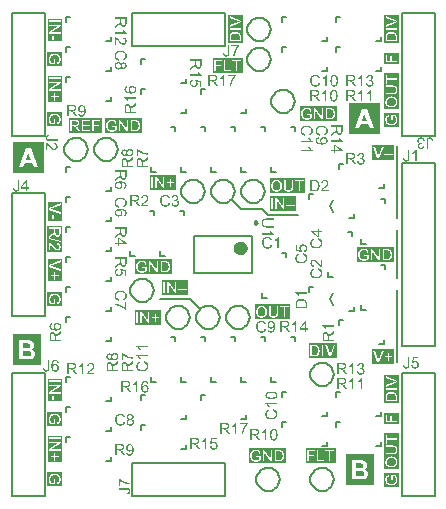
<source format=gto>
G04 Layer_Color=65535*
%FSLAX25Y25*%
%MOIN*%
G70*
G01*
G75*
%ADD20C,0.02362*%
%ADD21C,0.00984*%
%ADD22C,0.00800*%
%ADD23C,0.00600*%
%ADD24C,0.00787*%
G36*
X40898Y109343D02*
X40976D01*
X41065Y109337D01*
X41170Y109326D01*
X41287Y109315D01*
X41414Y109298D01*
X41542Y109276D01*
X41681Y109248D01*
X41814Y109215D01*
X41947Y109176D01*
X42075Y109126D01*
X42197Y109071D01*
X42313Y109010D01*
X42413Y108937D01*
X42419Y108932D01*
X42430Y108921D01*
X42452Y108899D01*
X42485Y108871D01*
X42519Y108837D01*
X42552Y108793D01*
X42596Y108738D01*
X42635Y108682D01*
X42674Y108616D01*
X42718Y108543D01*
X42752Y108460D01*
X42791Y108377D01*
X42818Y108282D01*
X42841Y108183D01*
X42852Y108077D01*
X42857Y107966D01*
Y107961D01*
Y107944D01*
Y107922D01*
X42852Y107888D01*
Y107850D01*
X42846Y107805D01*
X42824Y107700D01*
X42796Y107583D01*
X42752Y107461D01*
X42685Y107339D01*
X42646Y107278D01*
X42602Y107222D01*
X42596Y107217D01*
X42591Y107211D01*
X42574Y107195D01*
X42557Y107178D01*
X42530Y107150D01*
X42496Y107128D01*
X42419Y107067D01*
X42319Y107006D01*
X42197Y106950D01*
X42058Y106901D01*
X41903Y106867D01*
X41864Y107339D01*
X41869D01*
X41875Y107345D01*
X41908Y107350D01*
X41958Y107367D01*
X42019Y107389D01*
X42086Y107411D01*
X42152Y107445D01*
X42213Y107483D01*
X42263Y107522D01*
X42274Y107533D01*
X42297Y107555D01*
X42330Y107594D01*
X42369Y107650D01*
X42402Y107722D01*
X42435Y107800D01*
X42458Y107894D01*
X42469Y107994D01*
Y108005D01*
Y108033D01*
X42463Y108077D01*
X42452Y108127D01*
X42435Y108194D01*
X42413Y108260D01*
X42386Y108327D01*
X42341Y108394D01*
X42336Y108405D01*
X42313Y108432D01*
X42274Y108471D01*
X42219Y108521D01*
X42152Y108577D01*
X42075Y108638D01*
X41975Y108693D01*
X41864Y108749D01*
X41858D01*
X41847Y108754D01*
X41831Y108760D01*
X41808Y108771D01*
X41775Y108776D01*
X41736Y108788D01*
X41692Y108799D01*
X41636Y108810D01*
X41575Y108826D01*
X41509Y108837D01*
X41436Y108849D01*
X41359Y108854D01*
X41270Y108865D01*
X41181Y108871D01*
X41081Y108876D01*
X40981D01*
X40987Y108871D01*
X41020Y108849D01*
X41065Y108810D01*
X41120Y108760D01*
X41187Y108704D01*
X41248Y108632D01*
X41309Y108554D01*
X41364Y108466D01*
Y108460D01*
X41370Y108455D01*
X41387Y108421D01*
X41403Y108371D01*
X41431Y108305D01*
X41453Y108227D01*
X41470Y108138D01*
X41486Y108044D01*
X41492Y107944D01*
Y107938D01*
Y107922D01*
Y107899D01*
X41486Y107866D01*
X41481Y107822D01*
X41475Y107777D01*
X41464Y107722D01*
X41448Y107667D01*
X41409Y107539D01*
X41381Y107472D01*
X41342Y107406D01*
X41303Y107339D01*
X41259Y107267D01*
X41203Y107200D01*
X41142Y107139D01*
X41137Y107134D01*
X41126Y107123D01*
X41109Y107106D01*
X41081Y107089D01*
X41042Y107062D01*
X41004Y107034D01*
X40954Y107006D01*
X40898Y106973D01*
X40837Y106939D01*
X40770Y106912D01*
X40693Y106884D01*
X40615Y106856D01*
X40532Y106840D01*
X40437Y106823D01*
X40343Y106812D01*
X40243Y106806D01*
X40182D01*
X40149Y106812D01*
X40116D01*
X40027Y106828D01*
X39921Y106845D01*
X39810Y106873D01*
X39688Y106912D01*
X39572Y106967D01*
X39566D01*
X39561Y106973D01*
X39544Y106984D01*
X39522Y106995D01*
X39466Y107028D01*
X39394Y107078D01*
X39316Y107139D01*
X39239Y107211D01*
X39161Y107300D01*
X39094Y107395D01*
Y107400D01*
X39089Y107406D01*
X39078Y107422D01*
X39072Y107445D01*
X39044Y107500D01*
X39017Y107572D01*
X38983Y107667D01*
X38961Y107772D01*
X38939Y107888D01*
X38933Y108016D01*
Y108022D01*
Y108044D01*
X38939Y108072D01*
Y108116D01*
X38945Y108166D01*
X38956Y108221D01*
X38972Y108288D01*
X38989Y108355D01*
X39011Y108432D01*
X39039Y108510D01*
X39072Y108588D01*
X39117Y108671D01*
X39167Y108749D01*
X39222Y108826D01*
X39289Y108904D01*
X39366Y108976D01*
X39372Y108982D01*
X39388Y108993D01*
X39411Y109010D01*
X39450Y109032D01*
X39500Y109065D01*
X39555Y109093D01*
X39627Y109126D01*
X39705Y109159D01*
X39799Y109198D01*
X39905Y109231D01*
X40021Y109259D01*
X40149Y109287D01*
X40293Y109315D01*
X40449Y109331D01*
X40615Y109343D01*
X40793Y109348D01*
X40843D01*
X40898Y109343D01*
D02*
G37*
G36*
X42841Y111302D02*
Y111296D01*
Y111279D01*
Y111252D01*
Y111219D01*
X42835Y111174D01*
Y111124D01*
X42829Y111007D01*
X42813Y110885D01*
X42796Y110752D01*
X42768Y110630D01*
X42752Y110569D01*
X42735Y110519D01*
Y110514D01*
X42730Y110508D01*
X42713Y110475D01*
X42691Y110425D01*
X42652Y110364D01*
X42602Y110297D01*
X42535Y110225D01*
X42458Y110158D01*
X42369Y110092D01*
X42363D01*
X42358Y110086D01*
X42325Y110064D01*
X42269Y110042D01*
X42197Y110009D01*
X42114Y109981D01*
X42014Y109953D01*
X41908Y109936D01*
X41792Y109931D01*
X41753D01*
X41725Y109936D01*
X41686D01*
X41647Y109942D01*
X41553Y109964D01*
X41442Y109997D01*
X41326Y110042D01*
X41209Y110108D01*
X41153Y110153D01*
X41098Y110197D01*
X41092Y110203D01*
X41087Y110208D01*
X41070Y110225D01*
X41054Y110247D01*
X41031Y110275D01*
X41009Y110308D01*
X40981Y110353D01*
X40948Y110397D01*
X40920Y110452D01*
X40892Y110514D01*
X40859Y110580D01*
X40832Y110652D01*
X40809Y110736D01*
X40782Y110819D01*
X40765Y110913D01*
X40748Y111013D01*
X40743Y111002D01*
X40732Y110980D01*
X40709Y110947D01*
X40687Y110902D01*
X40626Y110802D01*
X40587Y110752D01*
X40554Y110708D01*
X40543Y110697D01*
X40515Y110669D01*
X40471Y110625D01*
X40415Y110569D01*
X40337Y110508D01*
X40254Y110436D01*
X40154Y110364D01*
X40043Y110286D01*
X39000Y109626D01*
Y110258D01*
X39799Y110763D01*
X39805D01*
X39816Y110775D01*
X39832Y110785D01*
X39855Y110802D01*
X39916Y110841D01*
X39994Y110891D01*
X40077Y110952D01*
X40165Y111013D01*
X40249Y111074D01*
X40326Y111130D01*
X40332Y111135D01*
X40354Y111152D01*
X40387Y111180D01*
X40426Y111219D01*
X40510Y111302D01*
X40549Y111346D01*
X40582Y111390D01*
X40587Y111396D01*
X40593Y111407D01*
X40604Y111429D01*
X40621Y111463D01*
X40637Y111496D01*
X40654Y111535D01*
X40682Y111624D01*
Y111629D01*
X40687Y111640D01*
Y111662D01*
X40693Y111690D01*
X40698Y111729D01*
Y111774D01*
X40704Y111835D01*
Y111901D01*
Y112489D01*
X39000D01*
Y113000D01*
X42841D01*
Y111302D01*
D02*
G37*
G36*
X21000Y58742D02*
X20201Y58237D01*
X20195D01*
X20184Y58226D01*
X20167Y58214D01*
X20145Y58198D01*
X20084Y58159D01*
X20007Y58109D01*
X19923Y58048D01*
X19835Y57987D01*
X19751Y57926D01*
X19674Y57870D01*
X19668Y57865D01*
X19646Y57848D01*
X19613Y57820D01*
X19574Y57782D01*
X19490Y57698D01*
X19452Y57654D01*
X19418Y57609D01*
X19413Y57604D01*
X19407Y57593D01*
X19396Y57571D01*
X19379Y57537D01*
X19363Y57504D01*
X19346Y57465D01*
X19318Y57376D01*
Y57371D01*
X19313Y57360D01*
Y57337D01*
X19307Y57310D01*
X19302Y57271D01*
Y57227D01*
X19296Y57165D01*
Y57099D01*
Y56511D01*
X21000D01*
Y56000D01*
X17159D01*
Y57698D01*
Y57704D01*
Y57721D01*
Y57748D01*
Y57782D01*
X17165Y57826D01*
Y57876D01*
X17170Y57992D01*
X17187Y58114D01*
X17204Y58248D01*
X17232Y58370D01*
X17248Y58431D01*
X17265Y58481D01*
Y58486D01*
X17270Y58492D01*
X17287Y58525D01*
X17309Y58575D01*
X17348Y58636D01*
X17398Y58703D01*
X17465Y58775D01*
X17542Y58842D01*
X17631Y58908D01*
X17637D01*
X17642Y58914D01*
X17676Y58936D01*
X17731Y58958D01*
X17803Y58991D01*
X17886Y59019D01*
X17986Y59047D01*
X18092Y59064D01*
X18208Y59069D01*
X18247D01*
X18275Y59064D01*
X18314D01*
X18353Y59058D01*
X18447Y59036D01*
X18558Y59003D01*
X18675Y58958D01*
X18791Y58891D01*
X18847Y58847D01*
X18902Y58803D01*
X18908Y58797D01*
X18913Y58792D01*
X18930Y58775D01*
X18947Y58753D01*
X18969Y58725D01*
X18991Y58692D01*
X19019Y58647D01*
X19052Y58603D01*
X19080Y58548D01*
X19107Y58486D01*
X19141Y58420D01*
X19169Y58348D01*
X19191Y58264D01*
X19218Y58181D01*
X19235Y58087D01*
X19252Y57987D01*
X19257Y57998D01*
X19268Y58020D01*
X19291Y58053D01*
X19313Y58098D01*
X19374Y58198D01*
X19413Y58248D01*
X19446Y58292D01*
X19457Y58303D01*
X19485Y58331D01*
X19529Y58375D01*
X19585Y58431D01*
X19662Y58492D01*
X19746Y58564D01*
X19846Y58636D01*
X19957Y58714D01*
X21000Y59374D01*
Y58742D01*
D02*
G37*
G36*
X42841Y82302D02*
Y82296D01*
Y82279D01*
Y82252D01*
Y82218D01*
X42835Y82174D01*
Y82124D01*
X42829Y82008D01*
X42813Y81885D01*
X42796Y81752D01*
X42768Y81630D01*
X42752Y81569D01*
X42735Y81519D01*
Y81514D01*
X42730Y81508D01*
X42713Y81475D01*
X42691Y81425D01*
X42652Y81364D01*
X42602Y81297D01*
X42535Y81225D01*
X42458Y81158D01*
X42369Y81092D01*
X42363D01*
X42358Y81086D01*
X42325Y81064D01*
X42269Y81042D01*
X42197Y81009D01*
X42114Y80981D01*
X42014Y80953D01*
X41908Y80936D01*
X41792Y80931D01*
X41753D01*
X41725Y80936D01*
X41686D01*
X41647Y80942D01*
X41553Y80964D01*
X41442Y80998D01*
X41326Y81042D01*
X41209Y81108D01*
X41153Y81153D01*
X41098Y81197D01*
X41092Y81203D01*
X41087Y81208D01*
X41070Y81225D01*
X41054Y81247D01*
X41031Y81275D01*
X41009Y81308D01*
X40981Y81353D01*
X40948Y81397D01*
X40920Y81453D01*
X40892Y81514D01*
X40859Y81580D01*
X40832Y81652D01*
X40809Y81736D01*
X40782Y81819D01*
X40765Y81913D01*
X40748Y82013D01*
X40743Y82002D01*
X40732Y81980D01*
X40709Y81946D01*
X40687Y81902D01*
X40626Y81802D01*
X40587Y81752D01*
X40554Y81708D01*
X40543Y81697D01*
X40515Y81669D01*
X40471Y81625D01*
X40415Y81569D01*
X40337Y81508D01*
X40254Y81436D01*
X40154Y81364D01*
X40043Y81286D01*
X39000Y80626D01*
Y81258D01*
X39799Y81763D01*
X39805D01*
X39816Y81774D01*
X39832Y81786D01*
X39855Y81802D01*
X39916Y81841D01*
X39994Y81891D01*
X40077Y81952D01*
X40165Y82013D01*
X40249Y82074D01*
X40326Y82130D01*
X40332Y82135D01*
X40354Y82152D01*
X40387Y82180D01*
X40426Y82218D01*
X40510Y82302D01*
X40549Y82346D01*
X40582Y82390D01*
X40587Y82396D01*
X40593Y82407D01*
X40604Y82429D01*
X40621Y82463D01*
X40637Y82496D01*
X40654Y82535D01*
X40682Y82624D01*
Y82629D01*
X40687Y82640D01*
Y82662D01*
X40693Y82690D01*
X40698Y82729D01*
Y82774D01*
X40704Y82835D01*
Y82901D01*
Y83489D01*
X39000D01*
Y84000D01*
X42841D01*
Y82302D01*
D02*
G37*
G36*
Y88727D02*
Y88345D01*
X40354D01*
Y87823D01*
X39921D01*
Y88345D01*
X39000D01*
Y88816D01*
X39921D01*
Y90487D01*
X40354D01*
X42841Y88727D01*
D02*
G37*
G36*
Y92302D02*
Y92296D01*
Y92279D01*
Y92252D01*
Y92218D01*
X42835Y92174D01*
Y92124D01*
X42829Y92008D01*
X42813Y91886D01*
X42796Y91752D01*
X42768Y91630D01*
X42752Y91569D01*
X42735Y91519D01*
Y91514D01*
X42730Y91508D01*
X42713Y91475D01*
X42691Y91425D01*
X42652Y91364D01*
X42602Y91297D01*
X42535Y91225D01*
X42458Y91158D01*
X42369Y91092D01*
X42363D01*
X42358Y91086D01*
X42325Y91064D01*
X42269Y91042D01*
X42197Y91009D01*
X42114Y90981D01*
X42014Y90953D01*
X41908Y90936D01*
X41792Y90931D01*
X41753D01*
X41725Y90936D01*
X41686D01*
X41647Y90942D01*
X41553Y90964D01*
X41442Y90997D01*
X41326Y91042D01*
X41209Y91109D01*
X41153Y91153D01*
X41098Y91197D01*
X41092Y91203D01*
X41087Y91208D01*
X41070Y91225D01*
X41054Y91247D01*
X41031Y91275D01*
X41009Y91308D01*
X40981Y91353D01*
X40948Y91397D01*
X40920Y91452D01*
X40892Y91514D01*
X40859Y91580D01*
X40832Y91652D01*
X40809Y91736D01*
X40782Y91819D01*
X40765Y91913D01*
X40748Y92013D01*
X40743Y92002D01*
X40732Y91980D01*
X40709Y91947D01*
X40687Y91902D01*
X40626Y91802D01*
X40587Y91752D01*
X40554Y91708D01*
X40543Y91697D01*
X40515Y91669D01*
X40471Y91625D01*
X40415Y91569D01*
X40337Y91508D01*
X40254Y91436D01*
X40154Y91364D01*
X40043Y91286D01*
X39000Y90626D01*
Y91258D01*
X39799Y91763D01*
X39805D01*
X39816Y91774D01*
X39832Y91786D01*
X39855Y91802D01*
X39916Y91841D01*
X39994Y91891D01*
X40077Y91952D01*
X40165Y92013D01*
X40249Y92074D01*
X40326Y92130D01*
X40332Y92135D01*
X40354Y92152D01*
X40387Y92180D01*
X40426Y92218D01*
X40510Y92302D01*
X40549Y92346D01*
X40582Y92391D01*
X40587Y92396D01*
X40593Y92407D01*
X40604Y92429D01*
X40621Y92463D01*
X40637Y92496D01*
X40654Y92535D01*
X40682Y92624D01*
Y92629D01*
X40687Y92640D01*
Y92663D01*
X40693Y92690D01*
X40698Y92729D01*
Y92773D01*
X40704Y92835D01*
Y92901D01*
Y93489D01*
X39000D01*
Y94000D01*
X42841D01*
Y92302D01*
D02*
G37*
G36*
X40043Y79832D02*
X40027D01*
X40010Y79826D01*
X39982Y79821D01*
X39921Y79804D01*
X39838Y79782D01*
X39755Y79749D01*
X39660Y79704D01*
X39577Y79649D01*
X39500Y79582D01*
X39494Y79571D01*
X39472Y79549D01*
X39444Y79505D01*
X39411Y79443D01*
X39377Y79377D01*
X39350Y79294D01*
X39327Y79199D01*
X39322Y79094D01*
Y79088D01*
Y79077D01*
Y79061D01*
X39327Y79038D01*
X39333Y78972D01*
X39355Y78894D01*
X39383Y78800D01*
X39427Y78705D01*
X39494Y78605D01*
X39533Y78561D01*
X39577Y78517D01*
X39583Y78511D01*
X39588Y78505D01*
X39605Y78494D01*
X39622Y78478D01*
X39683Y78439D01*
X39760Y78395D01*
X39855Y78356D01*
X39971Y78317D01*
X40110Y78289D01*
X40182Y78278D01*
X40299D01*
X40326Y78284D01*
X40360D01*
X40399Y78289D01*
X40487Y78306D01*
X40593Y78333D01*
X40698Y78372D01*
X40798Y78428D01*
X40892Y78505D01*
X40898D01*
X40904Y78517D01*
X40931Y78544D01*
X40970Y78594D01*
X41015Y78661D01*
X41054Y78750D01*
X41092Y78850D01*
X41120Y78966D01*
X41131Y79033D01*
Y79099D01*
Y79110D01*
Y79138D01*
X41126Y79183D01*
X41120Y79238D01*
X41103Y79305D01*
X41087Y79371D01*
X41059Y79443D01*
X41026Y79516D01*
X41020Y79521D01*
X41009Y79543D01*
X40981Y79577D01*
X40954Y79621D01*
X40915Y79665D01*
X40865Y79710D01*
X40815Y79760D01*
X40754Y79799D01*
X40815Y80243D01*
X42791Y79871D01*
Y77962D01*
X42341D01*
Y79499D01*
X41303Y79704D01*
X41309Y79699D01*
X41314Y79688D01*
X41326Y79671D01*
X41342Y79643D01*
X41359Y79610D01*
X41381Y79571D01*
X41425Y79482D01*
X41470Y79371D01*
X41509Y79249D01*
X41536Y79116D01*
X41547Y79049D01*
Y78977D01*
Y78972D01*
Y78955D01*
Y78927D01*
X41542Y78894D01*
X41536Y78850D01*
X41531Y78800D01*
X41520Y78744D01*
X41503Y78683D01*
X41464Y78550D01*
X41436Y78478D01*
X41398Y78406D01*
X41359Y78333D01*
X41314Y78261D01*
X41259Y78195D01*
X41198Y78128D01*
X41192Y78123D01*
X41181Y78111D01*
X41164Y78095D01*
X41137Y78073D01*
X41098Y78045D01*
X41059Y78017D01*
X41009Y77984D01*
X40954Y77951D01*
X40892Y77923D01*
X40826Y77889D01*
X40748Y77862D01*
X40670Y77834D01*
X40587Y77812D01*
X40493Y77795D01*
X40399Y77784D01*
X40299Y77778D01*
X40249D01*
X40210Y77784D01*
X40165Y77789D01*
X40116Y77795D01*
X40055Y77806D01*
X39994Y77817D01*
X39849Y77851D01*
X39699Y77906D01*
X39622Y77939D01*
X39549Y77984D01*
X39472Y78028D01*
X39400Y78084D01*
X39394Y78089D01*
X39377Y78100D01*
X39355Y78123D01*
X39327Y78150D01*
X39294Y78189D01*
X39250Y78234D01*
X39211Y78289D01*
X39167Y78350D01*
X39122Y78417D01*
X39083Y78494D01*
X39044Y78578D01*
X39006Y78666D01*
X38978Y78761D01*
X38956Y78866D01*
X38939Y78977D01*
X38933Y79094D01*
Y79099D01*
Y79116D01*
Y79144D01*
X38939Y79183D01*
X38945Y79227D01*
X38950Y79277D01*
X38956Y79338D01*
X38972Y79399D01*
X39006Y79538D01*
X39055Y79677D01*
X39089Y79749D01*
X39128Y79821D01*
X39172Y79887D01*
X39222Y79954D01*
X39228Y79960D01*
X39233Y79971D01*
X39255Y79982D01*
X39277Y80004D01*
X39305Y80032D01*
X39338Y80059D01*
X39383Y80093D01*
X39433Y80121D01*
X39483Y80154D01*
X39544Y80187D01*
X39677Y80248D01*
X39832Y80298D01*
X39916Y80315D01*
X40005Y80326D01*
X40043Y79832D01*
D02*
G37*
G36*
X19851Y62188D02*
X19884D01*
X19973Y62172D01*
X20079Y62155D01*
X20190Y62127D01*
X20312Y62088D01*
X20428Y62033D01*
X20434D01*
X20439Y62027D01*
X20456Y62016D01*
X20478Y62005D01*
X20534Y61972D01*
X20606Y61922D01*
X20684Y61861D01*
X20761Y61789D01*
X20839Y61700D01*
X20906Y61606D01*
Y61600D01*
X20911Y61594D01*
X20922Y61578D01*
X20928Y61556D01*
X20956Y61500D01*
X20983Y61428D01*
X21017Y61334D01*
X21039Y61228D01*
X21061Y61111D01*
X21067Y60984D01*
Y60978D01*
Y60956D01*
X21061Y60928D01*
Y60884D01*
X21056Y60834D01*
X21044Y60778D01*
X21028Y60712D01*
X21011Y60645D01*
X20989Y60568D01*
X20961Y60490D01*
X20928Y60412D01*
X20883Y60329D01*
X20833Y60251D01*
X20778Y60174D01*
X20711Y60096D01*
X20634Y60024D01*
X20628Y60018D01*
X20612Y60007D01*
X20589Y59990D01*
X20550Y59968D01*
X20501Y59935D01*
X20445Y59907D01*
X20373Y59874D01*
X20295Y59841D01*
X20201Y59802D01*
X20095Y59768D01*
X19979Y59741D01*
X19851Y59713D01*
X19707Y59685D01*
X19551Y59669D01*
X19385Y59657D01*
X19207Y59652D01*
X19157D01*
X19102Y59657D01*
X19024D01*
X18935Y59663D01*
X18830Y59674D01*
X18713Y59685D01*
X18586Y59702D01*
X18458Y59724D01*
X18319Y59752D01*
X18186Y59785D01*
X18053Y59824D01*
X17925Y59874D01*
X17803Y59929D01*
X17687Y59990D01*
X17587Y60063D01*
X17581Y60068D01*
X17570Y60079D01*
X17548Y60101D01*
X17515Y60129D01*
X17481Y60163D01*
X17448Y60207D01*
X17404Y60262D01*
X17365Y60318D01*
X17326Y60385D01*
X17281Y60457D01*
X17248Y60540D01*
X17209Y60623D01*
X17182Y60717D01*
X17159Y60817D01*
X17148Y60923D01*
X17143Y61034D01*
Y61039D01*
Y61056D01*
Y61078D01*
X17148Y61111D01*
Y61150D01*
X17154Y61195D01*
X17176Y61300D01*
X17204Y61417D01*
X17248Y61539D01*
X17315Y61661D01*
X17354Y61722D01*
X17398Y61778D01*
X17404Y61783D01*
X17409Y61789D01*
X17426Y61805D01*
X17442Y61822D01*
X17470Y61850D01*
X17503Y61872D01*
X17581Y61933D01*
X17681Y61994D01*
X17803Y62050D01*
X17942Y62099D01*
X18097Y62133D01*
X18136Y61661D01*
X18131D01*
X18125Y61655D01*
X18092Y61650D01*
X18042Y61633D01*
X17981Y61611D01*
X17914Y61589D01*
X17848Y61556D01*
X17786Y61517D01*
X17737Y61478D01*
X17726Y61467D01*
X17703Y61445D01*
X17670Y61406D01*
X17631Y61350D01*
X17598Y61278D01*
X17564Y61200D01*
X17542Y61106D01*
X17531Y61006D01*
Y60995D01*
Y60967D01*
X17537Y60923D01*
X17548Y60873D01*
X17564Y60806D01*
X17587Y60740D01*
X17615Y60673D01*
X17659Y60606D01*
X17664Y60595D01*
X17687Y60568D01*
X17726Y60529D01*
X17781Y60479D01*
X17848Y60423D01*
X17925Y60362D01*
X18025Y60307D01*
X18136Y60251D01*
X18142D01*
X18153Y60246D01*
X18169Y60240D01*
X18192Y60229D01*
X18225Y60224D01*
X18264Y60212D01*
X18308Y60201D01*
X18364Y60190D01*
X18425Y60174D01*
X18491Y60163D01*
X18564Y60151D01*
X18641Y60146D01*
X18730Y60135D01*
X18819Y60129D01*
X18919Y60124D01*
X19019D01*
X19013Y60129D01*
X18980Y60151D01*
X18935Y60190D01*
X18880Y60240D01*
X18813Y60296D01*
X18752Y60368D01*
X18691Y60446D01*
X18636Y60534D01*
Y60540D01*
X18630Y60545D01*
X18613Y60579D01*
X18597Y60629D01*
X18569Y60695D01*
X18547Y60773D01*
X18530Y60862D01*
X18514Y60956D01*
X18508Y61056D01*
Y61062D01*
Y61078D01*
Y61101D01*
X18514Y61134D01*
X18519Y61178D01*
X18525Y61223D01*
X18536Y61278D01*
X18552Y61334D01*
X18591Y61461D01*
X18619Y61528D01*
X18658Y61594D01*
X18697Y61661D01*
X18741Y61733D01*
X18797Y61800D01*
X18858Y61861D01*
X18863Y61866D01*
X18874Y61877D01*
X18891Y61894D01*
X18919Y61911D01*
X18958Y61939D01*
X18996Y61966D01*
X19046Y61994D01*
X19102Y62027D01*
X19163Y62061D01*
X19230Y62088D01*
X19307Y62116D01*
X19385Y62144D01*
X19468Y62160D01*
X19563Y62177D01*
X19657Y62188D01*
X19757Y62194D01*
X19818D01*
X19851Y62188D01*
D02*
G37*
G36*
X45000Y116742D02*
X44201Y116237D01*
X44195D01*
X44184Y116226D01*
X44168Y116215D01*
X44145Y116198D01*
X44084Y116159D01*
X44006Y116109D01*
X43923Y116048D01*
X43834Y115987D01*
X43751Y115926D01*
X43674Y115870D01*
X43668Y115865D01*
X43646Y115848D01*
X43613Y115820D01*
X43574Y115781D01*
X43490Y115698D01*
X43451Y115654D01*
X43418Y115610D01*
X43413Y115604D01*
X43407Y115593D01*
X43396Y115571D01*
X43379Y115537D01*
X43363Y115504D01*
X43346Y115465D01*
X43318Y115376D01*
Y115371D01*
X43313Y115360D01*
Y115338D01*
X43307Y115310D01*
X43302Y115271D01*
Y115226D01*
X43296Y115165D01*
Y115099D01*
Y114511D01*
X45000D01*
Y114000D01*
X41159D01*
Y115698D01*
Y115704D01*
Y115720D01*
Y115748D01*
Y115781D01*
X41165Y115826D01*
Y115876D01*
X41170Y115992D01*
X41187Y116115D01*
X41204Y116248D01*
X41232Y116370D01*
X41248Y116431D01*
X41265Y116481D01*
Y116486D01*
X41270Y116492D01*
X41287Y116525D01*
X41309Y116575D01*
X41348Y116636D01*
X41398Y116703D01*
X41465Y116775D01*
X41542Y116842D01*
X41631Y116908D01*
X41637D01*
X41642Y116914D01*
X41675Y116936D01*
X41731Y116958D01*
X41803Y116991D01*
X41886Y117019D01*
X41986Y117047D01*
X42092Y117064D01*
X42208Y117069D01*
X42247D01*
X42275Y117064D01*
X42314D01*
X42353Y117058D01*
X42447Y117036D01*
X42558Y117002D01*
X42674Y116958D01*
X42791Y116892D01*
X42847Y116847D01*
X42902Y116803D01*
X42908Y116797D01*
X42913Y116792D01*
X42930Y116775D01*
X42946Y116753D01*
X42969Y116725D01*
X42991Y116692D01*
X43019Y116647D01*
X43052Y116603D01*
X43080Y116548D01*
X43108Y116486D01*
X43141Y116420D01*
X43169Y116348D01*
X43191Y116264D01*
X43218Y116181D01*
X43235Y116087D01*
X43252Y115987D01*
X43257Y115998D01*
X43268Y116020D01*
X43291Y116053D01*
X43313Y116098D01*
X43374Y116198D01*
X43413Y116248D01*
X43446Y116292D01*
X43457Y116303D01*
X43485Y116331D01*
X43529Y116375D01*
X43585Y116431D01*
X43663Y116492D01*
X43746Y116564D01*
X43846Y116636D01*
X43957Y116714D01*
X45000Y117374D01*
Y116742D01*
D02*
G37*
G36*
X43990Y120194D02*
X44029Y120188D01*
X44079Y120183D01*
X44134Y120172D01*
X44195Y120155D01*
X44323Y120116D01*
X44395Y120088D01*
X44462Y120050D01*
X44534Y120011D01*
X44600Y119966D01*
X44667Y119911D01*
X44734Y119850D01*
X44739Y119844D01*
X44750Y119833D01*
X44767Y119816D01*
X44784Y119789D01*
X44811Y119750D01*
X44839Y119711D01*
X44867Y119661D01*
X44900Y119606D01*
X44933Y119544D01*
X44961Y119472D01*
X44989Y119395D01*
X45017Y119317D01*
X45033Y119228D01*
X45050Y119134D01*
X45061Y119039D01*
X45067Y118934D01*
Y118928D01*
Y118906D01*
Y118878D01*
X45061Y118840D01*
X45055Y118790D01*
X45050Y118734D01*
X45039Y118673D01*
X45022Y118606D01*
X44983Y118457D01*
X44956Y118379D01*
X44928Y118307D01*
X44889Y118229D01*
X44845Y118151D01*
X44795Y118079D01*
X44734Y118013D01*
X44728Y118007D01*
X44717Y117996D01*
X44700Y117979D01*
X44673Y117957D01*
X44639Y117935D01*
X44600Y117902D01*
X44556Y117874D01*
X44500Y117841D01*
X44445Y117807D01*
X44378Y117780D01*
X44240Y117724D01*
X44156Y117702D01*
X44073Y117685D01*
X43984Y117674D01*
X43896Y117669D01*
X43857D01*
X43834Y117674D01*
X43801D01*
X43762Y117680D01*
X43674Y117691D01*
X43574Y117713D01*
X43474Y117746D01*
X43368Y117796D01*
X43268Y117857D01*
X43263D01*
X43257Y117868D01*
X43230Y117891D01*
X43185Y117935D01*
X43130Y117996D01*
X43074Y118074D01*
X43013Y118168D01*
X42963Y118273D01*
X42924Y118401D01*
Y118396D01*
X42919Y118390D01*
X42913Y118373D01*
X42902Y118351D01*
X42880Y118301D01*
X42847Y118235D01*
X42802Y118163D01*
X42747Y118090D01*
X42686Y118024D01*
X42619Y117963D01*
X42608Y117957D01*
X42586Y117940D01*
X42541Y117918D01*
X42486Y117896D01*
X42414Y117868D01*
X42331Y117846D01*
X42236Y117830D01*
X42136Y117824D01*
X42097D01*
X42064Y117830D01*
X42031Y117835D01*
X41986Y117841D01*
X41892Y117863D01*
X41781Y117896D01*
X41664Y117952D01*
X41603Y117985D01*
X41542Y118024D01*
X41487Y118074D01*
X41431Y118124D01*
X41426Y118129D01*
X41420Y118140D01*
X41404Y118157D01*
X41387Y118179D01*
X41365Y118207D01*
X41342Y118246D01*
X41315Y118290D01*
X41287Y118334D01*
X41259Y118390D01*
X41232Y118451D01*
X41209Y118518D01*
X41187Y118590D01*
X41154Y118745D01*
X41148Y118834D01*
X41143Y118923D01*
Y118928D01*
Y118945D01*
Y118973D01*
X41148Y119006D01*
X41154Y119051D01*
X41159Y119100D01*
X41165Y119156D01*
X41182Y119211D01*
X41215Y119345D01*
X41265Y119478D01*
X41298Y119544D01*
X41337Y119611D01*
X41387Y119672D01*
X41437Y119733D01*
X41442Y119739D01*
X41448Y119744D01*
X41465Y119761D01*
X41487Y119783D01*
X41520Y119805D01*
X41553Y119833D01*
X41637Y119889D01*
X41742Y119944D01*
X41864Y119994D01*
X42003Y120033D01*
X42075Y120038D01*
X42153Y120044D01*
X42197D01*
X42247Y120038D01*
X42308Y120027D01*
X42386Y120011D01*
X42464Y119983D01*
X42541Y119950D01*
X42619Y119900D01*
X42630Y119894D01*
X42652Y119872D01*
X42686Y119839D01*
X42730Y119794D01*
X42780Y119733D01*
X42830Y119661D01*
X42880Y119578D01*
X42924Y119478D01*
Y119483D01*
X42930Y119494D01*
X42935Y119511D01*
X42946Y119533D01*
X42974Y119600D01*
X43013Y119678D01*
X43069Y119761D01*
X43130Y119850D01*
X43207Y119933D01*
X43296Y120011D01*
X43302D01*
X43307Y120016D01*
X43341Y120038D01*
X43396Y120072D01*
X43468Y120105D01*
X43557Y120138D01*
X43663Y120172D01*
X43779Y120194D01*
X43907Y120199D01*
X43957D01*
X43990Y120194D01*
D02*
G37*
G36*
X40000Y48742D02*
X39201Y48237D01*
X39195D01*
X39184Y48226D01*
X39167Y48214D01*
X39145Y48198D01*
X39084Y48159D01*
X39007Y48109D01*
X38923Y48048D01*
X38835Y47987D01*
X38751Y47926D01*
X38674Y47870D01*
X38668Y47865D01*
X38646Y47848D01*
X38612Y47820D01*
X38574Y47782D01*
X38490Y47698D01*
X38451Y47654D01*
X38418Y47609D01*
X38413Y47604D01*
X38407Y47593D01*
X38396Y47571D01*
X38379Y47537D01*
X38363Y47504D01*
X38346Y47465D01*
X38318Y47376D01*
Y47371D01*
X38313Y47360D01*
Y47337D01*
X38307Y47310D01*
X38302Y47271D01*
Y47227D01*
X38296Y47166D01*
Y47099D01*
Y46511D01*
X40000D01*
Y46000D01*
X36159D01*
Y47698D01*
Y47704D01*
Y47721D01*
Y47748D01*
Y47782D01*
X36165Y47826D01*
Y47876D01*
X36171Y47993D01*
X36187Y48115D01*
X36204Y48248D01*
X36231Y48370D01*
X36248Y48431D01*
X36265Y48481D01*
Y48486D01*
X36270Y48492D01*
X36287Y48525D01*
X36309Y48575D01*
X36348Y48636D01*
X36398Y48703D01*
X36465Y48775D01*
X36542Y48842D01*
X36631Y48908D01*
X36637D01*
X36642Y48914D01*
X36676Y48936D01*
X36731Y48958D01*
X36803Y48991D01*
X36887Y49019D01*
X36986Y49047D01*
X37092Y49064D01*
X37208Y49069D01*
X37247D01*
X37275Y49064D01*
X37314D01*
X37353Y49058D01*
X37447Y49036D01*
X37558Y49003D01*
X37674Y48958D01*
X37791Y48892D01*
X37847Y48847D01*
X37902Y48803D01*
X37908Y48797D01*
X37913Y48792D01*
X37930Y48775D01*
X37947Y48753D01*
X37969Y48725D01*
X37991Y48692D01*
X38019Y48647D01*
X38052Y48603D01*
X38080Y48547D01*
X38107Y48486D01*
X38141Y48420D01*
X38168Y48348D01*
X38191Y48264D01*
X38219Y48181D01*
X38235Y48087D01*
X38252Y47987D01*
X38257Y47998D01*
X38268Y48020D01*
X38291Y48054D01*
X38313Y48098D01*
X38374Y48198D01*
X38413Y48248D01*
X38446Y48292D01*
X38457Y48303D01*
X38485Y48331D01*
X38529Y48375D01*
X38585Y48431D01*
X38662Y48492D01*
X38746Y48564D01*
X38846Y48636D01*
X38957Y48714D01*
X40000Y49374D01*
Y48742D01*
D02*
G37*
G36*
X41587Y52188D02*
X41598Y52177D01*
X41620Y52155D01*
X41653Y52133D01*
X41692Y52100D01*
X41737Y52055D01*
X41792Y52011D01*
X41859Y51961D01*
X41925Y51911D01*
X42003Y51850D01*
X42092Y51789D01*
X42181Y51728D01*
X42281Y51661D01*
X42386Y51594D01*
X42502Y51528D01*
X42619Y51461D01*
X42625Y51456D01*
X42647Y51445D01*
X42680Y51428D01*
X42730Y51400D01*
X42791Y51372D01*
X42858Y51339D01*
X42935Y51300D01*
X43024Y51261D01*
X43124Y51217D01*
X43224Y51167D01*
X43335Y51123D01*
X43451Y51078D01*
X43690Y50989D01*
X43946Y50906D01*
X43951D01*
X43968Y50901D01*
X43995Y50895D01*
X44029Y50884D01*
X44073Y50873D01*
X44129Y50862D01*
X44190Y50845D01*
X44256Y50834D01*
X44334Y50817D01*
X44417Y50801D01*
X44595Y50773D01*
X44789Y50745D01*
X45000Y50729D01*
Y50246D01*
X44956D01*
X44922Y50251D01*
X44878D01*
X44822Y50257D01*
X44761Y50262D01*
X44695Y50268D01*
X44617Y50279D01*
X44539Y50290D01*
X44445Y50307D01*
X44351Y50323D01*
X44251Y50340D01*
X44140Y50362D01*
X43912Y50418D01*
X43907D01*
X43884Y50423D01*
X43851Y50434D01*
X43801Y50451D01*
X43746Y50468D01*
X43679Y50490D01*
X43601Y50512D01*
X43518Y50545D01*
X43424Y50579D01*
X43330Y50612D01*
X43119Y50695D01*
X42897Y50795D01*
X42674Y50906D01*
X42669Y50912D01*
X42647Y50923D01*
X42619Y50940D01*
X42575Y50962D01*
X42525Y50989D01*
X42464Y51028D01*
X42397Y51067D01*
X42325Y51112D01*
X42164Y51217D01*
X41997Y51328D01*
X41825Y51456D01*
X41664Y51589D01*
Y49707D01*
X41209D01*
Y52194D01*
X41581D01*
X41587Y52188D01*
D02*
G37*
G36*
X50000Y116742D02*
X49201Y116237D01*
X49195D01*
X49184Y116226D01*
X49167Y116215D01*
X49145Y116198D01*
X49084Y116159D01*
X49007Y116109D01*
X48923Y116048D01*
X48834Y115987D01*
X48751Y115926D01*
X48674Y115870D01*
X48668Y115865D01*
X48646Y115848D01*
X48612Y115820D01*
X48574Y115781D01*
X48490Y115698D01*
X48452Y115654D01*
X48418Y115610D01*
X48413Y115604D01*
X48407Y115593D01*
X48396Y115571D01*
X48379Y115537D01*
X48363Y115504D01*
X48346Y115465D01*
X48318Y115376D01*
Y115371D01*
X48313Y115360D01*
Y115338D01*
X48307Y115310D01*
X48302Y115271D01*
Y115226D01*
X48296Y115165D01*
Y115099D01*
Y114511D01*
X50000D01*
Y114000D01*
X46159D01*
Y115698D01*
Y115704D01*
Y115720D01*
Y115748D01*
Y115781D01*
X46165Y115826D01*
Y115876D01*
X46170Y115992D01*
X46187Y116115D01*
X46204Y116248D01*
X46231Y116370D01*
X46248Y116431D01*
X46265Y116481D01*
Y116486D01*
X46270Y116492D01*
X46287Y116525D01*
X46309Y116575D01*
X46348Y116636D01*
X46398Y116703D01*
X46465Y116775D01*
X46542Y116842D01*
X46631Y116908D01*
X46637D01*
X46642Y116914D01*
X46676Y116936D01*
X46731Y116958D01*
X46803Y116991D01*
X46887Y117019D01*
X46986Y117047D01*
X47092Y117064D01*
X47208Y117069D01*
X47247D01*
X47275Y117064D01*
X47314D01*
X47353Y117058D01*
X47447Y117036D01*
X47558Y117002D01*
X47675Y116958D01*
X47791Y116892D01*
X47847Y116847D01*
X47902Y116803D01*
X47908Y116797D01*
X47913Y116792D01*
X47930Y116775D01*
X47947Y116753D01*
X47969Y116725D01*
X47991Y116692D01*
X48019Y116647D01*
X48052Y116603D01*
X48080Y116548D01*
X48107Y116486D01*
X48141Y116420D01*
X48169Y116348D01*
X48191Y116264D01*
X48219Y116181D01*
X48235Y116087D01*
X48252Y115987D01*
X48257Y115998D01*
X48268Y116020D01*
X48291Y116053D01*
X48313Y116098D01*
X48374Y116198D01*
X48413Y116248D01*
X48446Y116292D01*
X48457Y116303D01*
X48485Y116331D01*
X48529Y116375D01*
X48585Y116431D01*
X48662Y116492D01*
X48746Y116564D01*
X48846Y116636D01*
X48957Y116714D01*
X50000Y117374D01*
Y116742D01*
D02*
G37*
G36*
X46587Y120188D02*
X46598Y120177D01*
X46620Y120155D01*
X46653Y120133D01*
X46692Y120099D01*
X46737Y120055D01*
X46792Y120011D01*
X46859Y119961D01*
X46925Y119911D01*
X47003Y119850D01*
X47092Y119789D01*
X47181Y119728D01*
X47280Y119661D01*
X47386Y119594D01*
X47502Y119528D01*
X47619Y119461D01*
X47625Y119456D01*
X47647Y119445D01*
X47680Y119428D01*
X47730Y119400D01*
X47791Y119372D01*
X47858Y119339D01*
X47935Y119300D01*
X48024Y119261D01*
X48124Y119217D01*
X48224Y119167D01*
X48335Y119123D01*
X48452Y119078D01*
X48690Y118990D01*
X48946Y118906D01*
X48951D01*
X48968Y118901D01*
X48995Y118895D01*
X49029Y118884D01*
X49073Y118873D01*
X49129Y118862D01*
X49190Y118845D01*
X49256Y118834D01*
X49334Y118817D01*
X49417Y118801D01*
X49595Y118773D01*
X49789Y118745D01*
X50000Y118729D01*
Y118246D01*
X49956D01*
X49922Y118251D01*
X49878D01*
X49822Y118257D01*
X49761Y118262D01*
X49695Y118268D01*
X49617Y118279D01*
X49539Y118290D01*
X49445Y118307D01*
X49351Y118324D01*
X49251Y118340D01*
X49140Y118362D01*
X48912Y118418D01*
X48907D01*
X48884Y118423D01*
X48851Y118434D01*
X48801Y118451D01*
X48746Y118468D01*
X48679Y118490D01*
X48601Y118512D01*
X48518Y118545D01*
X48424Y118579D01*
X48329Y118612D01*
X48118Y118695D01*
X47897Y118795D01*
X47675Y118906D01*
X47669Y118912D01*
X47647Y118923D01*
X47619Y118939D01*
X47575Y118962D01*
X47525Y118990D01*
X47464Y119028D01*
X47397Y119067D01*
X47325Y119112D01*
X47164Y119217D01*
X46997Y119328D01*
X46825Y119456D01*
X46664Y119589D01*
Y117707D01*
X46209D01*
Y120194D01*
X46581D01*
X46587Y120188D01*
D02*
G37*
G36*
X45000Y48742D02*
X44201Y48237D01*
X44195D01*
X44184Y48226D01*
X44168Y48214D01*
X44145Y48198D01*
X44084Y48159D01*
X44006Y48109D01*
X43923Y48048D01*
X43834Y47987D01*
X43751Y47926D01*
X43674Y47870D01*
X43668Y47865D01*
X43646Y47848D01*
X43613Y47820D01*
X43574Y47782D01*
X43490Y47698D01*
X43451Y47654D01*
X43418Y47609D01*
X43413Y47604D01*
X43407Y47593D01*
X43396Y47571D01*
X43379Y47537D01*
X43363Y47504D01*
X43346Y47465D01*
X43318Y47376D01*
Y47371D01*
X43313Y47360D01*
Y47337D01*
X43307Y47310D01*
X43302Y47271D01*
Y47227D01*
X43296Y47166D01*
Y47099D01*
Y46511D01*
X45000D01*
Y46000D01*
X41159D01*
Y47698D01*
Y47704D01*
Y47721D01*
Y47748D01*
Y47782D01*
X41165Y47826D01*
Y47876D01*
X41170Y47993D01*
X41187Y48115D01*
X41204Y48248D01*
X41232Y48370D01*
X41248Y48431D01*
X41265Y48481D01*
Y48486D01*
X41270Y48492D01*
X41287Y48525D01*
X41309Y48575D01*
X41348Y48636D01*
X41398Y48703D01*
X41465Y48775D01*
X41542Y48842D01*
X41631Y48908D01*
X41637D01*
X41642Y48914D01*
X41675Y48936D01*
X41731Y48958D01*
X41803Y48991D01*
X41886Y49019D01*
X41986Y49047D01*
X42092Y49064D01*
X42208Y49069D01*
X42247D01*
X42275Y49064D01*
X42314D01*
X42353Y49058D01*
X42447Y49036D01*
X42558Y49003D01*
X42674Y48958D01*
X42791Y48892D01*
X42847Y48847D01*
X42902Y48803D01*
X42908Y48797D01*
X42913Y48792D01*
X42930Y48775D01*
X42946Y48753D01*
X42969Y48725D01*
X42991Y48692D01*
X43019Y48647D01*
X43052Y48603D01*
X43080Y48547D01*
X43108Y48486D01*
X43141Y48420D01*
X43169Y48348D01*
X43191Y48264D01*
X43218Y48181D01*
X43235Y48087D01*
X43252Y47987D01*
X43257Y47998D01*
X43268Y48020D01*
X43291Y48054D01*
X43313Y48098D01*
X43374Y48198D01*
X43413Y48248D01*
X43446Y48292D01*
X43457Y48303D01*
X43485Y48331D01*
X43529Y48375D01*
X43585Y48431D01*
X43663Y48492D01*
X43746Y48564D01*
X43846Y48636D01*
X43957Y48714D01*
X45000Y49374D01*
Y48742D01*
D02*
G37*
G36*
X19201Y49852D02*
X19240D01*
X19285Y49846D01*
X19390Y49824D01*
X19507Y49796D01*
X19629Y49752D01*
X19751Y49685D01*
X19812Y49646D01*
X19867Y49602D01*
X19873Y49596D01*
X19879Y49591D01*
X19895Y49574D01*
X19912Y49558D01*
X19940Y49530D01*
X19962Y49496D01*
X20023Y49419D01*
X20084Y49319D01*
X20139Y49197D01*
X20189Y49058D01*
X20223Y48903D01*
X19751Y48864D01*
Y48869D01*
X19745Y48875D01*
X19740Y48908D01*
X19723Y48958D01*
X19701Y49019D01*
X19679Y49086D01*
X19645Y49152D01*
X19606Y49213D01*
X19568Y49263D01*
X19557Y49275D01*
X19534Y49297D01*
X19496Y49330D01*
X19440Y49369D01*
X19368Y49402D01*
X19290Y49435D01*
X19196Y49458D01*
X19096Y49469D01*
X19057D01*
X19013Y49463D01*
X18963Y49452D01*
X18896Y49435D01*
X18830Y49413D01*
X18763Y49385D01*
X18696Y49341D01*
X18685Y49336D01*
X18657Y49313D01*
X18619Y49275D01*
X18569Y49219D01*
X18513Y49152D01*
X18452Y49075D01*
X18397Y48975D01*
X18341Y48864D01*
Y48858D01*
X18336Y48847D01*
X18330Y48831D01*
X18319Y48808D01*
X18313Y48775D01*
X18302Y48736D01*
X18291Y48692D01*
X18280Y48636D01*
X18263Y48575D01*
X18252Y48509D01*
X18241Y48436D01*
X18236Y48359D01*
X18225Y48270D01*
X18219Y48181D01*
X18214Y48081D01*
Y47981D01*
X18219Y47987D01*
X18241Y48020D01*
X18280Y48065D01*
X18330Y48120D01*
X18385Y48187D01*
X18458Y48248D01*
X18535Y48309D01*
X18624Y48364D01*
X18630D01*
X18635Y48370D01*
X18668Y48386D01*
X18719Y48403D01*
X18785Y48431D01*
X18863Y48453D01*
X18952Y48470D01*
X19046Y48486D01*
X19146Y48492D01*
X19190D01*
X19224Y48486D01*
X19268Y48481D01*
X19312Y48475D01*
X19368Y48464D01*
X19423Y48448D01*
X19551Y48409D01*
X19618Y48381D01*
X19684Y48342D01*
X19751Y48303D01*
X19823Y48259D01*
X19890Y48203D01*
X19951Y48142D01*
X19956Y48137D01*
X19967Y48126D01*
X19984Y48109D01*
X20001Y48081D01*
X20028Y48042D01*
X20056Y48004D01*
X20084Y47954D01*
X20117Y47898D01*
X20150Y47837D01*
X20178Y47770D01*
X20206Y47693D01*
X20234Y47615D01*
X20250Y47532D01*
X20267Y47438D01*
X20278Y47343D01*
X20284Y47243D01*
Y47238D01*
Y47227D01*
Y47210D01*
Y47182D01*
X20278Y47149D01*
Y47116D01*
X20261Y47027D01*
X20245Y46921D01*
X20217Y46810D01*
X20178Y46688D01*
X20123Y46572D01*
Y46566D01*
X20117Y46561D01*
X20106Y46544D01*
X20095Y46522D01*
X20062Y46466D01*
X20012Y46394D01*
X19951Y46316D01*
X19879Y46239D01*
X19790Y46161D01*
X19695Y46094D01*
X19690D01*
X19684Y46089D01*
X19668Y46078D01*
X19645Y46072D01*
X19590Y46044D01*
X19518Y46017D01*
X19423Y45983D01*
X19318Y45961D01*
X19201Y45939D01*
X19074Y45933D01*
X19046D01*
X19018Y45939D01*
X18974D01*
X18924Y45944D01*
X18868Y45956D01*
X18802Y45972D01*
X18735Y45989D01*
X18657Y46011D01*
X18580Y46039D01*
X18502Y46072D01*
X18419Y46117D01*
X18341Y46167D01*
X18263Y46222D01*
X18186Y46289D01*
X18114Y46366D01*
X18108Y46372D01*
X18097Y46389D01*
X18080Y46411D01*
X18058Y46450D01*
X18025Y46499D01*
X17997Y46555D01*
X17964Y46627D01*
X17930Y46705D01*
X17892Y46799D01*
X17858Y46905D01*
X17831Y47021D01*
X17803Y47149D01*
X17775Y47293D01*
X17758Y47449D01*
X17747Y47615D01*
X17742Y47793D01*
Y47798D01*
Y47804D01*
Y47820D01*
Y47843D01*
X17747Y47898D01*
Y47976D01*
X17753Y48065D01*
X17764Y48170D01*
X17775Y48287D01*
X17792Y48414D01*
X17814Y48542D01*
X17842Y48681D01*
X17875Y48814D01*
X17914Y48947D01*
X17964Y49075D01*
X18019Y49197D01*
X18080Y49313D01*
X18152Y49413D01*
X18158Y49419D01*
X18169Y49430D01*
X18191Y49452D01*
X18219Y49485D01*
X18252Y49519D01*
X18297Y49552D01*
X18352Y49596D01*
X18408Y49635D01*
X18474Y49674D01*
X18546Y49718D01*
X18630Y49752D01*
X18713Y49791D01*
X18807Y49818D01*
X18907Y49841D01*
X19013Y49852D01*
X19124Y49857D01*
X19168D01*
X19201Y49852D01*
D02*
G37*
G36*
X140128Y50341D02*
X138591D01*
X138385Y49303D01*
X138391Y49309D01*
X138402Y49314D01*
X138419Y49325D01*
X138447Y49342D01*
X138480Y49359D01*
X138519Y49381D01*
X138608Y49425D01*
X138718Y49470D01*
X138841Y49509D01*
X138974Y49536D01*
X139040Y49547D01*
X139163D01*
X139196Y49542D01*
X139240Y49536D01*
X139290Y49531D01*
X139346Y49520D01*
X139407Y49503D01*
X139540Y49464D01*
X139612Y49437D01*
X139684Y49398D01*
X139756Y49359D01*
X139829Y49314D01*
X139895Y49259D01*
X139962Y49198D01*
X139967Y49192D01*
X139978Y49181D01*
X139995Y49165D01*
X140017Y49137D01*
X140045Y49098D01*
X140073Y49059D01*
X140106Y49009D01*
X140139Y48954D01*
X140167Y48893D01*
X140200Y48826D01*
X140228Y48748D01*
X140256Y48671D01*
X140278Y48587D01*
X140295Y48493D01*
X140306Y48399D01*
X140311Y48299D01*
Y48293D01*
Y48276D01*
Y48249D01*
X140306Y48210D01*
X140300Y48166D01*
X140295Y48116D01*
X140284Y48055D01*
X140272Y47993D01*
X140239Y47849D01*
X140184Y47699D01*
X140150Y47622D01*
X140106Y47550D01*
X140062Y47472D01*
X140006Y47400D01*
X140000Y47394D01*
X139989Y47377D01*
X139967Y47355D01*
X139939Y47327D01*
X139901Y47294D01*
X139856Y47250D01*
X139801Y47211D01*
X139740Y47166D01*
X139673Y47122D01*
X139595Y47083D01*
X139512Y47044D01*
X139423Y47006D01*
X139329Y46978D01*
X139224Y46956D01*
X139113Y46939D01*
X138996Y46933D01*
X138946D01*
X138907Y46939D01*
X138863Y46944D01*
X138813Y46950D01*
X138752Y46956D01*
X138691Y46972D01*
X138552Y47006D01*
X138413Y47056D01*
X138341Y47089D01*
X138269Y47128D01*
X138202Y47172D01*
X138136Y47222D01*
X138130Y47228D01*
X138119Y47233D01*
X138108Y47255D01*
X138086Y47278D01*
X138058Y47305D01*
X138030Y47339D01*
X137997Y47383D01*
X137969Y47433D01*
X137936Y47483D01*
X137903Y47544D01*
X137842Y47677D01*
X137792Y47833D01*
X137775Y47916D01*
X137764Y48005D01*
X138258Y48043D01*
Y48038D01*
Y48027D01*
X138263Y48010D01*
X138269Y47982D01*
X138286Y47921D01*
X138308Y47838D01*
X138341Y47755D01*
X138385Y47660D01*
X138441Y47577D01*
X138508Y47499D01*
X138519Y47494D01*
X138541Y47472D01*
X138585Y47444D01*
X138646Y47411D01*
X138713Y47377D01*
X138796Y47350D01*
X138891Y47327D01*
X138996Y47322D01*
X139029D01*
X139051Y47327D01*
X139118Y47333D01*
X139196Y47355D01*
X139290Y47383D01*
X139384Y47427D01*
X139484Y47494D01*
X139529Y47533D01*
X139573Y47577D01*
X139579Y47583D01*
X139584Y47588D01*
X139595Y47605D01*
X139612Y47622D01*
X139651Y47683D01*
X139695Y47760D01*
X139734Y47855D01*
X139773Y47971D01*
X139801Y48110D01*
X139812Y48182D01*
Y48260D01*
Y48265D01*
Y48276D01*
Y48299D01*
X139806Y48326D01*
Y48360D01*
X139801Y48399D01*
X139784Y48487D01*
X139756Y48593D01*
X139717Y48698D01*
X139662Y48798D01*
X139584Y48893D01*
Y48898D01*
X139573Y48904D01*
X139546Y48931D01*
X139496Y48970D01*
X139429Y49015D01*
X139340Y49053D01*
X139240Y49092D01*
X139124Y49120D01*
X139057Y49131D01*
X138952D01*
X138907Y49126D01*
X138852Y49120D01*
X138785Y49103D01*
X138718Y49087D01*
X138646Y49059D01*
X138574Y49026D01*
X138569Y49020D01*
X138547Y49009D01*
X138513Y48981D01*
X138469Y48954D01*
X138424Y48915D01*
X138380Y48865D01*
X138330Y48815D01*
X138291Y48754D01*
X137847Y48815D01*
X138219Y50791D01*
X140128D01*
Y50341D01*
D02*
G37*
G36*
X137126Y48221D02*
Y48215D01*
Y48199D01*
Y48177D01*
Y48143D01*
X137120Y48099D01*
Y48055D01*
X137109Y47949D01*
X137098Y47827D01*
X137076Y47699D01*
X137042Y47583D01*
X137004Y47472D01*
Y47466D01*
X136998Y47461D01*
X136981Y47427D01*
X136954Y47383D01*
X136915Y47322D01*
X136859Y47261D01*
X136798Y47194D01*
X136721Y47128D01*
X136632Y47072D01*
X136621Y47067D01*
X136587Y47050D01*
X136537Y47028D01*
X136465Y47006D01*
X136376Y46978D01*
X136276Y46956D01*
X136165Y46939D01*
X136043Y46933D01*
X135994D01*
X135960Y46939D01*
X135916Y46944D01*
X135871Y46950D01*
X135755Y46972D01*
X135633Y47006D01*
X135505Y47056D01*
X135438Y47089D01*
X135377Y47128D01*
X135322Y47172D01*
X135266Y47222D01*
X135261Y47228D01*
X135255Y47233D01*
X135244Y47255D01*
X135228Y47278D01*
X135205Y47305D01*
X135183Y47344D01*
X135161Y47388D01*
X135133Y47438D01*
X135111Y47494D01*
X135089Y47561D01*
X135067Y47627D01*
X135044Y47705D01*
X135033Y47788D01*
X135017Y47883D01*
X135011Y47977D01*
Y48082D01*
X135472Y48149D01*
Y48143D01*
Y48132D01*
Y48110D01*
X135477Y48077D01*
X135483Y48043D01*
Y48005D01*
X135500Y47910D01*
X135516Y47810D01*
X135549Y47710D01*
X135583Y47622D01*
X135605Y47583D01*
X135633Y47550D01*
X135638Y47544D01*
X135660Y47527D01*
X135694Y47499D01*
X135738Y47472D01*
X135799Y47438D01*
X135866Y47416D01*
X135949Y47394D01*
X136038Y47388D01*
X136071D01*
X136104Y47394D01*
X136154Y47400D01*
X136204Y47411D01*
X136260Y47422D01*
X136315Y47444D01*
X136371Y47472D01*
X136376Y47477D01*
X136393Y47488D01*
X136415Y47511D01*
X136449Y47533D01*
X136476Y47572D01*
X136510Y47611D01*
X136537Y47655D01*
X136559Y47710D01*
Y47716D01*
X136571Y47738D01*
X136576Y47777D01*
X136587Y47827D01*
X136598Y47894D01*
X136604Y47977D01*
X136615Y48077D01*
Y48193D01*
Y50841D01*
X137126D01*
Y48221D01*
D02*
G37*
G36*
X17126Y47221D02*
Y47215D01*
Y47199D01*
Y47177D01*
Y47143D01*
X17120Y47099D01*
Y47054D01*
X17109Y46949D01*
X17098Y46827D01*
X17076Y46699D01*
X17042Y46583D01*
X17004Y46472D01*
Y46466D01*
X16998Y46461D01*
X16981Y46427D01*
X16954Y46383D01*
X16915Y46322D01*
X16859Y46261D01*
X16798Y46194D01*
X16721Y46128D01*
X16632Y46072D01*
X16621Y46067D01*
X16587Y46050D01*
X16537Y46028D01*
X16465Y46005D01*
X16376Y45978D01*
X16276Y45956D01*
X16165Y45939D01*
X16043Y45933D01*
X15993D01*
X15960Y45939D01*
X15916Y45944D01*
X15871Y45950D01*
X15755Y45972D01*
X15633Y46005D01*
X15505Y46055D01*
X15439Y46089D01*
X15377Y46128D01*
X15322Y46172D01*
X15266Y46222D01*
X15261Y46228D01*
X15255Y46233D01*
X15244Y46255D01*
X15227Y46277D01*
X15205Y46305D01*
X15183Y46344D01*
X15161Y46389D01*
X15133Y46439D01*
X15111Y46494D01*
X15089Y46561D01*
X15067Y46627D01*
X15044Y46705D01*
X15033Y46788D01*
X15017Y46883D01*
X15011Y46977D01*
Y47082D01*
X15472Y47149D01*
Y47143D01*
Y47132D01*
Y47110D01*
X15477Y47077D01*
X15483Y47043D01*
Y47005D01*
X15499Y46910D01*
X15516Y46810D01*
X15549Y46710D01*
X15583Y46622D01*
X15605Y46583D01*
X15633Y46549D01*
X15638Y46544D01*
X15661Y46527D01*
X15694Y46499D01*
X15738Y46472D01*
X15799Y46439D01*
X15866Y46416D01*
X15949Y46394D01*
X16038Y46389D01*
X16071D01*
X16104Y46394D01*
X16154Y46400D01*
X16204Y46411D01*
X16260Y46422D01*
X16315Y46444D01*
X16371Y46472D01*
X16376Y46477D01*
X16393Y46488D01*
X16415Y46511D01*
X16449Y46533D01*
X16476Y46572D01*
X16510Y46611D01*
X16537Y46655D01*
X16559Y46710D01*
Y46716D01*
X16571Y46738D01*
X16576Y46777D01*
X16587Y46827D01*
X16598Y46894D01*
X16604Y46977D01*
X16615Y47077D01*
Y47193D01*
Y49841D01*
X17126D01*
Y47221D01*
D02*
G37*
G36*
X141098Y124061D02*
X141143Y124056D01*
X141193Y124050D01*
X141248Y124039D01*
X141309Y124028D01*
X141443Y123995D01*
X141581Y123939D01*
X141653Y123906D01*
X141720Y123867D01*
X141787Y123817D01*
X141853Y123767D01*
X141859Y123761D01*
X141870Y123750D01*
X141886Y123734D01*
X141903Y123711D01*
X141931Y123684D01*
X141959Y123645D01*
X141992Y123606D01*
X142025Y123556D01*
X142059Y123501D01*
X142092Y123445D01*
X142153Y123312D01*
X142203Y123156D01*
X142219Y123073D01*
X142230Y122984D01*
X141759Y122923D01*
Y122929D01*
X141753Y122940D01*
X141748Y122962D01*
X141742Y122990D01*
X141737Y123023D01*
X141726Y123062D01*
X141698Y123145D01*
X141659Y123245D01*
X141609Y123340D01*
X141553Y123428D01*
X141487Y123506D01*
X141476Y123512D01*
X141454Y123534D01*
X141409Y123562D01*
X141354Y123589D01*
X141287Y123623D01*
X141204Y123650D01*
X141109Y123673D01*
X141009Y123678D01*
X140976D01*
X140954Y123673D01*
X140893Y123667D01*
X140815Y123650D01*
X140726Y123623D01*
X140632Y123584D01*
X140538Y123528D01*
X140449Y123451D01*
X140438Y123440D01*
X140410Y123406D01*
X140377Y123356D01*
X140332Y123290D01*
X140288Y123206D01*
X140255Y123112D01*
X140227Y123001D01*
X140216Y122879D01*
Y122873D01*
Y122862D01*
Y122846D01*
X140222Y122823D01*
X140227Y122762D01*
X140244Y122690D01*
X140266Y122601D01*
X140305Y122513D01*
X140360Y122424D01*
X140432Y122341D01*
X140444Y122329D01*
X140471Y122307D01*
X140516Y122274D01*
X140577Y122235D01*
X140654Y122196D01*
X140749Y122163D01*
X140854Y122141D01*
X140971Y122130D01*
X141021D01*
X141060Y122135D01*
X141109Y122141D01*
X141165Y122152D01*
X141232Y122163D01*
X141304Y122180D01*
X141248Y121763D01*
X141220D01*
X141198Y121769D01*
X141126D01*
X141065Y121758D01*
X140993Y121747D01*
X140910Y121730D01*
X140815Y121702D01*
X140726Y121663D01*
X140632Y121614D01*
X140627D01*
X140621Y121608D01*
X140593Y121586D01*
X140554Y121547D01*
X140510Y121497D01*
X140466Y121425D01*
X140427Y121342D01*
X140399Y121247D01*
X140388Y121192D01*
Y121131D01*
Y121125D01*
Y121120D01*
Y121086D01*
X140399Y121042D01*
X140410Y120981D01*
X140432Y120914D01*
X140460Y120842D01*
X140505Y120770D01*
X140566Y120703D01*
X140571Y120698D01*
X140599Y120676D01*
X140638Y120648D01*
X140688Y120615D01*
X140754Y120587D01*
X140832Y120559D01*
X140921Y120537D01*
X141021Y120531D01*
X141065D01*
X141115Y120542D01*
X141182Y120553D01*
X141254Y120576D01*
X141326Y120603D01*
X141404Y120648D01*
X141476Y120703D01*
X141481Y120709D01*
X141504Y120737D01*
X141537Y120775D01*
X141576Y120831D01*
X141614Y120903D01*
X141653Y120992D01*
X141687Y121097D01*
X141709Y121220D01*
X142181Y121136D01*
Y121131D01*
X142175Y121114D01*
X142169Y121092D01*
X142164Y121058D01*
X142153Y121020D01*
X142136Y120975D01*
X142103Y120870D01*
X142047Y120748D01*
X141981Y120626D01*
X141898Y120509D01*
X141792Y120404D01*
X141787Y120398D01*
X141776Y120393D01*
X141759Y120381D01*
X141737Y120365D01*
X141709Y120343D01*
X141670Y120320D01*
X141631Y120298D01*
X141581Y120270D01*
X141470Y120226D01*
X141343Y120182D01*
X141193Y120154D01*
X141115Y120143D01*
X140976D01*
X140915Y120148D01*
X140843Y120159D01*
X140754Y120176D01*
X140654Y120204D01*
X140554Y120237D01*
X140454Y120282D01*
X140449D01*
X140444Y120287D01*
X140410Y120304D01*
X140360Y120337D01*
X140305Y120376D01*
X140238Y120431D01*
X140172Y120492D01*
X140105Y120565D01*
X140049Y120648D01*
X140044Y120659D01*
X140027Y120687D01*
X140005Y120737D01*
X139977Y120798D01*
X139950Y120870D01*
X139927Y120953D01*
X139911Y121047D01*
X139905Y121142D01*
Y121153D01*
Y121186D01*
X139911Y121230D01*
X139922Y121292D01*
X139938Y121364D01*
X139966Y121441D01*
X139999Y121519D01*
X140044Y121597D01*
X140049Y121608D01*
X140066Y121630D01*
X140099Y121669D01*
X140144Y121713D01*
X140199Y121763D01*
X140266Y121819D01*
X140344Y121869D01*
X140438Y121919D01*
X140432D01*
X140421Y121924D01*
X140405Y121930D01*
X140382Y121935D01*
X140321Y121958D01*
X140244Y121991D01*
X140155Y122035D01*
X140066Y122091D01*
X139983Y122163D01*
X139905Y122246D01*
X139900Y122257D01*
X139877Y122291D01*
X139844Y122346D01*
X139811Y122418D01*
X139777Y122507D01*
X139744Y122613D01*
X139722Y122735D01*
X139716Y122868D01*
Y122873D01*
Y122890D01*
Y122918D01*
X139722Y122951D01*
X139727Y122995D01*
X139739Y123045D01*
X139750Y123101D01*
X139761Y123162D01*
X139805Y123295D01*
X139839Y123367D01*
X139872Y123434D01*
X139916Y123506D01*
X139966Y123578D01*
X140022Y123650D01*
X140088Y123717D01*
X140094Y123723D01*
X140105Y123734D01*
X140127Y123750D01*
X140155Y123773D01*
X140188Y123800D01*
X140233Y123828D01*
X140282Y123861D01*
X140344Y123889D01*
X140405Y123922D01*
X140477Y123956D01*
X140549Y123983D01*
X140632Y124011D01*
X140721Y124033D01*
X140815Y124050D01*
X140910Y124061D01*
X141015Y124067D01*
X141065D01*
X141098Y124061D01*
D02*
G37*
G36*
X16105Y122297D02*
X16155Y122292D01*
X16211Y122281D01*
X16266Y122269D01*
X16327Y122247D01*
X16333D01*
X16339Y122242D01*
X16372Y122231D01*
X16422Y122208D01*
X16488Y122175D01*
X16566Y122131D01*
X16655Y122075D01*
X16744Y122014D01*
X16838Y121936D01*
X16844D01*
X16849Y121925D01*
X16883Y121898D01*
X16932Y121848D01*
X17005Y121775D01*
X17088Y121692D01*
X17188Y121587D01*
X17299Y121459D01*
X17415Y121320D01*
X17421Y121315D01*
X17437Y121293D01*
X17465Y121259D01*
X17499Y121221D01*
X17543Y121170D01*
X17593Y121109D01*
X17648Y121048D01*
X17709Y120976D01*
X17843Y120837D01*
X17976Y120699D01*
X18042Y120632D01*
X18109Y120571D01*
X18170Y120516D01*
X18231Y120471D01*
X18237D01*
X18242Y120460D01*
X18259Y120449D01*
X18281Y120438D01*
X18342Y120399D01*
X18414Y120355D01*
X18503Y120316D01*
X18597Y120277D01*
X18703Y120255D01*
X18803Y120244D01*
X18814D01*
X18847Y120249D01*
X18903Y120255D01*
X18964Y120271D01*
X19041Y120294D01*
X19119Y120332D01*
X19197Y120382D01*
X19275Y120449D01*
X19286Y120460D01*
X19308Y120488D01*
X19336Y120527D01*
X19374Y120588D01*
X19408Y120666D01*
X19441Y120754D01*
X19463Y120860D01*
X19469Y120976D01*
Y120982D01*
Y120993D01*
Y121010D01*
X19463Y121032D01*
X19458Y121098D01*
X19441Y121176D01*
X19419Y121259D01*
X19380Y121354D01*
X19330Y121442D01*
X19263Y121526D01*
X19252Y121537D01*
X19225Y121559D01*
X19180Y121592D01*
X19114Y121626D01*
X19036Y121665D01*
X18936Y121698D01*
X18825Y121720D01*
X18697Y121731D01*
X18747Y122214D01*
X18753D01*
X18769Y122208D01*
X18797D01*
X18836Y122203D01*
X18880Y122192D01*
X18930Y122181D01*
X18992Y122164D01*
X19052Y122147D01*
X19186Y122103D01*
X19319Y122036D01*
X19386Y121997D01*
X19452Y121948D01*
X19513Y121898D01*
X19569Y121842D01*
X19574Y121836D01*
X19580Y121825D01*
X19596Y121809D01*
X19613Y121781D01*
X19635Y121748D01*
X19658Y121709D01*
X19685Y121665D01*
X19713Y121609D01*
X19741Y121548D01*
X19769Y121481D01*
X19791Y121409D01*
X19813Y121331D01*
X19829Y121248D01*
X19846Y121159D01*
X19852Y121065D01*
X19857Y120965D01*
Y120960D01*
Y120943D01*
Y120910D01*
X19852Y120871D01*
X19846Y120826D01*
X19841Y120771D01*
X19829Y120710D01*
X19818Y120649D01*
X19780Y120504D01*
X19724Y120360D01*
X19691Y120288D01*
X19652Y120216D01*
X19602Y120149D01*
X19546Y120088D01*
X19541Y120083D01*
X19535Y120072D01*
X19513Y120061D01*
X19491Y120038D01*
X19463Y120010D01*
X19424Y119983D01*
X19386Y119955D01*
X19336Y119922D01*
X19230Y119866D01*
X19097Y119811D01*
X19030Y119789D01*
X18953Y119777D01*
X18875Y119766D01*
X18792Y119761D01*
X18753D01*
X18708Y119766D01*
X18647Y119772D01*
X18581Y119783D01*
X18503Y119805D01*
X18420Y119827D01*
X18337Y119861D01*
X18326Y119866D01*
X18298Y119877D01*
X18253Y119899D01*
X18192Y119933D01*
X18126Y119977D01*
X18042Y120033D01*
X17959Y120099D01*
X17865Y120177D01*
X17854Y120188D01*
X17820Y120216D01*
X17793Y120244D01*
X17765Y120271D01*
X17732Y120305D01*
X17687Y120349D01*
X17643Y120394D01*
X17593Y120449D01*
X17537Y120504D01*
X17476Y120571D01*
X17415Y120643D01*
X17343Y120721D01*
X17271Y120810D01*
X17193Y120899D01*
X17188Y120904D01*
X17177Y120915D01*
X17160Y120937D01*
X17138Y120965D01*
X17104Y120999D01*
X17071Y121037D01*
X16999Y121126D01*
X16916Y121221D01*
X16833Y121309D01*
X16760Y121387D01*
X16733Y121420D01*
X16705Y121448D01*
X16699Y121453D01*
X16683Y121470D01*
X16660Y121492D01*
X16627Y121520D01*
X16588Y121548D01*
X16549Y121581D01*
X16455Y121648D01*
Y119755D01*
X16000D01*
Y122303D01*
X16061D01*
X16105Y122297D01*
D02*
G37*
G36*
X17149Y124528D02*
X17110D01*
X17077Y124523D01*
X17043Y124517D01*
X17005D01*
X16910Y124501D01*
X16810Y124484D01*
X16710Y124451D01*
X16622Y124417D01*
X16583Y124395D01*
X16549Y124367D01*
X16544Y124362D01*
X16527Y124340D01*
X16499Y124306D01*
X16472Y124262D01*
X16439Y124201D01*
X16416Y124134D01*
X16394Y124051D01*
X16388Y123962D01*
Y123951D01*
Y123929D01*
X16394Y123896D01*
X16400Y123846D01*
X16411Y123796D01*
X16422Y123740D01*
X16444Y123685D01*
X16472Y123629D01*
X16477Y123624D01*
X16488Y123607D01*
X16511Y123585D01*
X16533Y123551D01*
X16572Y123524D01*
X16611Y123490D01*
X16655Y123463D01*
X16710Y123441D01*
X16716D01*
X16738Y123429D01*
X16777Y123424D01*
X16827Y123413D01*
X16894Y123402D01*
X16977Y123396D01*
X17077Y123385D01*
X19841D01*
Y122874D01*
X17143D01*
X17099Y122880D01*
X17054D01*
X16949Y122891D01*
X16827Y122902D01*
X16699Y122924D01*
X16583Y122958D01*
X16472Y122996D01*
X16466D01*
X16461Y123002D01*
X16427Y123019D01*
X16383Y123046D01*
X16322Y123085D01*
X16261Y123141D01*
X16194Y123202D01*
X16128Y123280D01*
X16072Y123368D01*
X16067Y123379D01*
X16050Y123413D01*
X16028Y123463D01*
X16005Y123535D01*
X15978Y123624D01*
X15956Y123723D01*
X15939Y123835D01*
X15933Y123957D01*
Y123962D01*
Y123979D01*
Y124006D01*
X15939Y124040D01*
X15945Y124084D01*
X15950Y124129D01*
X15972Y124245D01*
X16005Y124367D01*
X16056Y124495D01*
X16089Y124562D01*
X16128Y124623D01*
X16172Y124678D01*
X16222Y124734D01*
X16228Y124739D01*
X16233Y124745D01*
X16255Y124756D01*
X16277Y124773D01*
X16305Y124795D01*
X16344Y124817D01*
X16388Y124839D01*
X16439Y124867D01*
X16494Y124889D01*
X16561Y124911D01*
X16627Y124933D01*
X16705Y124956D01*
X16788Y124967D01*
X16883Y124983D01*
X16977Y124989D01*
X17082D01*
X17149Y124528D01*
D02*
G37*
G36*
X80284Y154419D02*
X80278Y154413D01*
X80267Y154402D01*
X80245Y154380D01*
X80223Y154347D01*
X80189Y154308D01*
X80145Y154263D01*
X80101Y154208D01*
X80050Y154141D01*
X80001Y154075D01*
X79940Y153997D01*
X79878Y153908D01*
X79817Y153819D01*
X79751Y153719D01*
X79684Y153614D01*
X79618Y153498D01*
X79551Y153381D01*
X79545Y153375D01*
X79534Y153353D01*
X79518Y153320D01*
X79490Y153270D01*
X79462Y153209D01*
X79429Y153142D01*
X79390Y153065D01*
X79351Y152976D01*
X79307Y152876D01*
X79257Y152776D01*
X79212Y152665D01*
X79168Y152549D01*
X79079Y152310D01*
X78996Y152055D01*
Y152049D01*
X78990Y152032D01*
X78985Y152005D01*
X78974Y151971D01*
X78963Y151927D01*
X78952Y151871D01*
X78935Y151810D01*
X78924Y151744D01*
X78907Y151666D01*
X78891Y151583D01*
X78863Y151405D01*
X78835Y151211D01*
X78818Y151000D01*
X78336D01*
Y151005D01*
Y151022D01*
Y151044D01*
X78341Y151078D01*
Y151122D01*
X78347Y151178D01*
X78352Y151239D01*
X78358Y151305D01*
X78369Y151383D01*
X78380Y151461D01*
X78397Y151555D01*
X78413Y151649D01*
X78430Y151749D01*
X78452Y151860D01*
X78508Y152088D01*
Y152093D01*
X78513Y152116D01*
X78524Y152149D01*
X78541Y152199D01*
X78558Y152254D01*
X78580Y152321D01*
X78602Y152399D01*
X78635Y152482D01*
X78669Y152576D01*
X78702Y152671D01*
X78785Y152881D01*
X78885Y153103D01*
X78996Y153325D01*
X79001Y153331D01*
X79013Y153353D01*
X79029Y153381D01*
X79052Y153425D01*
X79079Y153475D01*
X79118Y153536D01*
X79157Y153603D01*
X79201Y153675D01*
X79307Y153836D01*
X79418Y154002D01*
X79545Y154175D01*
X79679Y154335D01*
X77797D01*
Y154791D01*
X80284D01*
Y154419D01*
D02*
G37*
G36*
X112000Y60978D02*
X108997D01*
X109003Y60973D01*
X109025Y60945D01*
X109058Y60912D01*
X109097Y60856D01*
X109147Y60795D01*
X109203Y60717D01*
X109264Y60629D01*
X109325Y60529D01*
Y60523D01*
X109330Y60518D01*
X109353Y60484D01*
X109380Y60429D01*
X109414Y60362D01*
X109452Y60285D01*
X109491Y60201D01*
X109530Y60118D01*
X109564Y60035D01*
X109108D01*
Y60040D01*
X109097Y60052D01*
X109092Y60074D01*
X109075Y60101D01*
X109058Y60135D01*
X109036Y60174D01*
X108981Y60268D01*
X108920Y60379D01*
X108842Y60490D01*
X108753Y60606D01*
X108659Y60723D01*
X108653Y60729D01*
X108648Y60734D01*
X108631Y60751D01*
X108615Y60773D01*
X108559Y60823D01*
X108492Y60890D01*
X108415Y60956D01*
X108326Y61028D01*
X108237Y61089D01*
X108143Y61145D01*
Y61450D01*
X112000D01*
Y60978D01*
D02*
G37*
G36*
X45826Y104835D02*
X45876D01*
X45992Y104830D01*
X46115Y104813D01*
X46248Y104796D01*
X46370Y104769D01*
X46431Y104752D01*
X46481Y104735D01*
X46486D01*
X46492Y104730D01*
X46525Y104713D01*
X46575Y104691D01*
X46636Y104652D01*
X46703Y104602D01*
X46775Y104535D01*
X46842Y104458D01*
X46908Y104369D01*
Y104363D01*
X46914Y104358D01*
X46936Y104324D01*
X46958Y104269D01*
X46991Y104197D01*
X47019Y104114D01*
X47047Y104014D01*
X47064Y103908D01*
X47069Y103792D01*
Y103786D01*
Y103775D01*
Y103753D01*
X47064Y103725D01*
Y103686D01*
X47058Y103647D01*
X47036Y103553D01*
X47003Y103442D01*
X46958Y103325D01*
X46892Y103209D01*
X46847Y103153D01*
X46803Y103098D01*
X46797Y103092D01*
X46792Y103087D01*
X46775Y103070D01*
X46753Y103053D01*
X46725Y103031D01*
X46692Y103009D01*
X46647Y102981D01*
X46603Y102948D01*
X46547Y102920D01*
X46486Y102893D01*
X46420Y102859D01*
X46348Y102831D01*
X46264Y102809D01*
X46181Y102781D01*
X46087Y102765D01*
X45987Y102748D01*
X45998Y102743D01*
X46020Y102732D01*
X46053Y102709D01*
X46098Y102687D01*
X46198Y102626D01*
X46248Y102587D01*
X46292Y102554D01*
X46303Y102543D01*
X46331Y102515D01*
X46375Y102471D01*
X46431Y102415D01*
X46492Y102338D01*
X46564Y102254D01*
X46636Y102154D01*
X46714Y102043D01*
X47374Y101000D01*
X46742D01*
X46237Y101799D01*
Y101805D01*
X46226Y101816D01*
X46214Y101832D01*
X46198Y101855D01*
X46159Y101916D01*
X46109Y101993D01*
X46048Y102077D01*
X45987Y102165D01*
X45926Y102249D01*
X45870Y102326D01*
X45865Y102332D01*
X45848Y102354D01*
X45820Y102387D01*
X45781Y102426D01*
X45698Y102510D01*
X45654Y102549D01*
X45610Y102582D01*
X45604Y102587D01*
X45593Y102593D01*
X45571Y102604D01*
X45537Y102621D01*
X45504Y102637D01*
X45465Y102654D01*
X45376Y102682D01*
X45371D01*
X45360Y102687D01*
X45338D01*
X45310Y102693D01*
X45271Y102698D01*
X45226D01*
X45166Y102704D01*
X44511D01*
Y101000D01*
X44000D01*
Y104841D01*
X45781D01*
X45826Y104835D01*
D02*
G37*
G36*
X49039Y104852D02*
X49084Y104846D01*
X49139Y104841D01*
X49200Y104830D01*
X49261Y104818D01*
X49406Y104780D01*
X49550Y104724D01*
X49622Y104691D01*
X49694Y104652D01*
X49761Y104602D01*
X49822Y104546D01*
X49828Y104541D01*
X49839Y104535D01*
X49850Y104513D01*
X49872Y104491D01*
X49900Y104463D01*
X49927Y104424D01*
X49955Y104385D01*
X49988Y104335D01*
X50044Y104230D01*
X50099Y104097D01*
X50122Y104030D01*
X50133Y103953D01*
X50144Y103875D01*
X50149Y103792D01*
Y103780D01*
Y103753D01*
X50144Y103708D01*
X50138Y103647D01*
X50127Y103581D01*
X50105Y103503D01*
X50083Y103420D01*
X50050Y103337D01*
X50044Y103325D01*
X50033Y103298D01*
X50011Y103253D01*
X49977Y103192D01*
X49933Y103126D01*
X49877Y103042D01*
X49811Y102959D01*
X49733Y102865D01*
X49722Y102854D01*
X49694Y102820D01*
X49667Y102793D01*
X49639Y102765D01*
X49606Y102732D01*
X49561Y102687D01*
X49517Y102643D01*
X49461Y102593D01*
X49406Y102537D01*
X49339Y102476D01*
X49267Y102415D01*
X49189Y102343D01*
X49101Y102271D01*
X49012Y102193D01*
X49006Y102188D01*
X48995Y102177D01*
X48973Y102160D01*
X48945Y102138D01*
X48912Y102104D01*
X48873Y102071D01*
X48784Y101999D01*
X48690Y101916D01*
X48601Y101832D01*
X48523Y101760D01*
X48490Y101733D01*
X48462Y101705D01*
X48457Y101699D01*
X48440Y101683D01*
X48418Y101661D01*
X48390Y101627D01*
X48362Y101588D01*
X48329Y101549D01*
X48262Y101455D01*
X50155D01*
Y101000D01*
X47607D01*
Y101006D01*
Y101028D01*
Y101061D01*
X47613Y101105D01*
X47619Y101155D01*
X47630Y101211D01*
X47641Y101266D01*
X47663Y101327D01*
Y101333D01*
X47668Y101339D01*
X47680Y101372D01*
X47702Y101422D01*
X47735Y101488D01*
X47780Y101566D01*
X47835Y101655D01*
X47896Y101744D01*
X47974Y101838D01*
Y101844D01*
X47985Y101849D01*
X48013Y101882D01*
X48063Y101932D01*
X48135Y102005D01*
X48218Y102088D01*
X48324Y102188D01*
X48451Y102299D01*
X48590Y102415D01*
X48595Y102421D01*
X48618Y102437D01*
X48651Y102465D01*
X48690Y102498D01*
X48740Y102543D01*
X48801Y102593D01*
X48862Y102648D01*
X48934Y102709D01*
X49073Y102843D01*
X49211Y102976D01*
X49278Y103042D01*
X49339Y103109D01*
X49395Y103170D01*
X49439Y103231D01*
Y103237D01*
X49450Y103242D01*
X49461Y103259D01*
X49472Y103281D01*
X49511Y103342D01*
X49556Y103414D01*
X49594Y103503D01*
X49633Y103597D01*
X49656Y103703D01*
X49667Y103803D01*
Y103808D01*
Y103814D01*
X49661Y103847D01*
X49656Y103903D01*
X49639Y103964D01*
X49617Y104041D01*
X49578Y104119D01*
X49528Y104197D01*
X49461Y104274D01*
X49450Y104286D01*
X49422Y104308D01*
X49384Y104335D01*
X49322Y104374D01*
X49245Y104408D01*
X49156Y104441D01*
X49051Y104463D01*
X48934Y104469D01*
X48901D01*
X48878Y104463D01*
X48812Y104458D01*
X48734Y104441D01*
X48651Y104419D01*
X48557Y104380D01*
X48468Y104330D01*
X48384Y104263D01*
X48373Y104252D01*
X48351Y104225D01*
X48318Y104180D01*
X48285Y104114D01*
X48246Y104036D01*
X48213Y103936D01*
X48190Y103825D01*
X48179Y103697D01*
X47696Y103747D01*
Y103753D01*
X47702Y103770D01*
Y103797D01*
X47707Y103836D01*
X47719Y103880D01*
X47730Y103930D01*
X47746Y103991D01*
X47763Y104052D01*
X47807Y104186D01*
X47874Y104319D01*
X47913Y104385D01*
X47963Y104452D01*
X48013Y104513D01*
X48068Y104569D01*
X48074Y104574D01*
X48085Y104580D01*
X48101Y104596D01*
X48129Y104613D01*
X48162Y104635D01*
X48201Y104657D01*
X48246Y104685D01*
X48301Y104713D01*
X48362Y104741D01*
X48429Y104769D01*
X48501Y104791D01*
X48579Y104813D01*
X48662Y104830D01*
X48751Y104846D01*
X48845Y104852D01*
X48945Y104857D01*
X49000D01*
X49039Y104852D01*
D02*
G37*
G36*
X112000Y58742D02*
X111201Y58237D01*
X111195D01*
X111184Y58226D01*
X111168Y58214D01*
X111145Y58198D01*
X111084Y58159D01*
X111006Y58109D01*
X110923Y58048D01*
X110835Y57987D01*
X110751Y57926D01*
X110674Y57870D01*
X110668Y57865D01*
X110646Y57848D01*
X110612Y57820D01*
X110574Y57782D01*
X110490Y57698D01*
X110451Y57654D01*
X110418Y57609D01*
X110413Y57604D01*
X110407Y57593D01*
X110396Y57571D01*
X110379Y57537D01*
X110363Y57504D01*
X110346Y57465D01*
X110318Y57376D01*
Y57371D01*
X110313Y57360D01*
Y57337D01*
X110307Y57310D01*
X110302Y57271D01*
Y57227D01*
X110296Y57165D01*
Y57099D01*
Y56511D01*
X112000D01*
Y56000D01*
X108159D01*
Y57698D01*
Y57704D01*
Y57721D01*
Y57748D01*
Y57782D01*
X108165Y57826D01*
Y57876D01*
X108170Y57992D01*
X108187Y58114D01*
X108204Y58248D01*
X108231Y58370D01*
X108248Y58431D01*
X108265Y58481D01*
Y58486D01*
X108270Y58492D01*
X108287Y58525D01*
X108309Y58575D01*
X108348Y58636D01*
X108398Y58703D01*
X108465Y58775D01*
X108542Y58842D01*
X108631Y58908D01*
X108637D01*
X108642Y58914D01*
X108676Y58936D01*
X108731Y58958D01*
X108803Y58991D01*
X108886Y59019D01*
X108986Y59047D01*
X109092Y59064D01*
X109208Y59069D01*
X109247D01*
X109275Y59064D01*
X109314D01*
X109353Y59058D01*
X109447Y59036D01*
X109558Y59003D01*
X109675Y58958D01*
X109791Y58891D01*
X109847Y58847D01*
X109902Y58803D01*
X109908Y58797D01*
X109913Y58792D01*
X109930Y58775D01*
X109947Y58753D01*
X109969Y58725D01*
X109991Y58692D01*
X110019Y58647D01*
X110052Y58603D01*
X110080Y58548D01*
X110107Y58486D01*
X110141Y58420D01*
X110169Y58348D01*
X110191Y58264D01*
X110219Y58181D01*
X110235Y58087D01*
X110252Y57987D01*
X110257Y57998D01*
X110268Y58020D01*
X110291Y58053D01*
X110313Y58098D01*
X110374Y58198D01*
X110413Y58248D01*
X110446Y58292D01*
X110457Y58303D01*
X110485Y58331D01*
X110529Y58375D01*
X110585Y58431D01*
X110662Y58492D01*
X110746Y58564D01*
X110846Y58636D01*
X110957Y58714D01*
X112000Y59374D01*
Y58742D01*
D02*
G37*
G36*
X77126Y152221D02*
Y152216D01*
Y152199D01*
Y152177D01*
Y152143D01*
X77120Y152099D01*
Y152055D01*
X77109Y151949D01*
X77098Y151827D01*
X77076Y151699D01*
X77042Y151583D01*
X77004Y151472D01*
Y151466D01*
X76998Y151461D01*
X76981Y151427D01*
X76954Y151383D01*
X76915Y151322D01*
X76859Y151261D01*
X76798Y151194D01*
X76720Y151128D01*
X76632Y151072D01*
X76621Y151067D01*
X76587Y151050D01*
X76537Y151028D01*
X76465Y151005D01*
X76376Y150978D01*
X76276Y150956D01*
X76165Y150939D01*
X76043Y150933D01*
X75993D01*
X75960Y150939D01*
X75916Y150944D01*
X75871Y150950D01*
X75755Y150972D01*
X75633Y151005D01*
X75505Y151056D01*
X75438Y151089D01*
X75377Y151128D01*
X75322Y151172D01*
X75266Y151222D01*
X75261Y151227D01*
X75255Y151233D01*
X75244Y151255D01*
X75227Y151277D01*
X75205Y151305D01*
X75183Y151344D01*
X75161Y151389D01*
X75133Y151438D01*
X75111Y151494D01*
X75089Y151560D01*
X75067Y151627D01*
X75044Y151705D01*
X75033Y151788D01*
X75017Y151882D01*
X75011Y151977D01*
Y152082D01*
X75472Y152149D01*
Y152143D01*
Y152132D01*
Y152110D01*
X75477Y152077D01*
X75483Y152043D01*
Y152005D01*
X75499Y151910D01*
X75516Y151810D01*
X75550Y151710D01*
X75583Y151622D01*
X75605Y151583D01*
X75633Y151549D01*
X75638Y151544D01*
X75661Y151527D01*
X75694Y151499D01*
X75738Y151472D01*
X75799Y151438D01*
X75866Y151416D01*
X75949Y151394D01*
X76038Y151389D01*
X76071D01*
X76104Y151394D01*
X76154Y151400D01*
X76204Y151411D01*
X76260Y151422D01*
X76315Y151444D01*
X76371Y151472D01*
X76376Y151477D01*
X76393Y151488D01*
X76415Y151511D01*
X76449Y151533D01*
X76476Y151572D01*
X76510Y151611D01*
X76537Y151655D01*
X76560Y151710D01*
Y151716D01*
X76571Y151738D01*
X76576Y151777D01*
X76587Y151827D01*
X76598Y151894D01*
X76604Y151977D01*
X76615Y152077D01*
Y152193D01*
Y154841D01*
X77126D01*
Y152221D01*
D02*
G37*
G36*
X42901Y7120D02*
X42946D01*
X43051Y7109D01*
X43173Y7098D01*
X43301Y7076D01*
X43417Y7042D01*
X43528Y7004D01*
X43534D01*
X43539Y6998D01*
X43573Y6981D01*
X43617Y6954D01*
X43678Y6915D01*
X43739Y6859D01*
X43806Y6798D01*
X43872Y6720D01*
X43928Y6632D01*
X43933Y6621D01*
X43950Y6587D01*
X43972Y6537D01*
X43995Y6465D01*
X44022Y6376D01*
X44044Y6277D01*
X44061Y6165D01*
X44067Y6043D01*
Y6038D01*
Y6021D01*
Y5993D01*
X44061Y5960D01*
X44056Y5916D01*
X44050Y5871D01*
X44028Y5755D01*
X43995Y5633D01*
X43944Y5505D01*
X43911Y5438D01*
X43872Y5377D01*
X43828Y5322D01*
X43778Y5266D01*
X43772Y5261D01*
X43767Y5255D01*
X43745Y5244D01*
X43723Y5228D01*
X43695Y5205D01*
X43656Y5183D01*
X43611Y5161D01*
X43562Y5133D01*
X43506Y5111D01*
X43439Y5089D01*
X43373Y5067D01*
X43295Y5044D01*
X43212Y5033D01*
X43117Y5017D01*
X43023Y5011D01*
X42918D01*
X42851Y5472D01*
X42890D01*
X42923Y5477D01*
X42957Y5483D01*
X42995D01*
X43090Y5500D01*
X43190Y5516D01*
X43290Y5550D01*
X43378Y5583D01*
X43417Y5605D01*
X43450Y5633D01*
X43456Y5638D01*
X43473Y5661D01*
X43501Y5694D01*
X43528Y5738D01*
X43562Y5799D01*
X43584Y5866D01*
X43606Y5949D01*
X43611Y6038D01*
Y6049D01*
Y6071D01*
X43606Y6104D01*
X43600Y6154D01*
X43589Y6204D01*
X43578Y6260D01*
X43556Y6315D01*
X43528Y6371D01*
X43523Y6376D01*
X43512Y6393D01*
X43489Y6415D01*
X43467Y6449D01*
X43428Y6476D01*
X43389Y6510D01*
X43345Y6537D01*
X43290Y6560D01*
X43284D01*
X43262Y6571D01*
X43223Y6576D01*
X43173Y6587D01*
X43106Y6598D01*
X43023Y6604D01*
X42923Y6615D01*
X40159D01*
Y7126D01*
X42857D01*
X42901Y7120D01*
D02*
G37*
G36*
X40587Y10278D02*
X40598Y10267D01*
X40620Y10245D01*
X40653Y10222D01*
X40692Y10189D01*
X40737Y10145D01*
X40792Y10100D01*
X40859Y10051D01*
X40925Y10001D01*
X41003Y9939D01*
X41092Y9878D01*
X41181Y9817D01*
X41280Y9751D01*
X41386Y9684D01*
X41502Y9618D01*
X41619Y9551D01*
X41625Y9545D01*
X41647Y9534D01*
X41680Y9518D01*
X41730Y9490D01*
X41791Y9462D01*
X41858Y9429D01*
X41935Y9390D01*
X42024Y9351D01*
X42124Y9307D01*
X42224Y9257D01*
X42335Y9212D01*
X42452Y9168D01*
X42690Y9079D01*
X42946Y8996D01*
X42951D01*
X42968Y8990D01*
X42995Y8985D01*
X43029Y8974D01*
X43073Y8963D01*
X43129Y8952D01*
X43190Y8935D01*
X43256Y8924D01*
X43334Y8907D01*
X43417Y8891D01*
X43595Y8863D01*
X43789Y8835D01*
X44000Y8818D01*
Y8336D01*
X43956D01*
X43922Y8341D01*
X43878D01*
X43822Y8347D01*
X43761Y8352D01*
X43695Y8358D01*
X43617Y8369D01*
X43539Y8380D01*
X43445Y8397D01*
X43351Y8413D01*
X43251Y8430D01*
X43140Y8452D01*
X42912Y8508D01*
X42907D01*
X42884Y8513D01*
X42851Y8524D01*
X42801Y8541D01*
X42746Y8558D01*
X42679Y8580D01*
X42601Y8602D01*
X42518Y8635D01*
X42424Y8669D01*
X42329Y8702D01*
X42118Y8785D01*
X41897Y8885D01*
X41675Y8996D01*
X41669Y9002D01*
X41647Y9013D01*
X41619Y9029D01*
X41575Y9052D01*
X41525Y9079D01*
X41464Y9118D01*
X41397Y9157D01*
X41325Y9201D01*
X41164Y9307D01*
X40997Y9418D01*
X40825Y9545D01*
X40664Y9679D01*
Y7797D01*
X40209D01*
Y10284D01*
X40581D01*
X40587Y10278D01*
D02*
G37*
G36*
X42841Y162302D02*
Y162296D01*
Y162279D01*
Y162252D01*
Y162218D01*
X42835Y162174D01*
Y162124D01*
X42829Y162007D01*
X42813Y161885D01*
X42796Y161752D01*
X42768Y161630D01*
X42752Y161569D01*
X42735Y161519D01*
Y161514D01*
X42730Y161508D01*
X42713Y161475D01*
X42691Y161425D01*
X42652Y161364D01*
X42602Y161297D01*
X42535Y161225D01*
X42458Y161158D01*
X42369Y161092D01*
X42363D01*
X42358Y161086D01*
X42325Y161064D01*
X42269Y161042D01*
X42197Y161009D01*
X42114Y160981D01*
X42014Y160953D01*
X41908Y160936D01*
X41792Y160931D01*
X41753D01*
X41725Y160936D01*
X41686D01*
X41647Y160942D01*
X41553Y160964D01*
X41442Y160997D01*
X41326Y161042D01*
X41209Y161108D01*
X41153Y161153D01*
X41098Y161197D01*
X41092Y161203D01*
X41087Y161208D01*
X41070Y161225D01*
X41054Y161247D01*
X41031Y161275D01*
X41009Y161308D01*
X40981Y161353D01*
X40948Y161397D01*
X40920Y161452D01*
X40892Y161514D01*
X40859Y161580D01*
X40832Y161652D01*
X40809Y161736D01*
X40782Y161819D01*
X40765Y161913D01*
X40748Y162013D01*
X40743Y162002D01*
X40732Y161980D01*
X40709Y161946D01*
X40687Y161902D01*
X40626Y161802D01*
X40587Y161752D01*
X40554Y161708D01*
X40543Y161697D01*
X40515Y161669D01*
X40471Y161625D01*
X40415Y161569D01*
X40337Y161508D01*
X40254Y161436D01*
X40154Y161364D01*
X40043Y161286D01*
X39000Y160626D01*
Y161258D01*
X39799Y161763D01*
X39805D01*
X39816Y161775D01*
X39832Y161785D01*
X39855Y161802D01*
X39916Y161841D01*
X39994Y161891D01*
X40077Y161952D01*
X40165Y162013D01*
X40249Y162074D01*
X40326Y162130D01*
X40332Y162135D01*
X40354Y162152D01*
X40387Y162180D01*
X40426Y162218D01*
X40510Y162302D01*
X40549Y162346D01*
X40582Y162390D01*
X40587Y162396D01*
X40593Y162407D01*
X40604Y162429D01*
X40621Y162463D01*
X40637Y162496D01*
X40654Y162535D01*
X40682Y162624D01*
Y162629D01*
X40687Y162640D01*
Y162662D01*
X40693Y162690D01*
X40698Y162729D01*
Y162774D01*
X40704Y162835D01*
Y162901D01*
Y163489D01*
X39000D01*
Y164000D01*
X42841D01*
Y162302D01*
D02*
G37*
G36*
X24826Y48835D02*
X24876D01*
X24992Y48829D01*
X25115Y48813D01*
X25248Y48796D01*
X25370Y48768D01*
X25431Y48752D01*
X25481Y48735D01*
X25486D01*
X25492Y48730D01*
X25525Y48713D01*
X25575Y48691D01*
X25636Y48652D01*
X25703Y48602D01*
X25775Y48535D01*
X25842Y48458D01*
X25908Y48369D01*
Y48363D01*
X25914Y48358D01*
X25936Y48324D01*
X25958Y48269D01*
X25991Y48197D01*
X26019Y48114D01*
X26047Y48014D01*
X26064Y47908D01*
X26069Y47792D01*
Y47786D01*
Y47775D01*
Y47753D01*
X26064Y47725D01*
Y47686D01*
X26058Y47647D01*
X26036Y47553D01*
X26003Y47442D01*
X25958Y47326D01*
X25892Y47209D01*
X25847Y47153D01*
X25803Y47098D01*
X25797Y47092D01*
X25792Y47087D01*
X25775Y47070D01*
X25753Y47054D01*
X25725Y47031D01*
X25692Y47009D01*
X25647Y46981D01*
X25603Y46948D01*
X25548Y46920D01*
X25486Y46892D01*
X25420Y46859D01*
X25348Y46832D01*
X25264Y46809D01*
X25181Y46782D01*
X25087Y46765D01*
X24987Y46748D01*
X24998Y46743D01*
X25020Y46732D01*
X25054Y46709D01*
X25098Y46687D01*
X25198Y46626D01*
X25248Y46587D01*
X25292Y46554D01*
X25303Y46543D01*
X25331Y46515D01*
X25375Y46471D01*
X25431Y46415D01*
X25492Y46338D01*
X25564Y46254D01*
X25636Y46154D01*
X25714Y46043D01*
X26374Y45000D01*
X25742D01*
X25237Y45799D01*
Y45805D01*
X25226Y45816D01*
X25214Y45832D01*
X25198Y45855D01*
X25159Y45916D01*
X25109Y45994D01*
X25048Y46077D01*
X24987Y46165D01*
X24926Y46249D01*
X24870Y46326D01*
X24865Y46332D01*
X24848Y46354D01*
X24820Y46387D01*
X24781Y46426D01*
X24698Y46510D01*
X24654Y46549D01*
X24610Y46582D01*
X24604Y46587D01*
X24593Y46593D01*
X24571Y46604D01*
X24537Y46621D01*
X24504Y46637D01*
X24465Y46654D01*
X24376Y46682D01*
X24371D01*
X24360Y46687D01*
X24338D01*
X24310Y46693D01*
X24271Y46698D01*
X24227D01*
X24166Y46704D01*
X23511D01*
Y45000D01*
X23000D01*
Y48841D01*
X24781D01*
X24826Y48835D01*
D02*
G37*
G36*
X28450Y45000D02*
X27978D01*
Y48003D01*
X27973Y47997D01*
X27945Y47975D01*
X27912Y47941D01*
X27856Y47903D01*
X27795Y47853D01*
X27718Y47797D01*
X27629Y47736D01*
X27529Y47675D01*
X27523D01*
X27518Y47670D01*
X27484Y47647D01*
X27429Y47620D01*
X27362Y47586D01*
X27285Y47547D01*
X27201Y47509D01*
X27118Y47470D01*
X27035Y47436D01*
Y47892D01*
X27040D01*
X27051Y47903D01*
X27074Y47908D01*
X27101Y47925D01*
X27135Y47941D01*
X27174Y47964D01*
X27268Y48019D01*
X27379Y48080D01*
X27490Y48158D01*
X27606Y48247D01*
X27723Y48341D01*
X27729Y48347D01*
X27734Y48352D01*
X27751Y48369D01*
X27773Y48386D01*
X27823Y48441D01*
X27890Y48508D01*
X27956Y48585D01*
X28028Y48674D01*
X28089Y48763D01*
X28145Y48857D01*
X28450D01*
Y45000D01*
D02*
G37*
G36*
X41892Y159960D02*
X41903Y159949D01*
X41908Y159926D01*
X41925Y159899D01*
X41941Y159865D01*
X41964Y159826D01*
X42019Y159732D01*
X42080Y159621D01*
X42158Y159510D01*
X42247Y159394D01*
X42341Y159277D01*
X42347Y159271D01*
X42352Y159266D01*
X42369Y159249D01*
X42386Y159227D01*
X42441Y159177D01*
X42508Y159110D01*
X42585Y159044D01*
X42674Y158972D01*
X42763Y158911D01*
X42857Y158855D01*
Y158550D01*
X39000D01*
Y159022D01*
X42003D01*
X41997Y159027D01*
X41975Y159055D01*
X41941Y159088D01*
X41903Y159144D01*
X41853Y159205D01*
X41797Y159283D01*
X41736Y159371D01*
X41675Y159471D01*
Y159477D01*
X41669Y159482D01*
X41647Y159516D01*
X41620Y159571D01*
X41586Y159638D01*
X41547Y159715D01*
X41509Y159799D01*
X41470Y159882D01*
X41436Y159965D01*
X41892D01*
Y159960D01*
D02*
G37*
G36*
X118450Y40000D02*
X117978D01*
Y43003D01*
X117973Y42997D01*
X117945Y42975D01*
X117912Y42941D01*
X117856Y42903D01*
X117795Y42853D01*
X117718Y42797D01*
X117629Y42736D01*
X117529Y42675D01*
X117523D01*
X117518Y42669D01*
X117484Y42647D01*
X117429Y42620D01*
X117362Y42586D01*
X117285Y42547D01*
X117201Y42509D01*
X117118Y42470D01*
X117035Y42437D01*
Y42892D01*
X117040D01*
X117051Y42903D01*
X117074Y42908D01*
X117101Y42925D01*
X117135Y42941D01*
X117174Y42964D01*
X117268Y43019D01*
X117379Y43080D01*
X117490Y43158D01*
X117606Y43247D01*
X117723Y43341D01*
X117729Y43347D01*
X117734Y43352D01*
X117751Y43369D01*
X117773Y43385D01*
X117823Y43441D01*
X117890Y43508D01*
X117956Y43585D01*
X118028Y43674D01*
X118089Y43763D01*
X118145Y43857D01*
X118450D01*
Y40000D01*
D02*
G37*
G36*
X121436D02*
X120964D01*
Y43003D01*
X120959Y42997D01*
X120931Y42975D01*
X120898Y42941D01*
X120842Y42903D01*
X120781Y42853D01*
X120703Y42797D01*
X120615Y42736D01*
X120515Y42675D01*
X120509D01*
X120504Y42669D01*
X120470Y42647D01*
X120415Y42620D01*
X120348Y42586D01*
X120271Y42547D01*
X120187Y42509D01*
X120104Y42470D01*
X120021Y42437D01*
Y42892D01*
X120026D01*
X120037Y42903D01*
X120060Y42908D01*
X120087Y42925D01*
X120121Y42941D01*
X120159Y42964D01*
X120254Y43019D01*
X120365Y43080D01*
X120476Y43158D01*
X120592Y43247D01*
X120709Y43341D01*
X120714Y43347D01*
X120720Y43352D01*
X120737Y43369D01*
X120759Y43385D01*
X120809Y43441D01*
X120876Y43508D01*
X120942Y43585D01*
X121014Y43674D01*
X121075Y43763D01*
X121131Y43857D01*
X121436D01*
Y40000D01*
D02*
G37*
G36*
X39105Y157401D02*
X39155Y157396D01*
X39211Y157384D01*
X39266Y157373D01*
X39327Y157351D01*
X39333D01*
X39338Y157346D01*
X39372Y157334D01*
X39422Y157312D01*
X39488Y157279D01*
X39566Y157235D01*
X39655Y157179D01*
X39744Y157118D01*
X39838Y157040D01*
X39844D01*
X39849Y157029D01*
X39882Y157001D01*
X39932Y156951D01*
X40005Y156879D01*
X40088Y156796D01*
X40188Y156691D01*
X40299Y156563D01*
X40415Y156424D01*
X40421Y156419D01*
X40437Y156396D01*
X40465Y156363D01*
X40499Y156324D01*
X40543Y156274D01*
X40593Y156213D01*
X40648Y156152D01*
X40709Y156080D01*
X40843Y155941D01*
X40976Y155803D01*
X41042Y155736D01*
X41109Y155675D01*
X41170Y155620D01*
X41231Y155575D01*
X41237D01*
X41242Y155564D01*
X41259Y155553D01*
X41281Y155542D01*
X41342Y155503D01*
X41414Y155458D01*
X41503Y155420D01*
X41597Y155381D01*
X41703Y155359D01*
X41803Y155348D01*
X41814D01*
X41847Y155353D01*
X41903Y155359D01*
X41964Y155375D01*
X42041Y155397D01*
X42119Y155436D01*
X42197Y155486D01*
X42274Y155553D01*
X42286Y155564D01*
X42308Y155592D01*
X42336Y155631D01*
X42374Y155692D01*
X42408Y155769D01*
X42441Y155858D01*
X42463Y155964D01*
X42469Y156080D01*
Y156086D01*
Y156097D01*
Y156113D01*
X42463Y156136D01*
X42458Y156202D01*
X42441Y156280D01*
X42419Y156363D01*
X42380Y156457D01*
X42330Y156546D01*
X42263Y156630D01*
X42252Y156641D01*
X42224Y156663D01*
X42180Y156696D01*
X42114Y156729D01*
X42036Y156768D01*
X41936Y156802D01*
X41825Y156824D01*
X41697Y156835D01*
X41747Y157318D01*
X41753D01*
X41769Y157312D01*
X41797D01*
X41836Y157307D01*
X41881Y157296D01*
X41930Y157284D01*
X41991Y157268D01*
X42053Y157251D01*
X42186Y157207D01*
X42319Y157140D01*
X42386Y157101D01*
X42452Y157051D01*
X42513Y157001D01*
X42569Y156946D01*
X42574Y156940D01*
X42580Y156929D01*
X42596Y156913D01*
X42613Y156885D01*
X42635Y156852D01*
X42658Y156813D01*
X42685Y156768D01*
X42713Y156713D01*
X42741Y156652D01*
X42768Y156585D01*
X42791Y156513D01*
X42813Y156435D01*
X42829Y156352D01*
X42846Y156263D01*
X42852Y156169D01*
X42857Y156069D01*
Y156063D01*
Y156047D01*
Y156014D01*
X42852Y155975D01*
X42846Y155930D01*
X42841Y155875D01*
X42829Y155814D01*
X42818Y155753D01*
X42780Y155608D01*
X42724Y155464D01*
X42691Y155392D01*
X42652Y155320D01*
X42602Y155253D01*
X42546Y155192D01*
X42541Y155187D01*
X42535Y155175D01*
X42513Y155164D01*
X42491Y155142D01*
X42463Y155114D01*
X42424Y155087D01*
X42386Y155059D01*
X42336Y155026D01*
X42230Y154970D01*
X42097Y154915D01*
X42030Y154893D01*
X41953Y154881D01*
X41875Y154870D01*
X41792Y154865D01*
X41753D01*
X41708Y154870D01*
X41647Y154876D01*
X41581Y154887D01*
X41503Y154909D01*
X41420Y154931D01*
X41337Y154965D01*
X41326Y154970D01*
X41298Y154981D01*
X41253Y155003D01*
X41192Y155037D01*
X41126Y155081D01*
X41042Y155137D01*
X40959Y155203D01*
X40865Y155281D01*
X40854Y155292D01*
X40820Y155320D01*
X40793Y155348D01*
X40765Y155375D01*
X40732Y155409D01*
X40687Y155453D01*
X40643Y155497D01*
X40593Y155553D01*
X40537Y155608D01*
X40476Y155675D01*
X40415Y155747D01*
X40343Y155825D01*
X40271Y155914D01*
X40193Y156002D01*
X40188Y156008D01*
X40177Y156019D01*
X40160Y156041D01*
X40138Y156069D01*
X40104Y156102D01*
X40071Y156141D01*
X39999Y156230D01*
X39916Y156324D01*
X39832Y156413D01*
X39760Y156491D01*
X39733Y156524D01*
X39705Y156552D01*
X39699Y156557D01*
X39683Y156574D01*
X39660Y156596D01*
X39627Y156624D01*
X39588Y156652D01*
X39549Y156685D01*
X39455Y156752D01*
Y154859D01*
X39000D01*
Y157407D01*
X39061D01*
X39105Y157401D01*
D02*
G37*
G36*
X31025Y48852D02*
X31070Y48846D01*
X31125Y48841D01*
X31186Y48829D01*
X31247Y48818D01*
X31392Y48780D01*
X31536Y48724D01*
X31608Y48691D01*
X31680Y48652D01*
X31747Y48602D01*
X31808Y48546D01*
X31813Y48541D01*
X31824Y48535D01*
X31836Y48513D01*
X31858Y48491D01*
X31886Y48463D01*
X31913Y48424D01*
X31941Y48386D01*
X31974Y48336D01*
X32030Y48230D01*
X32085Y48097D01*
X32107Y48030D01*
X32119Y47953D01*
X32130Y47875D01*
X32135Y47792D01*
Y47780D01*
Y47753D01*
X32130Y47708D01*
X32124Y47647D01*
X32113Y47581D01*
X32091Y47503D01*
X32069Y47420D01*
X32035Y47337D01*
X32030Y47326D01*
X32019Y47298D01*
X31997Y47253D01*
X31963Y47192D01*
X31919Y47126D01*
X31863Y47042D01*
X31797Y46959D01*
X31719Y46865D01*
X31708Y46854D01*
X31680Y46820D01*
X31652Y46793D01*
X31625Y46765D01*
X31591Y46732D01*
X31547Y46687D01*
X31503Y46643D01*
X31447Y46593D01*
X31392Y46537D01*
X31325Y46476D01*
X31253Y46415D01*
X31175Y46343D01*
X31086Y46271D01*
X30998Y46193D01*
X30992Y46188D01*
X30981Y46177D01*
X30959Y46160D01*
X30931Y46138D01*
X30898Y46104D01*
X30859Y46071D01*
X30770Y45999D01*
X30676Y45916D01*
X30587Y45832D01*
X30509Y45760D01*
X30476Y45733D01*
X30448Y45705D01*
X30443Y45699D01*
X30426Y45683D01*
X30404Y45660D01*
X30376Y45627D01*
X30348Y45588D01*
X30315Y45549D01*
X30248Y45455D01*
X32141D01*
Y45000D01*
X29593D01*
Y45006D01*
Y45028D01*
Y45061D01*
X29599Y45105D01*
X29605Y45155D01*
X29616Y45211D01*
X29627Y45266D01*
X29649Y45327D01*
Y45333D01*
X29654Y45338D01*
X29666Y45372D01*
X29688Y45422D01*
X29721Y45488D01*
X29765Y45566D01*
X29821Y45655D01*
X29882Y45744D01*
X29960Y45838D01*
Y45844D01*
X29971Y45849D01*
X29999Y45882D01*
X30048Y45932D01*
X30121Y46005D01*
X30204Y46088D01*
X30309Y46188D01*
X30437Y46299D01*
X30576Y46415D01*
X30581Y46421D01*
X30604Y46437D01*
X30637Y46465D01*
X30676Y46499D01*
X30726Y46543D01*
X30787Y46593D01*
X30848Y46648D01*
X30920Y46709D01*
X31059Y46843D01*
X31197Y46976D01*
X31264Y47042D01*
X31325Y47109D01*
X31381Y47170D01*
X31425Y47231D01*
Y47237D01*
X31436Y47242D01*
X31447Y47259D01*
X31458Y47281D01*
X31497Y47342D01*
X31541Y47414D01*
X31580Y47503D01*
X31619Y47597D01*
X31641Y47703D01*
X31652Y47803D01*
Y47808D01*
Y47814D01*
X31647Y47847D01*
X31641Y47903D01*
X31625Y47964D01*
X31602Y48041D01*
X31564Y48119D01*
X31514Y48197D01*
X31447Y48274D01*
X31436Y48286D01*
X31408Y48308D01*
X31369Y48336D01*
X31308Y48374D01*
X31231Y48408D01*
X31142Y48441D01*
X31036Y48463D01*
X30920Y48469D01*
X30887D01*
X30864Y48463D01*
X30798Y48458D01*
X30720Y48441D01*
X30637Y48419D01*
X30542Y48380D01*
X30454Y48330D01*
X30370Y48263D01*
X30359Y48252D01*
X30337Y48224D01*
X30304Y48180D01*
X30270Y48114D01*
X30232Y48036D01*
X30198Y47936D01*
X30176Y47825D01*
X30165Y47697D01*
X29682Y47747D01*
Y47753D01*
X29688Y47769D01*
Y47797D01*
X29693Y47836D01*
X29704Y47881D01*
X29715Y47930D01*
X29732Y47991D01*
X29749Y48052D01*
X29793Y48186D01*
X29860Y48319D01*
X29899Y48386D01*
X29949Y48452D01*
X29999Y48513D01*
X30054Y48569D01*
X30060Y48574D01*
X30071Y48580D01*
X30087Y48596D01*
X30115Y48613D01*
X30148Y48635D01*
X30187Y48658D01*
X30232Y48685D01*
X30287Y48713D01*
X30348Y48741D01*
X30415Y48768D01*
X30487Y48791D01*
X30565Y48813D01*
X30648Y48829D01*
X30737Y48846D01*
X30831Y48852D01*
X30931Y48857D01*
X30986D01*
X31025Y48852D01*
D02*
G37*
G36*
X118450Y45000D02*
X117978D01*
Y48003D01*
X117973Y47997D01*
X117945Y47975D01*
X117912Y47941D01*
X117856Y47903D01*
X117795Y47853D01*
X117718Y47797D01*
X117629Y47736D01*
X117529Y47675D01*
X117523D01*
X117518Y47670D01*
X117484Y47647D01*
X117429Y47620D01*
X117362Y47586D01*
X117285Y47547D01*
X117201Y47509D01*
X117118Y47470D01*
X117035Y47436D01*
Y47892D01*
X117040D01*
X117051Y47903D01*
X117074Y47908D01*
X117101Y47925D01*
X117135Y47941D01*
X117174Y47964D01*
X117268Y48019D01*
X117379Y48080D01*
X117490Y48158D01*
X117606Y48247D01*
X117723Y48341D01*
X117729Y48347D01*
X117734Y48352D01*
X117751Y48369D01*
X117773Y48386D01*
X117823Y48441D01*
X117890Y48508D01*
X117956Y48585D01*
X118028Y48674D01*
X118089Y48763D01*
X118145Y48857D01*
X118450D01*
Y45000D01*
D02*
G37*
G36*
X120981Y48852D02*
X121053Y48841D01*
X121142Y48824D01*
X121242Y48796D01*
X121342Y48763D01*
X121442Y48719D01*
X121447D01*
X121453Y48713D01*
X121486Y48696D01*
X121536Y48663D01*
X121591Y48624D01*
X121658Y48569D01*
X121725Y48508D01*
X121791Y48435D01*
X121847Y48352D01*
X121852Y48341D01*
X121869Y48313D01*
X121891Y48263D01*
X121919Y48202D01*
X121947Y48130D01*
X121969Y48047D01*
X121985Y47953D01*
X121991Y47858D01*
Y47847D01*
Y47814D01*
X121985Y47769D01*
X121974Y47708D01*
X121958Y47636D01*
X121930Y47559D01*
X121897Y47481D01*
X121852Y47403D01*
X121847Y47392D01*
X121830Y47370D01*
X121797Y47331D01*
X121752Y47287D01*
X121697Y47237D01*
X121630Y47181D01*
X121553Y47131D01*
X121458Y47081D01*
X121464D01*
X121475Y47076D01*
X121492Y47070D01*
X121514Y47065D01*
X121575Y47042D01*
X121652Y47009D01*
X121741Y46965D01*
X121830Y46909D01*
X121913Y46837D01*
X121991Y46754D01*
X121997Y46743D01*
X122019Y46709D01*
X122052Y46654D01*
X122085Y46582D01*
X122119Y46493D01*
X122152Y46387D01*
X122174Y46265D01*
X122180Y46132D01*
Y46127D01*
Y46110D01*
Y46082D01*
X122174Y46049D01*
X122169Y46005D01*
X122158Y45955D01*
X122146Y45899D01*
X122135Y45838D01*
X122091Y45705D01*
X122058Y45633D01*
X122024Y45566D01*
X121980Y45494D01*
X121930Y45422D01*
X121874Y45350D01*
X121808Y45283D01*
X121802Y45278D01*
X121791Y45266D01*
X121769Y45250D01*
X121741Y45228D01*
X121708Y45200D01*
X121664Y45172D01*
X121614Y45139D01*
X121553Y45111D01*
X121492Y45078D01*
X121419Y45044D01*
X121347Y45017D01*
X121264Y44989D01*
X121175Y44967D01*
X121081Y44950D01*
X120986Y44939D01*
X120881Y44933D01*
X120831D01*
X120798Y44939D01*
X120753Y44945D01*
X120703Y44950D01*
X120648Y44961D01*
X120587Y44972D01*
X120454Y45006D01*
X120315Y45061D01*
X120243Y45094D01*
X120176Y45133D01*
X120109Y45183D01*
X120043Y45233D01*
X120037Y45239D01*
X120026Y45250D01*
X120010Y45266D01*
X119993Y45289D01*
X119965Y45316D01*
X119938Y45355D01*
X119904Y45394D01*
X119871Y45444D01*
X119838Y45500D01*
X119804Y45555D01*
X119743Y45688D01*
X119693Y45844D01*
X119677Y45927D01*
X119666Y46016D01*
X120137Y46077D01*
Y46071D01*
X120143Y46060D01*
X120148Y46038D01*
X120154Y46010D01*
X120159Y45977D01*
X120171Y45938D01*
X120198Y45855D01*
X120237Y45755D01*
X120287Y45660D01*
X120343Y45572D01*
X120409Y45494D01*
X120420Y45488D01*
X120443Y45466D01*
X120487Y45439D01*
X120543Y45411D01*
X120609Y45377D01*
X120692Y45350D01*
X120787Y45327D01*
X120887Y45322D01*
X120920D01*
X120942Y45327D01*
X121003Y45333D01*
X121081Y45350D01*
X121170Y45377D01*
X121264Y45416D01*
X121358Y45472D01*
X121447Y45549D01*
X121458Y45561D01*
X121486Y45594D01*
X121519Y45644D01*
X121564Y45710D01*
X121608Y45794D01*
X121641Y45888D01*
X121669Y45999D01*
X121680Y46121D01*
Y46127D01*
Y46138D01*
Y46154D01*
X121675Y46177D01*
X121669Y46238D01*
X121652Y46310D01*
X121630Y46399D01*
X121591Y46487D01*
X121536Y46576D01*
X121464Y46659D01*
X121453Y46670D01*
X121425Y46693D01*
X121380Y46726D01*
X121319Y46765D01*
X121242Y46804D01*
X121147Y46837D01*
X121042Y46859D01*
X120925Y46870D01*
X120876D01*
X120837Y46865D01*
X120787Y46859D01*
X120731Y46848D01*
X120665Y46837D01*
X120592Y46820D01*
X120648Y47237D01*
X120676D01*
X120698Y47231D01*
X120770D01*
X120831Y47242D01*
X120903Y47253D01*
X120986Y47270D01*
X121081Y47298D01*
X121170Y47337D01*
X121264Y47387D01*
X121270D01*
X121275Y47392D01*
X121303Y47414D01*
X121342Y47453D01*
X121386Y47503D01*
X121430Y47575D01*
X121469Y47658D01*
X121497Y47753D01*
X121508Y47808D01*
Y47869D01*
Y47875D01*
Y47881D01*
Y47914D01*
X121497Y47958D01*
X121486Y48019D01*
X121464Y48086D01*
X121436Y48158D01*
X121392Y48230D01*
X121330Y48297D01*
X121325Y48302D01*
X121297Y48324D01*
X121258Y48352D01*
X121208Y48386D01*
X121142Y48413D01*
X121064Y48441D01*
X120975Y48463D01*
X120876Y48469D01*
X120831D01*
X120781Y48458D01*
X120714Y48447D01*
X120642Y48424D01*
X120570Y48397D01*
X120492Y48352D01*
X120420Y48297D01*
X120415Y48291D01*
X120393Y48263D01*
X120359Y48224D01*
X120320Y48169D01*
X120282Y48097D01*
X120243Y48008D01*
X120209Y47903D01*
X120187Y47780D01*
X119715Y47864D01*
Y47869D01*
X119721Y47886D01*
X119727Y47908D01*
X119732Y47941D01*
X119743Y47980D01*
X119760Y48025D01*
X119793Y48130D01*
X119849Y48252D01*
X119915Y48374D01*
X119999Y48491D01*
X120104Y48596D01*
X120109Y48602D01*
X120121Y48608D01*
X120137Y48619D01*
X120159Y48635D01*
X120187Y48658D01*
X120226Y48680D01*
X120265Y48702D01*
X120315Y48730D01*
X120426Y48774D01*
X120554Y48818D01*
X120703Y48846D01*
X120781Y48857D01*
X120920D01*
X120981Y48852D01*
D02*
G37*
G36*
X114841Y119742D02*
Y119359D01*
X112354D01*
Y118837D01*
X111921D01*
Y119359D01*
X111000D01*
Y119830D01*
X111921D01*
Y121501D01*
X112354D01*
X114841Y119742D01*
D02*
G37*
G36*
X114826Y48835D02*
X114876D01*
X114992Y48829D01*
X115115Y48813D01*
X115248Y48796D01*
X115370Y48768D01*
X115431Y48752D01*
X115481Y48735D01*
X115486D01*
X115492Y48730D01*
X115525Y48713D01*
X115575Y48691D01*
X115636Y48652D01*
X115703Y48602D01*
X115775Y48535D01*
X115842Y48458D01*
X115908Y48369D01*
Y48363D01*
X115914Y48358D01*
X115936Y48324D01*
X115958Y48269D01*
X115991Y48197D01*
X116019Y48114D01*
X116047Y48014D01*
X116064Y47908D01*
X116069Y47792D01*
Y47786D01*
Y47775D01*
Y47753D01*
X116064Y47725D01*
Y47686D01*
X116058Y47647D01*
X116036Y47553D01*
X116003Y47442D01*
X115958Y47326D01*
X115892Y47209D01*
X115847Y47153D01*
X115803Y47098D01*
X115797Y47092D01*
X115792Y47087D01*
X115775Y47070D01*
X115753Y47054D01*
X115725Y47031D01*
X115692Y47009D01*
X115647Y46981D01*
X115603Y46948D01*
X115548Y46920D01*
X115486Y46892D01*
X115420Y46859D01*
X115348Y46832D01*
X115264Y46809D01*
X115181Y46782D01*
X115087Y46765D01*
X114987Y46748D01*
X114998Y46743D01*
X115020Y46732D01*
X115053Y46709D01*
X115098Y46687D01*
X115198Y46626D01*
X115248Y46587D01*
X115292Y46554D01*
X115303Y46543D01*
X115331Y46515D01*
X115375Y46471D01*
X115431Y46415D01*
X115492Y46338D01*
X115564Y46254D01*
X115636Y46154D01*
X115714Y46043D01*
X116374Y45000D01*
X115742D01*
X115237Y45799D01*
Y45805D01*
X115226Y45816D01*
X115215Y45832D01*
X115198Y45855D01*
X115159Y45916D01*
X115109Y45994D01*
X115048Y46077D01*
X114987Y46165D01*
X114926Y46249D01*
X114870Y46326D01*
X114865Y46332D01*
X114848Y46354D01*
X114820Y46387D01*
X114781Y46426D01*
X114698Y46510D01*
X114654Y46549D01*
X114610Y46582D01*
X114604Y46587D01*
X114593Y46593D01*
X114571Y46604D01*
X114537Y46621D01*
X114504Y46637D01*
X114465Y46654D01*
X114376Y46682D01*
X114371D01*
X114360Y46687D01*
X114338D01*
X114310Y46693D01*
X114271Y46698D01*
X114226D01*
X114165Y46704D01*
X113511D01*
Y45000D01*
X113000D01*
Y48841D01*
X114781D01*
X114826Y48835D01*
D02*
G37*
G36*
X117826Y144835D02*
X117876D01*
X117992Y144829D01*
X118115Y144813D01*
X118248Y144796D01*
X118370Y144769D01*
X118431Y144752D01*
X118481Y144735D01*
X118486D01*
X118492Y144730D01*
X118525Y144713D01*
X118575Y144691D01*
X118636Y144652D01*
X118703Y144602D01*
X118775Y144535D01*
X118842Y144458D01*
X118908Y144369D01*
Y144363D01*
X118914Y144358D01*
X118936Y144325D01*
X118958Y144269D01*
X118991Y144197D01*
X119019Y144114D01*
X119047Y144014D01*
X119064Y143908D01*
X119069Y143792D01*
Y143786D01*
Y143775D01*
Y143753D01*
X119064Y143725D01*
Y143686D01*
X119058Y143647D01*
X119036Y143553D01*
X119002Y143442D01*
X118958Y143325D01*
X118892Y143209D01*
X118847Y143153D01*
X118803Y143098D01*
X118797Y143092D01*
X118792Y143087D01*
X118775Y143070D01*
X118753Y143053D01*
X118725Y143031D01*
X118692Y143009D01*
X118647Y142981D01*
X118603Y142948D01*
X118547Y142920D01*
X118486Y142893D01*
X118420Y142859D01*
X118348Y142832D01*
X118264Y142809D01*
X118181Y142781D01*
X118087Y142765D01*
X117987Y142748D01*
X117998Y142743D01*
X118020Y142732D01*
X118053Y142709D01*
X118098Y142687D01*
X118198Y142626D01*
X118248Y142587D01*
X118292Y142554D01*
X118303Y142543D01*
X118331Y142515D01*
X118375Y142471D01*
X118431Y142415D01*
X118492Y142338D01*
X118564Y142254D01*
X118636Y142154D01*
X118714Y142043D01*
X119374Y141000D01*
X118742D01*
X118237Y141799D01*
Y141805D01*
X118226Y141816D01*
X118214Y141832D01*
X118198Y141855D01*
X118159Y141916D01*
X118109Y141993D01*
X118048Y142077D01*
X117987Y142166D01*
X117926Y142249D01*
X117870Y142326D01*
X117865Y142332D01*
X117848Y142354D01*
X117820Y142387D01*
X117781Y142426D01*
X117698Y142510D01*
X117654Y142549D01*
X117610Y142582D01*
X117604Y142587D01*
X117593Y142593D01*
X117571Y142604D01*
X117537Y142621D01*
X117504Y142637D01*
X117465Y142654D01*
X117376Y142682D01*
X117371D01*
X117360Y142687D01*
X117338D01*
X117310Y142693D01*
X117271Y142698D01*
X117227D01*
X117166Y142704D01*
X116511D01*
Y141000D01*
X116000D01*
Y144841D01*
X117781D01*
X117826Y144835D01*
D02*
G37*
G36*
X121450Y141000D02*
X120978D01*
Y144002D01*
X120973Y143997D01*
X120945Y143975D01*
X120912Y143941D01*
X120856Y143903D01*
X120795Y143853D01*
X120718Y143797D01*
X120629Y143736D01*
X120529Y143675D01*
X120523D01*
X120518Y143670D01*
X120484Y143647D01*
X120429Y143620D01*
X120362Y143586D01*
X120285Y143547D01*
X120201Y143509D01*
X120118Y143470D01*
X120035Y143436D01*
Y143892D01*
X120040D01*
X120052Y143903D01*
X120074Y143908D01*
X120101Y143925D01*
X120135Y143941D01*
X120174Y143964D01*
X120268Y144019D01*
X120379Y144080D01*
X120490Y144158D01*
X120607Y144247D01*
X120723Y144341D01*
X120729Y144347D01*
X120734Y144352D01*
X120751Y144369D01*
X120773Y144386D01*
X120823Y144441D01*
X120890Y144508D01*
X120956Y144585D01*
X121028Y144674D01*
X121089Y144763D01*
X121145Y144857D01*
X121450D01*
Y141000D01*
D02*
G37*
G36*
X123981Y144852D02*
X124053Y144841D01*
X124142Y144824D01*
X124242Y144796D01*
X124342Y144763D01*
X124442Y144719D01*
X124447D01*
X124453Y144713D01*
X124486Y144696D01*
X124536Y144663D01*
X124591Y144624D01*
X124658Y144569D01*
X124725Y144508D01*
X124791Y144435D01*
X124847Y144352D01*
X124852Y144341D01*
X124869Y144313D01*
X124891Y144263D01*
X124919Y144202D01*
X124947Y144130D01*
X124969Y144047D01*
X124985Y143953D01*
X124991Y143858D01*
Y143847D01*
Y143814D01*
X124985Y143770D01*
X124974Y143708D01*
X124958Y143636D01*
X124930Y143559D01*
X124897Y143481D01*
X124852Y143403D01*
X124847Y143392D01*
X124830Y143370D01*
X124797Y143331D01*
X124752Y143287D01*
X124697Y143237D01*
X124630Y143181D01*
X124553Y143131D01*
X124458Y143081D01*
X124464D01*
X124475Y143076D01*
X124492Y143070D01*
X124514Y143065D01*
X124575Y143042D01*
X124652Y143009D01*
X124741Y142965D01*
X124830Y142909D01*
X124913Y142837D01*
X124991Y142754D01*
X124997Y142743D01*
X125019Y142709D01*
X125052Y142654D01*
X125085Y142582D01*
X125119Y142493D01*
X125152Y142387D01*
X125174Y142265D01*
X125180Y142132D01*
Y142127D01*
Y142110D01*
Y142082D01*
X125174Y142049D01*
X125169Y142005D01*
X125157Y141955D01*
X125146Y141899D01*
X125135Y141838D01*
X125091Y141705D01*
X125058Y141633D01*
X125024Y141566D01*
X124980Y141494D01*
X124930Y141422D01*
X124874Y141350D01*
X124808Y141283D01*
X124802Y141278D01*
X124791Y141266D01*
X124769Y141250D01*
X124741Y141227D01*
X124708Y141200D01*
X124664Y141172D01*
X124614Y141139D01*
X124553Y141111D01*
X124492Y141078D01*
X124419Y141044D01*
X124347Y141017D01*
X124264Y140989D01*
X124175Y140967D01*
X124081Y140950D01*
X123986Y140939D01*
X123881Y140933D01*
X123831D01*
X123798Y140939D01*
X123753Y140945D01*
X123703Y140950D01*
X123648Y140961D01*
X123587Y140972D01*
X123454Y141006D01*
X123315Y141061D01*
X123243Y141094D01*
X123176Y141133D01*
X123109Y141183D01*
X123043Y141233D01*
X123037Y141239D01*
X123026Y141250D01*
X123010Y141266D01*
X122993Y141289D01*
X122965Y141316D01*
X122938Y141355D01*
X122904Y141394D01*
X122871Y141444D01*
X122838Y141499D01*
X122804Y141555D01*
X122743Y141688D01*
X122693Y141844D01*
X122677Y141927D01*
X122666Y142016D01*
X123137Y142077D01*
Y142071D01*
X123143Y142060D01*
X123148Y142038D01*
X123154Y142010D01*
X123160Y141977D01*
X123171Y141938D01*
X123198Y141855D01*
X123237Y141755D01*
X123287Y141660D01*
X123343Y141572D01*
X123409Y141494D01*
X123420Y141488D01*
X123443Y141466D01*
X123487Y141438D01*
X123542Y141411D01*
X123609Y141377D01*
X123692Y141350D01*
X123787Y141327D01*
X123887Y141322D01*
X123920D01*
X123942Y141327D01*
X124003Y141333D01*
X124081Y141350D01*
X124170Y141377D01*
X124264Y141416D01*
X124358Y141472D01*
X124447Y141550D01*
X124458Y141560D01*
X124486Y141594D01*
X124519Y141644D01*
X124564Y141710D01*
X124608Y141794D01*
X124641Y141888D01*
X124669Y141999D01*
X124680Y142121D01*
Y142127D01*
Y142138D01*
Y142154D01*
X124675Y142177D01*
X124669Y142238D01*
X124652Y142310D01*
X124630Y142399D01*
X124591Y142487D01*
X124536Y142576D01*
X124464Y142659D01*
X124453Y142671D01*
X124425Y142693D01*
X124381Y142726D01*
X124320Y142765D01*
X124242Y142804D01*
X124147Y142837D01*
X124042Y142859D01*
X123925Y142870D01*
X123875D01*
X123837Y142865D01*
X123787Y142859D01*
X123731Y142848D01*
X123665Y142837D01*
X123592Y142820D01*
X123648Y143237D01*
X123676D01*
X123698Y143231D01*
X123770D01*
X123831Y143242D01*
X123903Y143253D01*
X123986Y143270D01*
X124081Y143298D01*
X124170Y143337D01*
X124264Y143386D01*
X124269D01*
X124275Y143392D01*
X124303Y143414D01*
X124342Y143453D01*
X124386Y143503D01*
X124430Y143575D01*
X124469Y143658D01*
X124497Y143753D01*
X124508Y143808D01*
Y143869D01*
Y143875D01*
Y143880D01*
Y143914D01*
X124497Y143958D01*
X124486Y144019D01*
X124464Y144086D01*
X124436Y144158D01*
X124392Y144230D01*
X124330Y144297D01*
X124325Y144302D01*
X124297Y144325D01*
X124258Y144352D01*
X124208Y144386D01*
X124142Y144413D01*
X124064Y144441D01*
X123975Y144463D01*
X123875Y144469D01*
X123831D01*
X123781Y144458D01*
X123714Y144447D01*
X123642Y144424D01*
X123570Y144397D01*
X123493Y144352D01*
X123420Y144297D01*
X123415Y144291D01*
X123393Y144263D01*
X123359Y144225D01*
X123320Y144169D01*
X123282Y144097D01*
X123243Y144008D01*
X123209Y143903D01*
X123187Y143781D01*
X122715Y143864D01*
Y143869D01*
X122721Y143886D01*
X122727Y143908D01*
X122732Y143941D01*
X122743Y143980D01*
X122760Y144025D01*
X122793Y144130D01*
X122849Y144252D01*
X122915Y144374D01*
X122999Y144491D01*
X123104Y144596D01*
X123109Y144602D01*
X123121Y144607D01*
X123137Y144619D01*
X123160Y144635D01*
X123187Y144657D01*
X123226Y144680D01*
X123265Y144702D01*
X123315Y144730D01*
X123426Y144774D01*
X123554Y144818D01*
X123703Y144846D01*
X123781Y144857D01*
X123920D01*
X123981Y144852D01*
D02*
G37*
G36*
X43945Y21852D02*
X43973D01*
X44012Y21846D01*
X44106Y21829D01*
X44212Y21807D01*
X44328Y21768D01*
X44445Y21719D01*
X44561Y21652D01*
X44567D01*
X44572Y21641D01*
X44589Y21630D01*
X44611Y21613D01*
X44667Y21569D01*
X44739Y21508D01*
X44811Y21424D01*
X44894Y21324D01*
X44966Y21208D01*
X45033Y21075D01*
Y21069D01*
X45038Y21058D01*
X45050Y21036D01*
X45061Y21008D01*
X45072Y20969D01*
X45088Y20919D01*
X45099Y20864D01*
X45116Y20803D01*
X45133Y20731D01*
X45149Y20647D01*
X45160Y20559D01*
X45172Y20464D01*
X45183Y20359D01*
X45194Y20248D01*
X45199Y20126D01*
Y19998D01*
Y19992D01*
Y19965D01*
Y19926D01*
Y19876D01*
X45194Y19815D01*
Y19743D01*
X45188Y19659D01*
X45177Y19576D01*
X45160Y19387D01*
X45133Y19188D01*
X45094Y18999D01*
X45066Y18905D01*
X45038Y18821D01*
Y18816D01*
X45033Y18805D01*
X45022Y18783D01*
X45011Y18749D01*
X44994Y18716D01*
X44972Y18672D01*
X44916Y18577D01*
X44850Y18472D01*
X44772Y18361D01*
X44672Y18255D01*
X44561Y18161D01*
X44556D01*
X44545Y18150D01*
X44528Y18139D01*
X44506Y18128D01*
X44472Y18111D01*
X44439Y18089D01*
X44395Y18067D01*
X44350Y18050D01*
X44245Y18006D01*
X44117Y17967D01*
X43978Y17944D01*
X43823Y17933D01*
X43779D01*
X43751Y17939D01*
X43712D01*
X43668Y17944D01*
X43562Y17967D01*
X43446Y17995D01*
X43323Y18039D01*
X43201Y18100D01*
X43140Y18139D01*
X43085Y18183D01*
X43079Y18189D01*
X43074Y18194D01*
X43057Y18211D01*
X43040Y18227D01*
X43018Y18255D01*
X42990Y18289D01*
X42935Y18366D01*
X42880Y18466D01*
X42824Y18588D01*
X42780Y18727D01*
X42746Y18888D01*
X43201Y18927D01*
Y18921D01*
X43207Y18910D01*
Y18899D01*
X43213Y18877D01*
X43229Y18816D01*
X43251Y18749D01*
X43279Y18672D01*
X43318Y18594D01*
X43362Y18522D01*
X43418Y18461D01*
X43423Y18455D01*
X43446Y18439D01*
X43484Y18416D01*
X43529Y18394D01*
X43590Y18366D01*
X43662Y18344D01*
X43745Y18327D01*
X43834Y18322D01*
X43873D01*
X43912Y18327D01*
X43962Y18333D01*
X44023Y18344D01*
X44084Y18361D01*
X44150Y18383D01*
X44212Y18416D01*
X44217Y18422D01*
X44239Y18433D01*
X44273Y18455D01*
X44306Y18488D01*
X44350Y18527D01*
X44395Y18572D01*
X44439Y18622D01*
X44483Y18683D01*
X44489Y18688D01*
X44500Y18716D01*
X44522Y18755D01*
X44545Y18805D01*
X44572Y18871D01*
X44600Y18949D01*
X44628Y19038D01*
X44655Y19138D01*
Y19143D01*
X44661Y19149D01*
Y19165D01*
X44667Y19188D01*
X44678Y19243D01*
X44694Y19315D01*
X44705Y19404D01*
X44717Y19499D01*
X44722Y19604D01*
X44728Y19715D01*
Y19721D01*
Y19737D01*
Y19765D01*
Y19809D01*
X44722Y19798D01*
X44700Y19770D01*
X44667Y19732D01*
X44628Y19676D01*
X44572Y19621D01*
X44506Y19559D01*
X44428Y19499D01*
X44339Y19443D01*
X44328Y19437D01*
X44295Y19421D01*
X44245Y19399D01*
X44184Y19376D01*
X44100Y19349D01*
X44012Y19326D01*
X43912Y19310D01*
X43806Y19304D01*
X43762D01*
X43729Y19310D01*
X43684Y19315D01*
X43640Y19321D01*
X43584Y19332D01*
X43529Y19349D01*
X43401Y19387D01*
X43335Y19415D01*
X43268Y19449D01*
X43196Y19487D01*
X43129Y19537D01*
X43063Y19587D01*
X43001Y19648D01*
X42996Y19654D01*
X42985Y19665D01*
X42974Y19682D01*
X42952Y19709D01*
X42924Y19748D01*
X42896Y19787D01*
X42868Y19837D01*
X42841Y19893D01*
X42807Y19954D01*
X42780Y20020D01*
X42752Y20098D01*
X42724Y20176D01*
X42702Y20264D01*
X42691Y20359D01*
X42680Y20453D01*
X42674Y20559D01*
Y20564D01*
Y20586D01*
Y20614D01*
X42680Y20653D01*
X42685Y20703D01*
X42691Y20764D01*
X42702Y20825D01*
X42718Y20897D01*
X42757Y21041D01*
X42785Y21119D01*
X42818Y21202D01*
X42857Y21280D01*
X42907Y21352D01*
X42957Y21430D01*
X43018Y21497D01*
X43024Y21502D01*
X43035Y21513D01*
X43051Y21530D01*
X43079Y21552D01*
X43112Y21580D01*
X43157Y21613D01*
X43201Y21641D01*
X43257Y21680D01*
X43312Y21713D01*
X43379Y21741D01*
X43529Y21802D01*
X43606Y21824D01*
X43695Y21841D01*
X43784Y21852D01*
X43878Y21857D01*
X43917D01*
X43945Y21852D01*
D02*
G37*
G36*
X112025Y139852D02*
X112098Y139841D01*
X112181Y139824D01*
X112269Y139802D01*
X112364Y139774D01*
X112453Y139730D01*
X112458D01*
X112464Y139724D01*
X112492Y139707D01*
X112536Y139680D01*
X112591Y139641D01*
X112652Y139585D01*
X112719Y139524D01*
X112780Y139452D01*
X112841Y139369D01*
X112847Y139358D01*
X112869Y139330D01*
X112891Y139280D01*
X112930Y139208D01*
X112963Y139125D01*
X113008Y139030D01*
X113047Y138919D01*
X113080Y138797D01*
Y138792D01*
X113085Y138780D01*
X113091Y138764D01*
X113096Y138736D01*
X113102Y138703D01*
X113108Y138664D01*
X113119Y138614D01*
X113124Y138558D01*
X113135Y138497D01*
X113141Y138431D01*
X113146Y138353D01*
X113157Y138276D01*
X113163Y138187D01*
Y138098D01*
X113169Y137998D01*
Y137893D01*
Y137887D01*
Y137865D01*
Y137826D01*
Y137782D01*
X113163Y137721D01*
Y137654D01*
X113157Y137582D01*
X113152Y137504D01*
X113135Y137326D01*
X113108Y137143D01*
X113074Y136966D01*
X113052Y136882D01*
X113024Y136799D01*
Y136794D01*
X113019Y136783D01*
X113008Y136760D01*
X112997Y136733D01*
X112985Y136694D01*
X112963Y136655D01*
X112919Y136560D01*
X112863Y136461D01*
X112791Y136350D01*
X112708Y136250D01*
X112608Y136155D01*
X112602D01*
X112597Y136144D01*
X112580Y136133D01*
X112558Y136122D01*
X112530Y136105D01*
X112503Y136083D01*
X112419Y136044D01*
X112320Y136005D01*
X112203Y135967D01*
X112064Y135944D01*
X111914Y135933D01*
X111859D01*
X111820Y135939D01*
X111776Y135944D01*
X111720Y135956D01*
X111659Y135967D01*
X111592Y135983D01*
X111526Y136005D01*
X111454Y136028D01*
X111381Y136061D01*
X111309Y136100D01*
X111237Y136144D01*
X111165Y136200D01*
X111099Y136261D01*
X111037Y136327D01*
X111032Y136333D01*
X111021Y136350D01*
X111004Y136377D01*
X110976Y136422D01*
X110949Y136472D01*
X110921Y136538D01*
X110882Y136616D01*
X110849Y136705D01*
X110815Y136805D01*
X110782Y136921D01*
X110749Y137049D01*
X110721Y137193D01*
X110693Y137349D01*
X110677Y137515D01*
X110666Y137698D01*
X110660Y137893D01*
Y137898D01*
Y137920D01*
Y137959D01*
Y138004D01*
X110666Y138065D01*
Y138131D01*
X110671Y138203D01*
X110677Y138287D01*
X110693Y138459D01*
X110721Y138642D01*
X110754Y138825D01*
X110776Y138908D01*
X110799Y138991D01*
Y138997D01*
X110804Y139008D01*
X110815Y139030D01*
X110827Y139058D01*
X110838Y139097D01*
X110860Y139136D01*
X110904Y139230D01*
X110960Y139330D01*
X111032Y139435D01*
X111115Y139541D01*
X111215Y139630D01*
X111221D01*
X111226Y139641D01*
X111243Y139652D01*
X111265Y139663D01*
X111293Y139685D01*
X111326Y139702D01*
X111409Y139746D01*
X111509Y139785D01*
X111626Y139824D01*
X111765Y139846D01*
X111914Y139857D01*
X111964D01*
X112025Y139852D01*
D02*
G37*
G36*
X105826Y139835D02*
X105876D01*
X105992Y139830D01*
X106115Y139813D01*
X106248Y139796D01*
X106370Y139769D01*
X106431Y139752D01*
X106481Y139735D01*
X106486D01*
X106492Y139730D01*
X106525Y139713D01*
X106575Y139691D01*
X106636Y139652D01*
X106703Y139602D01*
X106775Y139535D01*
X106842Y139458D01*
X106908Y139369D01*
Y139363D01*
X106914Y139358D01*
X106936Y139324D01*
X106958Y139269D01*
X106992Y139197D01*
X107019Y139114D01*
X107047Y139014D01*
X107064Y138908D01*
X107069Y138792D01*
Y138786D01*
Y138775D01*
Y138753D01*
X107064Y138725D01*
Y138686D01*
X107058Y138647D01*
X107036Y138553D01*
X107002Y138442D01*
X106958Y138326D01*
X106892Y138209D01*
X106847Y138153D01*
X106803Y138098D01*
X106797Y138092D01*
X106792Y138087D01*
X106775Y138070D01*
X106753Y138054D01*
X106725Y138031D01*
X106692Y138009D01*
X106647Y137981D01*
X106603Y137948D01*
X106547Y137920D01*
X106486Y137893D01*
X106420Y137859D01*
X106348Y137831D01*
X106264Y137809D01*
X106181Y137782D01*
X106087Y137765D01*
X105987Y137748D01*
X105998Y137743D01*
X106020Y137732D01*
X106053Y137709D01*
X106098Y137687D01*
X106198Y137626D01*
X106248Y137587D01*
X106292Y137554D01*
X106303Y137543D01*
X106331Y137515D01*
X106375Y137471D01*
X106431Y137415D01*
X106492Y137338D01*
X106564Y137254D01*
X106636Y137154D01*
X106714Y137043D01*
X107374Y136000D01*
X106742D01*
X106237Y136799D01*
Y136805D01*
X106226Y136816D01*
X106214Y136832D01*
X106198Y136855D01*
X106159Y136916D01*
X106109Y136994D01*
X106048Y137077D01*
X105987Y137165D01*
X105926Y137249D01*
X105870Y137326D01*
X105865Y137332D01*
X105848Y137354D01*
X105820Y137388D01*
X105781Y137426D01*
X105698Y137510D01*
X105654Y137548D01*
X105610Y137582D01*
X105604Y137587D01*
X105593Y137593D01*
X105571Y137604D01*
X105537Y137621D01*
X105504Y137637D01*
X105465Y137654D01*
X105376Y137682D01*
X105371D01*
X105360Y137687D01*
X105338D01*
X105310Y137693D01*
X105271Y137698D01*
X105227D01*
X105166Y137704D01*
X104511D01*
Y136000D01*
X104000D01*
Y139841D01*
X105781D01*
X105826Y139835D01*
D02*
G37*
G36*
X40826Y21835D02*
X40876D01*
X40993Y21829D01*
X41115Y21813D01*
X41248Y21796D01*
X41370Y21768D01*
X41431Y21752D01*
X41481Y21735D01*
X41486D01*
X41492Y21730D01*
X41525Y21713D01*
X41575Y21691D01*
X41636Y21652D01*
X41703Y21602D01*
X41775Y21535D01*
X41842Y21458D01*
X41908Y21369D01*
Y21363D01*
X41914Y21358D01*
X41936Y21324D01*
X41958Y21269D01*
X41991Y21197D01*
X42019Y21114D01*
X42047Y21014D01*
X42064Y20908D01*
X42069Y20792D01*
Y20786D01*
Y20775D01*
Y20753D01*
X42064Y20725D01*
Y20686D01*
X42058Y20647D01*
X42036Y20553D01*
X42003Y20442D01*
X41958Y20325D01*
X41892Y20209D01*
X41847Y20153D01*
X41803Y20098D01*
X41797Y20092D01*
X41792Y20087D01*
X41775Y20070D01*
X41753Y20053D01*
X41725Y20031D01*
X41692Y20009D01*
X41647Y19981D01*
X41603Y19948D01*
X41547Y19920D01*
X41486Y19893D01*
X41420Y19859D01*
X41348Y19831D01*
X41264Y19809D01*
X41181Y19782D01*
X41087Y19765D01*
X40987Y19748D01*
X40998Y19743D01*
X41020Y19732D01*
X41054Y19709D01*
X41098Y19687D01*
X41198Y19626D01*
X41248Y19587D01*
X41292Y19554D01*
X41303Y19543D01*
X41331Y19515D01*
X41375Y19471D01*
X41431Y19415D01*
X41492Y19338D01*
X41564Y19254D01*
X41636Y19154D01*
X41714Y19043D01*
X42374Y18000D01*
X41742D01*
X41237Y18799D01*
Y18805D01*
X41225Y18816D01*
X41214Y18833D01*
X41198Y18855D01*
X41159Y18916D01*
X41109Y18993D01*
X41048Y19077D01*
X40987Y19165D01*
X40926Y19249D01*
X40870Y19326D01*
X40865Y19332D01*
X40848Y19354D01*
X40820Y19387D01*
X40782Y19426D01*
X40698Y19510D01*
X40654Y19548D01*
X40609Y19582D01*
X40604Y19587D01*
X40593Y19593D01*
X40571Y19604D01*
X40537Y19621D01*
X40504Y19637D01*
X40465Y19654D01*
X40376Y19682D01*
X40371D01*
X40360Y19687D01*
X40337D01*
X40310Y19693D01*
X40271Y19698D01*
X40227D01*
X40165Y19704D01*
X39511D01*
Y18000D01*
X39000D01*
Y21841D01*
X40782D01*
X40826Y21835D01*
D02*
G37*
G36*
X38990Y52194D02*
X39029Y52188D01*
X39079Y52183D01*
X39134Y52172D01*
X39195Y52155D01*
X39323Y52116D01*
X39395Y52088D01*
X39462Y52049D01*
X39534Y52011D01*
X39600Y51966D01*
X39667Y51911D01*
X39734Y51850D01*
X39739Y51844D01*
X39750Y51833D01*
X39767Y51816D01*
X39784Y51789D01*
X39811Y51750D01*
X39839Y51711D01*
X39867Y51661D01*
X39900Y51605D01*
X39933Y51544D01*
X39961Y51472D01*
X39989Y51395D01*
X40017Y51317D01*
X40033Y51228D01*
X40050Y51134D01*
X40061Y51039D01*
X40067Y50934D01*
Y50928D01*
Y50906D01*
Y50878D01*
X40061Y50840D01*
X40056Y50790D01*
X40050Y50734D01*
X40039Y50673D01*
X40022Y50607D01*
X39983Y50457D01*
X39956Y50379D01*
X39928Y50307D01*
X39889Y50229D01*
X39845Y50151D01*
X39795Y50079D01*
X39734Y50013D01*
X39728Y50007D01*
X39717Y49996D01*
X39700Y49979D01*
X39673Y49957D01*
X39639Y49935D01*
X39600Y49902D01*
X39556Y49874D01*
X39500Y49841D01*
X39445Y49807D01*
X39378Y49780D01*
X39240Y49724D01*
X39156Y49702D01*
X39073Y49685D01*
X38984Y49674D01*
X38895Y49668D01*
X38857D01*
X38835Y49674D01*
X38801D01*
X38762Y49680D01*
X38674Y49691D01*
X38574Y49713D01*
X38474Y49746D01*
X38368Y49796D01*
X38268Y49857D01*
X38263D01*
X38257Y49868D01*
X38230Y49891D01*
X38185Y49935D01*
X38130Y49996D01*
X38074Y50074D01*
X38013Y50168D01*
X37963Y50274D01*
X37924Y50401D01*
Y50396D01*
X37919Y50390D01*
X37913Y50373D01*
X37902Y50351D01*
X37880Y50301D01*
X37847Y50235D01*
X37802Y50163D01*
X37747Y50090D01*
X37686Y50024D01*
X37619Y49963D01*
X37608Y49957D01*
X37586Y49940D01*
X37541Y49918D01*
X37486Y49896D01*
X37414Y49868D01*
X37330Y49846D01*
X37236Y49830D01*
X37136Y49824D01*
X37097D01*
X37064Y49830D01*
X37031Y49835D01*
X36986Y49841D01*
X36892Y49863D01*
X36781Y49896D01*
X36664Y49952D01*
X36603Y49985D01*
X36542Y50024D01*
X36487Y50074D01*
X36431Y50124D01*
X36426Y50129D01*
X36420Y50140D01*
X36404Y50157D01*
X36387Y50179D01*
X36365Y50207D01*
X36342Y50246D01*
X36315Y50290D01*
X36287Y50335D01*
X36259Y50390D01*
X36231Y50451D01*
X36209Y50518D01*
X36187Y50590D01*
X36154Y50745D01*
X36148Y50834D01*
X36143Y50923D01*
Y50928D01*
Y50945D01*
Y50973D01*
X36148Y51006D01*
X36154Y51051D01*
X36159Y51100D01*
X36165Y51156D01*
X36182Y51212D01*
X36215Y51345D01*
X36265Y51478D01*
X36298Y51544D01*
X36337Y51611D01*
X36387Y51672D01*
X36437Y51733D01*
X36443Y51739D01*
X36448Y51744D01*
X36465Y51761D01*
X36487Y51783D01*
X36520Y51805D01*
X36553Y51833D01*
X36637Y51889D01*
X36742Y51944D01*
X36864Y51994D01*
X37003Y52033D01*
X37075Y52038D01*
X37153Y52044D01*
X37197D01*
X37247Y52038D01*
X37308Y52027D01*
X37386Y52011D01*
X37464Y51983D01*
X37541Y51950D01*
X37619Y51900D01*
X37630Y51894D01*
X37652Y51872D01*
X37686Y51839D01*
X37730Y51794D01*
X37780Y51733D01*
X37830Y51661D01*
X37880Y51578D01*
X37924Y51478D01*
Y51483D01*
X37930Y51494D01*
X37935Y51511D01*
X37947Y51533D01*
X37974Y51600D01*
X38013Y51678D01*
X38069Y51761D01*
X38130Y51850D01*
X38207Y51933D01*
X38296Y52011D01*
X38302D01*
X38307Y52016D01*
X38341Y52038D01*
X38396Y52072D01*
X38468Y52105D01*
X38557Y52138D01*
X38662Y52172D01*
X38779Y52194D01*
X38907Y52199D01*
X38957D01*
X38990Y52194D01*
D02*
G37*
G36*
X24826Y134835D02*
X24876D01*
X24992Y134829D01*
X25115Y134813D01*
X25248Y134796D01*
X25370Y134768D01*
X25431Y134752D01*
X25481Y134735D01*
X25486D01*
X25492Y134730D01*
X25525Y134713D01*
X25575Y134691D01*
X25636Y134652D01*
X25703Y134602D01*
X25775Y134535D01*
X25842Y134458D01*
X25908Y134369D01*
Y134363D01*
X25914Y134358D01*
X25936Y134325D01*
X25958Y134269D01*
X25991Y134197D01*
X26019Y134114D01*
X26047Y134014D01*
X26064Y133908D01*
X26069Y133792D01*
Y133786D01*
Y133775D01*
Y133753D01*
X26064Y133725D01*
Y133686D01*
X26058Y133647D01*
X26036Y133553D01*
X26003Y133442D01*
X25958Y133326D01*
X25892Y133209D01*
X25847Y133153D01*
X25803Y133098D01*
X25797Y133092D01*
X25792Y133087D01*
X25775Y133070D01*
X25753Y133054D01*
X25725Y133031D01*
X25692Y133009D01*
X25647Y132981D01*
X25603Y132948D01*
X25548Y132920D01*
X25486Y132893D01*
X25420Y132859D01*
X25348Y132832D01*
X25264Y132809D01*
X25181Y132782D01*
X25087Y132765D01*
X24987Y132748D01*
X24998Y132743D01*
X25020Y132732D01*
X25054Y132709D01*
X25098Y132687D01*
X25198Y132626D01*
X25248Y132587D01*
X25292Y132554D01*
X25303Y132543D01*
X25331Y132515D01*
X25375Y132471D01*
X25431Y132415D01*
X25492Y132338D01*
X25564Y132254D01*
X25636Y132154D01*
X25714Y132043D01*
X26374Y131000D01*
X25742D01*
X25237Y131799D01*
Y131805D01*
X25226Y131816D01*
X25214Y131833D01*
X25198Y131855D01*
X25159Y131916D01*
X25109Y131993D01*
X25048Y132077D01*
X24987Y132166D01*
X24926Y132249D01*
X24870Y132326D01*
X24865Y132332D01*
X24848Y132354D01*
X24820Y132387D01*
X24781Y132426D01*
X24698Y132510D01*
X24654Y132548D01*
X24610Y132582D01*
X24604Y132587D01*
X24593Y132593D01*
X24571Y132604D01*
X24537Y132621D01*
X24504Y132637D01*
X24465Y132654D01*
X24376Y132682D01*
X24371D01*
X24360Y132687D01*
X24338D01*
X24310Y132693D01*
X24271Y132698D01*
X24227D01*
X24166Y132704D01*
X23511D01*
Y131000D01*
X23000D01*
Y134841D01*
X24781D01*
X24826Y134835D01*
D02*
G37*
G36*
X27945Y134852D02*
X27973D01*
X28012Y134846D01*
X28106Y134829D01*
X28212Y134807D01*
X28328Y134768D01*
X28444Y134719D01*
X28561Y134652D01*
X28567D01*
X28572Y134641D01*
X28589Y134630D01*
X28611Y134613D01*
X28667Y134569D01*
X28739Y134508D01*
X28811Y134424D01*
X28894Y134325D01*
X28966Y134208D01*
X29033Y134075D01*
Y134069D01*
X29038Y134058D01*
X29050Y134036D01*
X29061Y134008D01*
X29072Y133969D01*
X29088Y133919D01*
X29100Y133864D01*
X29116Y133803D01*
X29133Y133731D01*
X29149Y133647D01*
X29160Y133558D01*
X29172Y133464D01*
X29183Y133359D01*
X29194Y133248D01*
X29199Y133126D01*
Y132998D01*
Y132992D01*
Y132965D01*
Y132926D01*
Y132876D01*
X29194Y132815D01*
Y132743D01*
X29188Y132659D01*
X29177Y132576D01*
X29160Y132387D01*
X29133Y132188D01*
X29094Y131999D01*
X29066Y131905D01*
X29038Y131821D01*
Y131816D01*
X29033Y131805D01*
X29022Y131782D01*
X29011Y131749D01*
X28994Y131716D01*
X28972Y131672D01*
X28916Y131577D01*
X28850Y131472D01*
X28772Y131361D01*
X28672Y131255D01*
X28561Y131161D01*
X28556D01*
X28545Y131150D01*
X28528Y131139D01*
X28506Y131128D01*
X28472Y131111D01*
X28439Y131089D01*
X28395Y131067D01*
X28350Y131050D01*
X28245Y131006D01*
X28117Y130967D01*
X27978Y130945D01*
X27823Y130933D01*
X27779D01*
X27751Y130939D01*
X27712D01*
X27667Y130945D01*
X27562Y130967D01*
X27446Y130994D01*
X27323Y131039D01*
X27201Y131100D01*
X27140Y131139D01*
X27085Y131183D01*
X27079Y131189D01*
X27074Y131194D01*
X27057Y131211D01*
X27040Y131228D01*
X27018Y131255D01*
X26990Y131289D01*
X26935Y131366D01*
X26880Y131466D01*
X26824Y131588D01*
X26780Y131727D01*
X26746Y131888D01*
X27201Y131927D01*
Y131921D01*
X27207Y131910D01*
Y131899D01*
X27213Y131877D01*
X27229Y131816D01*
X27251Y131749D01*
X27279Y131672D01*
X27318Y131594D01*
X27362Y131522D01*
X27418Y131461D01*
X27423Y131455D01*
X27446Y131438D01*
X27484Y131416D01*
X27529Y131394D01*
X27590Y131366D01*
X27662Y131344D01*
X27745Y131327D01*
X27834Y131322D01*
X27873D01*
X27912Y131327D01*
X27962Y131333D01*
X28023Y131344D01*
X28084Y131361D01*
X28150Y131383D01*
X28212Y131416D01*
X28217Y131422D01*
X28239Y131433D01*
X28273Y131455D01*
X28306Y131488D01*
X28350Y131527D01*
X28395Y131572D01*
X28439Y131622D01*
X28483Y131683D01*
X28489Y131688D01*
X28500Y131716D01*
X28522Y131755D01*
X28545Y131805D01*
X28572Y131871D01*
X28600Y131949D01*
X28628Y132038D01*
X28655Y132138D01*
Y132143D01*
X28661Y132149D01*
Y132166D01*
X28667Y132188D01*
X28678Y132243D01*
X28694Y132315D01*
X28705Y132404D01*
X28716Y132499D01*
X28722Y132604D01*
X28728Y132715D01*
Y132720D01*
Y132737D01*
Y132765D01*
Y132809D01*
X28722Y132798D01*
X28700Y132771D01*
X28667Y132732D01*
X28628Y132676D01*
X28572Y132621D01*
X28506Y132560D01*
X28428Y132499D01*
X28339Y132443D01*
X28328Y132437D01*
X28295Y132421D01*
X28245Y132399D01*
X28184Y132376D01*
X28100Y132349D01*
X28012Y132326D01*
X27912Y132310D01*
X27806Y132304D01*
X27762D01*
X27729Y132310D01*
X27684Y132315D01*
X27640Y132321D01*
X27584Y132332D01*
X27529Y132349D01*
X27401Y132387D01*
X27335Y132415D01*
X27268Y132449D01*
X27196Y132487D01*
X27129Y132537D01*
X27063Y132587D01*
X27002Y132648D01*
X26996Y132654D01*
X26985Y132665D01*
X26974Y132682D01*
X26952Y132709D01*
X26924Y132748D01*
X26896Y132787D01*
X26868Y132837D01*
X26841Y132893D01*
X26807Y132954D01*
X26780Y133020D01*
X26752Y133098D01*
X26724Y133176D01*
X26702Y133264D01*
X26691Y133359D01*
X26680Y133453D01*
X26674Y133558D01*
Y133564D01*
Y133586D01*
Y133614D01*
X26680Y133653D01*
X26685Y133703D01*
X26691Y133764D01*
X26702Y133825D01*
X26719Y133897D01*
X26757Y134041D01*
X26785Y134119D01*
X26818Y134202D01*
X26857Y134280D01*
X26907Y134352D01*
X26957Y134430D01*
X27018Y134496D01*
X27024Y134502D01*
X27035Y134513D01*
X27051Y134530D01*
X27079Y134552D01*
X27112Y134580D01*
X27157Y134613D01*
X27201Y134641D01*
X27257Y134680D01*
X27312Y134713D01*
X27379Y134741D01*
X27529Y134802D01*
X27606Y134824D01*
X27695Y134841D01*
X27784Y134852D01*
X27878Y134857D01*
X27917D01*
X27945Y134852D01*
D02*
G37*
G36*
X109450Y136000D02*
X108978D01*
Y139003D01*
X108973Y138997D01*
X108945Y138975D01*
X108912Y138942D01*
X108856Y138903D01*
X108795Y138853D01*
X108718Y138797D01*
X108629Y138736D01*
X108529Y138675D01*
X108523D01*
X108518Y138670D01*
X108484Y138647D01*
X108429Y138620D01*
X108362Y138586D01*
X108285Y138548D01*
X108201Y138509D01*
X108118Y138470D01*
X108035Y138436D01*
Y138892D01*
X108040D01*
X108052Y138903D01*
X108074Y138908D01*
X108101Y138925D01*
X108135Y138942D01*
X108174Y138964D01*
X108268Y139019D01*
X108379Y139080D01*
X108490Y139158D01*
X108607Y139247D01*
X108723Y139341D01*
X108729Y139347D01*
X108734Y139352D01*
X108751Y139369D01*
X108773Y139385D01*
X108823Y139441D01*
X108890Y139508D01*
X108956Y139585D01*
X109028Y139674D01*
X109089Y139763D01*
X109145Y139857D01*
X109450D01*
Y136000D01*
D02*
G37*
G36*
X121450D02*
X120978D01*
Y139003D01*
X120973Y138997D01*
X120945Y138975D01*
X120912Y138942D01*
X120856Y138903D01*
X120795Y138853D01*
X120718Y138797D01*
X120629Y138736D01*
X120529Y138675D01*
X120523D01*
X120518Y138670D01*
X120484Y138647D01*
X120429Y138620D01*
X120362Y138586D01*
X120285Y138548D01*
X120201Y138509D01*
X120118Y138470D01*
X120035Y138436D01*
Y138892D01*
X120040D01*
X120052Y138903D01*
X120074Y138908D01*
X120101Y138925D01*
X120135Y138942D01*
X120174Y138964D01*
X120268Y139019D01*
X120379Y139080D01*
X120490Y139158D01*
X120607Y139247D01*
X120723Y139341D01*
X120729Y139347D01*
X120734Y139352D01*
X120751Y139369D01*
X120773Y139385D01*
X120823Y139441D01*
X120890Y139508D01*
X120956Y139585D01*
X121028Y139674D01*
X121089Y139763D01*
X121145Y139857D01*
X121450D01*
Y136000D01*
D02*
G37*
G36*
X124436D02*
X123964D01*
Y139003D01*
X123959Y138997D01*
X123931Y138975D01*
X123898Y138942D01*
X123842Y138903D01*
X123781Y138853D01*
X123703Y138797D01*
X123615Y138736D01*
X123515Y138675D01*
X123509D01*
X123504Y138670D01*
X123470Y138647D01*
X123415Y138620D01*
X123348Y138586D01*
X123270Y138548D01*
X123187Y138509D01*
X123104Y138470D01*
X123021Y138436D01*
Y138892D01*
X123026D01*
X123037Y138903D01*
X123060Y138908D01*
X123087Y138925D01*
X123121Y138942D01*
X123160Y138964D01*
X123254Y139019D01*
X123365Y139080D01*
X123476Y139158D01*
X123592Y139247D01*
X123709Y139341D01*
X123714Y139347D01*
X123720Y139352D01*
X123737Y139369D01*
X123759Y139385D01*
X123809Y139441D01*
X123875Y139508D01*
X123942Y139585D01*
X124014Y139674D01*
X124075Y139763D01*
X124131Y139857D01*
X124436D01*
Y136000D01*
D02*
G37*
G36*
X114826Y43835D02*
X114876D01*
X114992Y43830D01*
X115115Y43813D01*
X115248Y43796D01*
X115370Y43769D01*
X115431Y43752D01*
X115481Y43735D01*
X115486D01*
X115492Y43730D01*
X115525Y43713D01*
X115575Y43691D01*
X115636Y43652D01*
X115703Y43602D01*
X115775Y43535D01*
X115842Y43458D01*
X115908Y43369D01*
Y43363D01*
X115914Y43358D01*
X115936Y43325D01*
X115958Y43269D01*
X115991Y43197D01*
X116019Y43113D01*
X116047Y43014D01*
X116064Y42908D01*
X116069Y42792D01*
Y42786D01*
Y42775D01*
Y42753D01*
X116064Y42725D01*
Y42686D01*
X116058Y42647D01*
X116036Y42553D01*
X116003Y42442D01*
X115958Y42325D01*
X115892Y42209D01*
X115847Y42153D01*
X115803Y42098D01*
X115797Y42092D01*
X115792Y42087D01*
X115775Y42070D01*
X115753Y42053D01*
X115725Y42031D01*
X115692Y42009D01*
X115647Y41981D01*
X115603Y41948D01*
X115548Y41920D01*
X115486Y41892D01*
X115420Y41859D01*
X115348Y41831D01*
X115264Y41809D01*
X115181Y41781D01*
X115087Y41765D01*
X114987Y41748D01*
X114998Y41743D01*
X115020Y41732D01*
X115053Y41709D01*
X115098Y41687D01*
X115198Y41626D01*
X115248Y41587D01*
X115292Y41554D01*
X115303Y41543D01*
X115331Y41515D01*
X115375Y41471D01*
X115431Y41415D01*
X115492Y41337D01*
X115564Y41254D01*
X115636Y41154D01*
X115714Y41043D01*
X116374Y40000D01*
X115742D01*
X115237Y40799D01*
Y40805D01*
X115226Y40816D01*
X115215Y40832D01*
X115198Y40855D01*
X115159Y40916D01*
X115109Y40993D01*
X115048Y41077D01*
X114987Y41166D01*
X114926Y41249D01*
X114870Y41326D01*
X114865Y41332D01*
X114848Y41354D01*
X114820Y41388D01*
X114781Y41426D01*
X114698Y41510D01*
X114654Y41548D01*
X114610Y41582D01*
X114604Y41587D01*
X114593Y41593D01*
X114571Y41604D01*
X114537Y41621D01*
X114504Y41637D01*
X114465Y41654D01*
X114376Y41682D01*
X114371D01*
X114360Y41687D01*
X114338D01*
X114310Y41693D01*
X114271Y41698D01*
X114226D01*
X114165Y41704D01*
X113511D01*
Y40000D01*
X113000D01*
Y43841D01*
X114781D01*
X114826Y43835D01*
D02*
G37*
G36*
X117826Y139835D02*
X117876D01*
X117992Y139830D01*
X118115Y139813D01*
X118248Y139796D01*
X118370Y139769D01*
X118431Y139752D01*
X118481Y139735D01*
X118486D01*
X118492Y139730D01*
X118525Y139713D01*
X118575Y139691D01*
X118636Y139652D01*
X118703Y139602D01*
X118775Y139535D01*
X118842Y139458D01*
X118908Y139369D01*
Y139363D01*
X118914Y139358D01*
X118936Y139324D01*
X118958Y139269D01*
X118991Y139197D01*
X119019Y139114D01*
X119047Y139014D01*
X119064Y138908D01*
X119069Y138792D01*
Y138786D01*
Y138775D01*
Y138753D01*
X119064Y138725D01*
Y138686D01*
X119058Y138647D01*
X119036Y138553D01*
X119002Y138442D01*
X118958Y138326D01*
X118892Y138209D01*
X118847Y138153D01*
X118803Y138098D01*
X118797Y138092D01*
X118792Y138087D01*
X118775Y138070D01*
X118753Y138054D01*
X118725Y138031D01*
X118692Y138009D01*
X118647Y137981D01*
X118603Y137948D01*
X118547Y137920D01*
X118486Y137893D01*
X118420Y137859D01*
X118348Y137831D01*
X118264Y137809D01*
X118181Y137782D01*
X118087Y137765D01*
X117987Y137748D01*
X117998Y137743D01*
X118020Y137732D01*
X118053Y137709D01*
X118098Y137687D01*
X118198Y137626D01*
X118248Y137587D01*
X118292Y137554D01*
X118303Y137543D01*
X118331Y137515D01*
X118375Y137471D01*
X118431Y137415D01*
X118492Y137338D01*
X118564Y137254D01*
X118636Y137154D01*
X118714Y137043D01*
X119374Y136000D01*
X118742D01*
X118237Y136799D01*
Y136805D01*
X118226Y136816D01*
X118214Y136832D01*
X118198Y136855D01*
X118159Y136916D01*
X118109Y136994D01*
X118048Y137077D01*
X117987Y137165D01*
X117926Y137249D01*
X117870Y137326D01*
X117865Y137332D01*
X117848Y137354D01*
X117820Y137388D01*
X117781Y137426D01*
X117698Y137510D01*
X117654Y137548D01*
X117610Y137582D01*
X117604Y137587D01*
X117593Y137593D01*
X117571Y137604D01*
X117537Y137621D01*
X117504Y137637D01*
X117465Y137654D01*
X117376Y137682D01*
X117371D01*
X117360Y137687D01*
X117338D01*
X117310Y137693D01*
X117271Y137698D01*
X117227D01*
X117166Y137704D01*
X116511D01*
Y136000D01*
X116000D01*
Y139841D01*
X117781D01*
X117826Y139835D01*
D02*
G37*
G36*
X92025Y26852D02*
X92098Y26841D01*
X92181Y26824D01*
X92269Y26802D01*
X92364Y26774D01*
X92453Y26730D01*
X92458D01*
X92464Y26724D01*
X92492Y26707D01*
X92536Y26680D01*
X92591Y26641D01*
X92652Y26585D01*
X92719Y26524D01*
X92780Y26452D01*
X92841Y26369D01*
X92847Y26358D01*
X92869Y26330D01*
X92891Y26280D01*
X92930Y26208D01*
X92963Y26125D01*
X93008Y26030D01*
X93046Y25919D01*
X93080Y25797D01*
Y25792D01*
X93085Y25780D01*
X93091Y25764D01*
X93097Y25736D01*
X93102Y25703D01*
X93108Y25664D01*
X93119Y25614D01*
X93124Y25559D01*
X93135Y25497D01*
X93141Y25431D01*
X93146Y25353D01*
X93158Y25275D01*
X93163Y25187D01*
Y25098D01*
X93169Y24998D01*
Y24893D01*
Y24887D01*
Y24865D01*
Y24826D01*
Y24781D01*
X93163Y24721D01*
Y24654D01*
X93158Y24582D01*
X93152Y24504D01*
X93135Y24326D01*
X93108Y24143D01*
X93074Y23966D01*
X93052Y23882D01*
X93024Y23799D01*
Y23794D01*
X93019Y23783D01*
X93008Y23760D01*
X92997Y23733D01*
X92985Y23694D01*
X92963Y23655D01*
X92919Y23561D01*
X92863Y23461D01*
X92791Y23350D01*
X92708Y23250D01*
X92608Y23155D01*
X92602D01*
X92597Y23144D01*
X92580Y23133D01*
X92558Y23122D01*
X92530Y23105D01*
X92503Y23083D01*
X92419Y23044D01*
X92319Y23006D01*
X92203Y22967D01*
X92064Y22944D01*
X91914Y22933D01*
X91859D01*
X91820Y22939D01*
X91776Y22944D01*
X91720Y22956D01*
X91659Y22967D01*
X91592Y22983D01*
X91526Y23006D01*
X91454Y23028D01*
X91382Y23061D01*
X91309Y23100D01*
X91237Y23144D01*
X91165Y23200D01*
X91098Y23261D01*
X91037Y23327D01*
X91032Y23333D01*
X91021Y23350D01*
X91004Y23377D01*
X90976Y23422D01*
X90949Y23472D01*
X90921Y23538D01*
X90882Y23616D01*
X90849Y23705D01*
X90815Y23805D01*
X90782Y23921D01*
X90749Y24049D01*
X90721Y24193D01*
X90693Y24349D01*
X90677Y24515D01*
X90666Y24698D01*
X90660Y24893D01*
Y24898D01*
Y24920D01*
Y24959D01*
Y25004D01*
X90666Y25065D01*
Y25131D01*
X90671Y25203D01*
X90677Y25287D01*
X90693Y25459D01*
X90721Y25642D01*
X90754Y25825D01*
X90776Y25908D01*
X90799Y25991D01*
Y25997D01*
X90804Y26008D01*
X90815Y26030D01*
X90826Y26058D01*
X90838Y26097D01*
X90860Y26136D01*
X90904Y26230D01*
X90960Y26330D01*
X91032Y26435D01*
X91115Y26541D01*
X91215Y26630D01*
X91221D01*
X91226Y26641D01*
X91243Y26652D01*
X91265Y26663D01*
X91293Y26685D01*
X91326Y26702D01*
X91409Y26746D01*
X91509Y26785D01*
X91626Y26824D01*
X91764Y26846D01*
X91914Y26857D01*
X91964D01*
X92025Y26852D01*
D02*
G37*
G36*
X85826Y26835D02*
X85876D01*
X85992Y26829D01*
X86115Y26813D01*
X86248Y26796D01*
X86370Y26768D01*
X86431Y26752D01*
X86481Y26735D01*
X86486D01*
X86492Y26730D01*
X86525Y26713D01*
X86575Y26691D01*
X86636Y26652D01*
X86703Y26602D01*
X86775Y26535D01*
X86842Y26458D01*
X86908Y26369D01*
Y26363D01*
X86914Y26358D01*
X86936Y26324D01*
X86958Y26269D01*
X86991Y26197D01*
X87019Y26114D01*
X87047Y26014D01*
X87064Y25908D01*
X87069Y25792D01*
Y25786D01*
Y25775D01*
Y25753D01*
X87064Y25725D01*
Y25686D01*
X87058Y25647D01*
X87036Y25553D01*
X87002Y25442D01*
X86958Y25326D01*
X86892Y25209D01*
X86847Y25153D01*
X86803Y25098D01*
X86797Y25092D01*
X86792Y25087D01*
X86775Y25070D01*
X86753Y25054D01*
X86725Y25031D01*
X86692Y25009D01*
X86647Y24981D01*
X86603Y24948D01*
X86547Y24920D01*
X86486Y24893D01*
X86420Y24859D01*
X86348Y24832D01*
X86264Y24809D01*
X86181Y24781D01*
X86087Y24765D01*
X85987Y24748D01*
X85998Y24743D01*
X86020Y24732D01*
X86054Y24709D01*
X86098Y24687D01*
X86198Y24626D01*
X86248Y24587D01*
X86292Y24554D01*
X86303Y24543D01*
X86331Y24515D01*
X86375Y24471D01*
X86431Y24415D01*
X86492Y24338D01*
X86564Y24254D01*
X86636Y24154D01*
X86714Y24043D01*
X87374Y23000D01*
X86742D01*
X86237Y23799D01*
Y23805D01*
X86225Y23816D01*
X86214Y23832D01*
X86198Y23855D01*
X86159Y23916D01*
X86109Y23993D01*
X86048Y24077D01*
X85987Y24166D01*
X85926Y24249D01*
X85870Y24326D01*
X85865Y24332D01*
X85848Y24354D01*
X85820Y24387D01*
X85782Y24426D01*
X85698Y24510D01*
X85654Y24548D01*
X85610Y24582D01*
X85604Y24587D01*
X85593Y24593D01*
X85571Y24604D01*
X85537Y24621D01*
X85504Y24637D01*
X85465Y24654D01*
X85376Y24682D01*
X85371D01*
X85360Y24687D01*
X85338D01*
X85310Y24693D01*
X85271Y24698D01*
X85227D01*
X85166Y24704D01*
X84511D01*
Y23000D01*
X84000D01*
Y26841D01*
X85782D01*
X85826Y26835D01*
D02*
G37*
G36*
X89450Y23000D02*
X88978D01*
Y26003D01*
X88973Y25997D01*
X88945Y25975D01*
X88912Y25942D01*
X88856Y25903D01*
X88795Y25853D01*
X88718Y25797D01*
X88629Y25736D01*
X88529Y25675D01*
X88523D01*
X88518Y25670D01*
X88484Y25647D01*
X88429Y25620D01*
X88362Y25586D01*
X88285Y25548D01*
X88201Y25509D01*
X88118Y25470D01*
X88035Y25436D01*
Y25892D01*
X88040D01*
X88051Y25903D01*
X88074Y25908D01*
X88101Y25925D01*
X88135Y25942D01*
X88174Y25964D01*
X88268Y26019D01*
X88379Y26080D01*
X88490Y26158D01*
X88607Y26247D01*
X88723Y26341D01*
X88729Y26347D01*
X88734Y26352D01*
X88751Y26369D01*
X88773Y26386D01*
X88823Y26441D01*
X88889Y26508D01*
X88956Y26585D01*
X89028Y26674D01*
X89089Y26763D01*
X89145Y26857D01*
X89450D01*
Y23000D01*
D02*
G37*
G36*
X21341Y96316D02*
X16500D01*
Y102506D01*
X21341D01*
Y96316D01*
D02*
G37*
G36*
X133567Y13500D02*
X128593D01*
Y25456D01*
X133567D01*
Y13500D01*
D02*
G37*
G36*
X133500Y155500D02*
X128659D01*
Y164986D01*
X133500D01*
Y155500D01*
D02*
G37*
G36*
X21407Y85852D02*
X16433D01*
Y94500D01*
X21407D01*
Y85852D01*
D02*
G37*
G36*
X133567Y7500D02*
X128593D01*
Y12058D01*
X133567D01*
Y7500D01*
D02*
G37*
G36*
Y133500D02*
X128593D01*
Y145456D01*
X133567D01*
Y133500D01*
D02*
G37*
G36*
X21341Y76117D02*
X16500D01*
Y83506D01*
X21341D01*
Y76117D01*
D02*
G37*
G36*
X133500Y148500D02*
X128659D01*
Y152097D01*
X133500D01*
Y148500D01*
D02*
G37*
G36*
X93606Y87000D02*
X93134D01*
Y90003D01*
X93128Y89997D01*
X93101Y89975D01*
X93067Y89942D01*
X93012Y89903D01*
X92951Y89853D01*
X92873Y89797D01*
X92784Y89736D01*
X92684Y89675D01*
X92679D01*
X92673Y89670D01*
X92640Y89647D01*
X92584Y89620D01*
X92518Y89586D01*
X92440Y89547D01*
X92357Y89509D01*
X92273Y89470D01*
X92190Y89437D01*
Y89891D01*
X92196D01*
X92207Y89903D01*
X92229Y89908D01*
X92257Y89925D01*
X92290Y89942D01*
X92329Y89964D01*
X92423Y90019D01*
X92534Y90080D01*
X92645Y90158D01*
X92762Y90247D01*
X92878Y90341D01*
X92884Y90347D01*
X92889Y90352D01*
X92906Y90369D01*
X92928Y90386D01*
X92978Y90441D01*
X93045Y90508D01*
X93111Y90585D01*
X93184Y90674D01*
X93245Y90763D01*
X93300Y90857D01*
X93606D01*
Y87000D01*
D02*
G37*
G36*
X89904Y90902D02*
X89954Y90896D01*
X90015Y90891D01*
X90076Y90885D01*
X90148Y90868D01*
X90298Y90835D01*
X90464Y90785D01*
X90548Y90752D01*
X90625Y90713D01*
X90703Y90663D01*
X90781Y90613D01*
X90786Y90608D01*
X90797Y90602D01*
X90819Y90585D01*
X90847Y90558D01*
X90875Y90530D01*
X90914Y90491D01*
X90953Y90447D01*
X90997Y90402D01*
X91041Y90347D01*
X91086Y90280D01*
X91136Y90214D01*
X91180Y90141D01*
X91219Y90058D01*
X91263Y89975D01*
X91297Y89886D01*
X91330Y89786D01*
X90830Y89670D01*
Y89675D01*
X90825Y89686D01*
X90814Y89708D01*
X90803Y89736D01*
X90792Y89769D01*
X90775Y89814D01*
X90731Y89903D01*
X90675Y90003D01*
X90609Y90102D01*
X90525Y90197D01*
X90437Y90280D01*
X90425Y90291D01*
X90392Y90313D01*
X90337Y90341D01*
X90264Y90380D01*
X90170Y90413D01*
X90065Y90447D01*
X89937Y90469D01*
X89798Y90474D01*
X89754D01*
X89726Y90469D01*
X89687D01*
X89643Y90463D01*
X89537Y90447D01*
X89421Y90424D01*
X89299Y90386D01*
X89171Y90330D01*
X89055Y90258D01*
X89049D01*
X89043Y90247D01*
X89004Y90219D01*
X88955Y90175D01*
X88894Y90108D01*
X88821Y90025D01*
X88755Y89930D01*
X88694Y89814D01*
X88638Y89686D01*
Y89681D01*
X88633Y89670D01*
X88627Y89653D01*
X88622Y89625D01*
X88611Y89592D01*
X88599Y89553D01*
X88583Y89459D01*
X88561Y89348D01*
X88538Y89226D01*
X88527Y89092D01*
X88522Y88948D01*
Y88942D01*
Y88926D01*
Y88898D01*
Y88865D01*
X88527Y88826D01*
Y88776D01*
X88533Y88721D01*
X88538Y88660D01*
X88555Y88526D01*
X88583Y88382D01*
X88616Y88238D01*
X88661Y88093D01*
Y88088D01*
X88666Y88077D01*
X88677Y88060D01*
X88688Y88032D01*
X88722Y87966D01*
X88771Y87888D01*
X88832Y87799D01*
X88910Y87705D01*
X88999Y87622D01*
X89104Y87544D01*
X89110D01*
X89121Y87538D01*
X89138Y87527D01*
X89160Y87516D01*
X89188Y87505D01*
X89221Y87488D01*
X89299Y87455D01*
X89399Y87422D01*
X89510Y87394D01*
X89632Y87372D01*
X89759Y87366D01*
X89798D01*
X89832Y87372D01*
X89870D01*
X89909Y87377D01*
X90009Y87400D01*
X90126Y87427D01*
X90242Y87472D01*
X90364Y87533D01*
X90425Y87566D01*
X90481Y87611D01*
X90486Y87616D01*
X90492Y87622D01*
X90509Y87638D01*
X90531Y87655D01*
X90553Y87683D01*
X90581Y87716D01*
X90614Y87749D01*
X90642Y87794D01*
X90675Y87844D01*
X90714Y87899D01*
X90747Y87955D01*
X90781Y88021D01*
X90808Y88093D01*
X90836Y88171D01*
X90864Y88254D01*
X90886Y88343D01*
X91397Y88215D01*
Y88210D01*
X91391Y88188D01*
X91380Y88154D01*
X91363Y88110D01*
X91347Y88060D01*
X91325Y87999D01*
X91297Y87932D01*
X91263Y87860D01*
X91186Y87705D01*
X91086Y87550D01*
X91025Y87472D01*
X90964Y87394D01*
X90897Y87327D01*
X90819Y87261D01*
X90814Y87255D01*
X90803Y87244D01*
X90775Y87233D01*
X90747Y87211D01*
X90703Y87183D01*
X90658Y87155D01*
X90597Y87128D01*
X90536Y87100D01*
X90464Y87067D01*
X90386Y87039D01*
X90303Y87011D01*
X90214Y86983D01*
X90120Y86961D01*
X90020Y86950D01*
X89915Y86939D01*
X89804Y86933D01*
X89743D01*
X89698Y86939D01*
X89648D01*
X89587Y86945D01*
X89521Y86956D01*
X89443Y86967D01*
X89282Y86994D01*
X89116Y87039D01*
X88949Y87100D01*
X88871Y87139D01*
X88794Y87183D01*
X88788Y87189D01*
X88777Y87194D01*
X88755Y87211D01*
X88733Y87233D01*
X88699Y87255D01*
X88661Y87289D01*
X88616Y87327D01*
X88572Y87372D01*
X88527Y87422D01*
X88477Y87472D01*
X88377Y87599D01*
X88283Y87749D01*
X88200Y87916D01*
Y87921D01*
X88189Y87938D01*
X88183Y87966D01*
X88166Y87999D01*
X88155Y88043D01*
X88139Y88099D01*
X88117Y88160D01*
X88100Y88226D01*
X88083Y88299D01*
X88061Y88382D01*
X88033Y88554D01*
X88011Y88748D01*
X88000Y88948D01*
Y88954D01*
Y88976D01*
Y89009D01*
X88006Y89048D01*
Y89103D01*
X88011Y89159D01*
X88017Y89231D01*
X88028Y89303D01*
X88055Y89464D01*
X88094Y89642D01*
X88150Y89819D01*
X88227Y89991D01*
X88233Y89997D01*
X88239Y90014D01*
X88250Y90036D01*
X88272Y90064D01*
X88294Y90102D01*
X88322Y90147D01*
X88394Y90247D01*
X88488Y90358D01*
X88599Y90469D01*
X88727Y90580D01*
X88877Y90674D01*
X88882Y90680D01*
X88899Y90685D01*
X88921Y90696D01*
X88949Y90713D01*
X88993Y90730D01*
X89038Y90746D01*
X89093Y90768D01*
X89154Y90791D01*
X89221Y90813D01*
X89293Y90835D01*
X89449Y90868D01*
X89626Y90896D01*
X89809Y90907D01*
X89865D01*
X89904Y90902D01*
D02*
G37*
G36*
X106812Y80391D02*
X106846Y80380D01*
X106890Y80363D01*
X106940Y80347D01*
X107001Y80325D01*
X107068Y80297D01*
X107140Y80263D01*
X107295Y80186D01*
X107450Y80086D01*
X107528Y80025D01*
X107606Y79964D01*
X107673Y79897D01*
X107739Y79819D01*
X107745Y79814D01*
X107756Y79803D01*
X107767Y79775D01*
X107789Y79747D01*
X107817Y79703D01*
X107845Y79659D01*
X107872Y79597D01*
X107900Y79536D01*
X107933Y79464D01*
X107961Y79387D01*
X107989Y79303D01*
X108017Y79214D01*
X108039Y79120D01*
X108050Y79020D01*
X108061Y78915D01*
X108067Y78804D01*
Y78798D01*
Y78776D01*
Y78743D01*
X108061Y78698D01*
Y78648D01*
X108055Y78587D01*
X108044Y78521D01*
X108033Y78443D01*
X108005Y78282D01*
X107961Y78115D01*
X107900Y77949D01*
X107861Y77871D01*
X107817Y77794D01*
X107811Y77788D01*
X107806Y77777D01*
X107789Y77755D01*
X107767Y77733D01*
X107745Y77699D01*
X107711Y77661D01*
X107673Y77616D01*
X107628Y77572D01*
X107578Y77527D01*
X107528Y77477D01*
X107401Y77377D01*
X107251Y77283D01*
X107084Y77200D01*
X107079D01*
X107062Y77189D01*
X107034Y77183D01*
X107001Y77166D01*
X106957Y77155D01*
X106901Y77139D01*
X106840Y77117D01*
X106773Y77100D01*
X106701Y77083D01*
X106618Y77061D01*
X106446Y77033D01*
X106252Y77011D01*
X106052Y77000D01*
X105991D01*
X105952Y77006D01*
X105897D01*
X105841Y77011D01*
X105769Y77017D01*
X105697Y77028D01*
X105536Y77056D01*
X105358Y77094D01*
X105181Y77150D01*
X105008Y77227D01*
X105003Y77233D01*
X104986Y77239D01*
X104964Y77250D01*
X104936Y77272D01*
X104898Y77294D01*
X104853Y77322D01*
X104753Y77394D01*
X104642Y77488D01*
X104531Y77599D01*
X104420Y77727D01*
X104326Y77877D01*
X104320Y77882D01*
X104315Y77899D01*
X104304Y77921D01*
X104287Y77949D01*
X104270Y77993D01*
X104254Y78038D01*
X104232Y78093D01*
X104209Y78154D01*
X104187Y78221D01*
X104165Y78293D01*
X104132Y78449D01*
X104104Y78626D01*
X104093Y78809D01*
Y78815D01*
Y78837D01*
Y78865D01*
X104098Y78904D01*
X104104Y78954D01*
X104109Y79015D01*
X104115Y79076D01*
X104132Y79148D01*
X104165Y79298D01*
X104215Y79464D01*
X104248Y79548D01*
X104287Y79625D01*
X104337Y79703D01*
X104387Y79781D01*
X104393Y79786D01*
X104398Y79797D01*
X104415Y79819D01*
X104443Y79847D01*
X104470Y79875D01*
X104509Y79914D01*
X104553Y79953D01*
X104598Y79997D01*
X104653Y80041D01*
X104720Y80086D01*
X104787Y80136D01*
X104859Y80180D01*
X104942Y80219D01*
X105025Y80263D01*
X105114Y80297D01*
X105214Y80330D01*
X105330Y79830D01*
X105325D01*
X105314Y79825D01*
X105292Y79814D01*
X105264Y79803D01*
X105230Y79792D01*
X105186Y79775D01*
X105097Y79731D01*
X104998Y79675D01*
X104898Y79609D01*
X104803Y79525D01*
X104720Y79436D01*
X104709Y79425D01*
X104687Y79392D01*
X104659Y79337D01*
X104620Y79264D01*
X104587Y79170D01*
X104553Y79065D01*
X104531Y78937D01*
X104526Y78798D01*
Y78793D01*
Y78776D01*
Y78754D01*
X104531Y78726D01*
Y78687D01*
X104537Y78643D01*
X104553Y78537D01*
X104576Y78421D01*
X104614Y78299D01*
X104670Y78171D01*
X104742Y78054D01*
Y78049D01*
X104753Y78043D01*
X104781Y78004D01*
X104825Y77955D01*
X104892Y77894D01*
X104975Y77821D01*
X105070Y77755D01*
X105186Y77694D01*
X105314Y77638D01*
X105319D01*
X105330Y77633D01*
X105347Y77627D01*
X105375Y77622D01*
X105408Y77610D01*
X105447Y77599D01*
X105541Y77583D01*
X105652Y77561D01*
X105774Y77538D01*
X105908Y77527D01*
X106052Y77522D01*
X106135D01*
X106174Y77527D01*
X106224D01*
X106280Y77533D01*
X106341Y77538D01*
X106474Y77555D01*
X106618Y77583D01*
X106762Y77616D01*
X106907Y77661D01*
X106912D01*
X106923Y77666D01*
X106940Y77677D01*
X106968Y77688D01*
X107034Y77722D01*
X107112Y77772D01*
X107201Y77833D01*
X107295Y77910D01*
X107378Y77999D01*
X107456Y78104D01*
Y78110D01*
X107462Y78121D01*
X107473Y78138D01*
X107484Y78160D01*
X107495Y78188D01*
X107512Y78221D01*
X107545Y78299D01*
X107578Y78399D01*
X107606Y78510D01*
X107628Y78632D01*
X107634Y78759D01*
Y78765D01*
Y78776D01*
Y78798D01*
X107628Y78831D01*
Y78870D01*
X107623Y78909D01*
X107600Y79009D01*
X107573Y79126D01*
X107528Y79242D01*
X107467Y79364D01*
X107434Y79425D01*
X107389Y79481D01*
X107384Y79486D01*
X107378Y79492D01*
X107362Y79509D01*
X107345Y79531D01*
X107317Y79553D01*
X107284Y79581D01*
X107251Y79614D01*
X107206Y79642D01*
X107156Y79675D01*
X107101Y79714D01*
X107045Y79747D01*
X106979Y79781D01*
X106907Y79808D01*
X106829Y79836D01*
X106746Y79864D01*
X106657Y79886D01*
X106784Y80397D01*
X106790D01*
X106812Y80391D01*
D02*
G37*
G36*
X125356Y8000D02*
X116000D01*
Y18401D01*
X125356D01*
Y8000D01*
D02*
G37*
G36*
X133500Y28500D02*
X128659D01*
Y32097D01*
X133500D01*
Y28500D01*
D02*
G37*
G36*
Y35500D02*
X128659D01*
Y44986D01*
X133500D01*
Y35500D01*
D02*
G37*
G36*
X127419Y125000D02*
X117000D01*
Y135401D01*
X127419D01*
Y125000D01*
D02*
G37*
G36*
X21341Y36007D02*
X16500D01*
Y43500D01*
X21341D01*
Y36007D01*
D02*
G37*
G36*
X15419Y112000D02*
X5000D01*
Y122401D01*
X15419D01*
Y112000D01*
D02*
G37*
G36*
X14356Y48000D02*
X5000D01*
Y58401D01*
X14356D01*
Y48000D01*
D02*
G37*
G36*
X21341Y135808D02*
X16500D01*
Y144500D01*
X21341D01*
Y135808D01*
D02*
G37*
G36*
X131883Y48500D02*
X124495D01*
Y53341D01*
X131883D01*
Y48500D01*
D02*
G37*
G36*
X132027Y116500D02*
X124495D01*
Y121341D01*
X132027D01*
Y116500D01*
D02*
G37*
G36*
X131855Y82433D02*
X119500D01*
Y87407D01*
X131855D01*
Y82433D01*
D02*
G37*
G36*
X21341Y15808D02*
X16500D01*
Y24500D01*
X21341D01*
Y15808D01*
D02*
G37*
G36*
X21407Y127943D02*
X16433D01*
Y132500D01*
X21407D01*
Y127943D01*
D02*
G37*
G36*
Y147942D02*
X16433D01*
Y152500D01*
X21407D01*
Y147942D01*
D02*
G37*
G36*
X133567Y127500D02*
X128593D01*
Y132057D01*
X133567D01*
Y127500D01*
D02*
G37*
G36*
X21407Y67942D02*
X16433D01*
Y72500D01*
X21407D01*
Y67942D01*
D02*
G37*
G36*
X21341Y156007D02*
X16500D01*
Y163500D01*
X21341D01*
Y156007D01*
D02*
G37*
G36*
X21407Y27942D02*
X16433D01*
Y32500D01*
X21407D01*
Y27942D01*
D02*
G37*
G36*
Y7942D02*
X16433D01*
Y12500D01*
X21407D01*
Y7942D01*
D02*
G37*
G36*
X93000Y35134D02*
X89998D01*
X90003Y35128D01*
X90025Y35100D01*
X90058Y35067D01*
X90097Y35012D01*
X90147Y34951D01*
X90203Y34873D01*
X90264Y34784D01*
X90325Y34684D01*
Y34679D01*
X90330Y34673D01*
X90353Y34640D01*
X90380Y34584D01*
X90414Y34518D01*
X90452Y34440D01*
X90491Y34357D01*
X90530Y34273D01*
X90563Y34190D01*
X90109D01*
Y34196D01*
X90097Y34207D01*
X90092Y34229D01*
X90075Y34257D01*
X90058Y34290D01*
X90036Y34329D01*
X89981Y34423D01*
X89920Y34534D01*
X89842Y34645D01*
X89753Y34762D01*
X89659Y34878D01*
X89653Y34884D01*
X89648Y34890D01*
X89631Y34906D01*
X89614Y34928D01*
X89559Y34978D01*
X89492Y35045D01*
X89415Y35111D01*
X89326Y35184D01*
X89237Y35245D01*
X89143Y35300D01*
Y35605D01*
X93000D01*
Y35134D01*
D02*
G37*
G36*
X91280Y39318D02*
X91346D01*
X91418Y39313D01*
X91496Y39307D01*
X91674Y39291D01*
X91857Y39263D01*
X92034Y39230D01*
X92118Y39208D01*
X92201Y39180D01*
X92206D01*
X92217Y39174D01*
X92240Y39163D01*
X92267Y39152D01*
X92306Y39141D01*
X92345Y39119D01*
X92439Y39074D01*
X92539Y39019D01*
X92650Y38947D01*
X92750Y38863D01*
X92845Y38763D01*
Y38758D01*
X92856Y38752D01*
X92867Y38736D01*
X92878Y38713D01*
X92895Y38686D01*
X92917Y38658D01*
X92956Y38575D01*
X92994Y38475D01*
X93033Y38358D01*
X93055Y38219D01*
X93067Y38070D01*
Y38064D01*
Y38048D01*
Y38014D01*
X93061Y37975D01*
X93055Y37931D01*
X93044Y37876D01*
X93033Y37814D01*
X93017Y37748D01*
X92994Y37681D01*
X92972Y37609D01*
X92939Y37537D01*
X92900Y37465D01*
X92856Y37393D01*
X92800Y37320D01*
X92739Y37254D01*
X92673Y37193D01*
X92667Y37187D01*
X92650Y37176D01*
X92623Y37159D01*
X92578Y37132D01*
X92528Y37104D01*
X92462Y37076D01*
X92384Y37037D01*
X92295Y37004D01*
X92195Y36971D01*
X92079Y36937D01*
X91951Y36904D01*
X91807Y36876D01*
X91651Y36849D01*
X91485Y36832D01*
X91302Y36821D01*
X91107Y36815D01*
X90996D01*
X90935Y36821D01*
X90869D01*
X90797Y36827D01*
X90713Y36832D01*
X90541Y36849D01*
X90358Y36876D01*
X90175Y36910D01*
X90092Y36932D01*
X90009Y36954D01*
X90003D01*
X89992Y36960D01*
X89970Y36971D01*
X89942Y36982D01*
X89903Y36993D01*
X89864Y37015D01*
X89770Y37060D01*
X89670Y37115D01*
X89565Y37187D01*
X89459Y37271D01*
X89370Y37370D01*
Y37376D01*
X89359Y37382D01*
X89348Y37398D01*
X89337Y37420D01*
X89315Y37448D01*
X89298Y37481D01*
X89254Y37565D01*
X89215Y37665D01*
X89176Y37781D01*
X89154Y37920D01*
X89143Y38070D01*
Y38075D01*
Y38081D01*
Y38097D01*
Y38120D01*
X89148Y38181D01*
X89159Y38253D01*
X89176Y38336D01*
X89198Y38425D01*
X89226Y38519D01*
X89270Y38608D01*
Y38614D01*
X89276Y38619D01*
X89293Y38647D01*
X89320Y38691D01*
X89359Y38747D01*
X89415Y38808D01*
X89476Y38875D01*
X89548Y38936D01*
X89631Y38997D01*
X89642Y39002D01*
X89670Y39024D01*
X89720Y39046D01*
X89792Y39085D01*
X89875Y39119D01*
X89970Y39163D01*
X90081Y39202D01*
X90203Y39235D01*
X90208D01*
X90219Y39241D01*
X90236Y39246D01*
X90264Y39252D01*
X90297Y39257D01*
X90336Y39263D01*
X90386Y39274D01*
X90441Y39280D01*
X90503Y39291D01*
X90569Y39296D01*
X90647Y39302D01*
X90724Y39313D01*
X90813Y39318D01*
X90902D01*
X91002Y39324D01*
X91218D01*
X91280Y39318D01*
D02*
G37*
G36*
X103892Y120818D02*
X103903Y120807D01*
X103908Y120785D01*
X103925Y120757D01*
X103942Y120724D01*
X103964Y120685D01*
X104019Y120591D01*
X104080Y120480D01*
X104158Y120369D01*
X104247Y120252D01*
X104341Y120136D01*
X104347Y120130D01*
X104352Y120124D01*
X104369Y120108D01*
X104385Y120086D01*
X104441Y120036D01*
X104508Y119969D01*
X104585Y119903D01*
X104674Y119830D01*
X104763Y119769D01*
X104857Y119714D01*
Y119409D01*
X101000D01*
Y119880D01*
X104002D01*
X103997Y119886D01*
X103975Y119914D01*
X103942Y119947D01*
X103903Y120002D01*
X103853Y120063D01*
X103797Y120141D01*
X103736Y120230D01*
X103675Y120330D01*
Y120335D01*
X103670Y120341D01*
X103647Y120374D01*
X103620Y120430D01*
X103586Y120496D01*
X103548Y120574D01*
X103509Y120657D01*
X103470Y120741D01*
X103436Y120824D01*
X103892D01*
Y120818D01*
D02*
G37*
G36*
X91812Y33391D02*
X91846Y33380D01*
X91890Y33363D01*
X91940Y33347D01*
X92001Y33325D01*
X92068Y33297D01*
X92140Y33263D01*
X92295Y33186D01*
X92450Y33086D01*
X92528Y33025D01*
X92606Y32964D01*
X92673Y32897D01*
X92739Y32819D01*
X92745Y32814D01*
X92756Y32803D01*
X92767Y32775D01*
X92789Y32747D01*
X92817Y32703D01*
X92845Y32658D01*
X92872Y32597D01*
X92900Y32536D01*
X92933Y32464D01*
X92961Y32386D01*
X92989Y32303D01*
X93017Y32214D01*
X93039Y32120D01*
X93050Y32020D01*
X93061Y31915D01*
X93067Y31804D01*
Y31798D01*
Y31776D01*
Y31743D01*
X93061Y31698D01*
Y31648D01*
X93055Y31587D01*
X93044Y31521D01*
X93033Y31443D01*
X93006Y31282D01*
X92961Y31116D01*
X92900Y30949D01*
X92861Y30871D01*
X92817Y30794D01*
X92811Y30788D01*
X92806Y30777D01*
X92789Y30755D01*
X92767Y30733D01*
X92745Y30699D01*
X92711Y30660D01*
X92673Y30616D01*
X92628Y30572D01*
X92578Y30527D01*
X92528Y30477D01*
X92401Y30377D01*
X92251Y30283D01*
X92084Y30200D01*
X92079D01*
X92062Y30189D01*
X92034Y30183D01*
X92001Y30167D01*
X91957Y30155D01*
X91901Y30139D01*
X91840Y30117D01*
X91773Y30100D01*
X91701Y30083D01*
X91618Y30061D01*
X91446Y30033D01*
X91252Y30011D01*
X91052Y30000D01*
X90991D01*
X90952Y30005D01*
X90897D01*
X90841Y30011D01*
X90769Y30017D01*
X90697Y30028D01*
X90536Y30055D01*
X90358Y30094D01*
X90181Y30150D01*
X90009Y30228D01*
X90003Y30233D01*
X89986Y30239D01*
X89964Y30250D01*
X89936Y30272D01*
X89898Y30294D01*
X89853Y30322D01*
X89753Y30394D01*
X89642Y30488D01*
X89531Y30599D01*
X89420Y30727D01*
X89326Y30877D01*
X89320Y30882D01*
X89315Y30899D01*
X89304Y30921D01*
X89287Y30949D01*
X89270Y30994D01*
X89254Y31038D01*
X89232Y31093D01*
X89209Y31154D01*
X89187Y31221D01*
X89165Y31293D01*
X89132Y31449D01*
X89104Y31626D01*
X89093Y31809D01*
Y31815D01*
Y31837D01*
Y31865D01*
X89098Y31904D01*
X89104Y31954D01*
X89109Y32015D01*
X89115Y32076D01*
X89132Y32148D01*
X89165Y32298D01*
X89215Y32464D01*
X89248Y32547D01*
X89287Y32625D01*
X89337Y32703D01*
X89387Y32781D01*
X89393Y32786D01*
X89398Y32797D01*
X89415Y32819D01*
X89442Y32847D01*
X89470Y32875D01*
X89509Y32914D01*
X89553Y32953D01*
X89598Y32997D01*
X89653Y33041D01*
X89720Y33086D01*
X89786Y33136D01*
X89859Y33180D01*
X89942Y33219D01*
X90025Y33263D01*
X90114Y33297D01*
X90214Y33330D01*
X90330Y32831D01*
X90325D01*
X90314Y32825D01*
X90292Y32814D01*
X90264Y32803D01*
X90231Y32792D01*
X90186Y32775D01*
X90097Y32731D01*
X89998Y32675D01*
X89898Y32609D01*
X89803Y32525D01*
X89720Y32436D01*
X89709Y32425D01*
X89687Y32392D01*
X89659Y32337D01*
X89620Y32264D01*
X89587Y32170D01*
X89553Y32065D01*
X89531Y31937D01*
X89526Y31798D01*
Y31793D01*
Y31776D01*
Y31754D01*
X89531Y31726D01*
Y31687D01*
X89537Y31643D01*
X89553Y31537D01*
X89576Y31421D01*
X89614Y31299D01*
X89670Y31171D01*
X89742Y31054D01*
Y31049D01*
X89753Y31043D01*
X89781Y31005D01*
X89825Y30955D01*
X89892Y30893D01*
X89975Y30821D01*
X90070Y30755D01*
X90186Y30694D01*
X90314Y30638D01*
X90319D01*
X90330Y30633D01*
X90347Y30627D01*
X90375Y30622D01*
X90408Y30610D01*
X90447Y30599D01*
X90541Y30583D01*
X90652Y30561D01*
X90775Y30538D01*
X90908Y30527D01*
X91052Y30522D01*
X91135D01*
X91174Y30527D01*
X91224D01*
X91280Y30533D01*
X91341Y30538D01*
X91474Y30555D01*
X91618Y30583D01*
X91762Y30616D01*
X91907Y30660D01*
X91912D01*
X91923Y30666D01*
X91940Y30677D01*
X91968Y30688D01*
X92034Y30722D01*
X92112Y30771D01*
X92201Y30832D01*
X92295Y30910D01*
X92378Y30999D01*
X92456Y31104D01*
Y31110D01*
X92462Y31121D01*
X92473Y31138D01*
X92484Y31160D01*
X92495Y31188D01*
X92512Y31221D01*
X92545Y31299D01*
X92578Y31399D01*
X92606Y31510D01*
X92628Y31632D01*
X92634Y31759D01*
Y31765D01*
Y31776D01*
Y31798D01*
X92628Y31831D01*
Y31870D01*
X92623Y31909D01*
X92600Y32009D01*
X92573Y32126D01*
X92528Y32242D01*
X92467Y32364D01*
X92434Y32425D01*
X92390Y32481D01*
X92384Y32486D01*
X92378Y32492D01*
X92362Y32509D01*
X92345Y32531D01*
X92317Y32553D01*
X92284Y32581D01*
X92251Y32614D01*
X92206Y32642D01*
X92156Y32675D01*
X92101Y32714D01*
X92045Y32747D01*
X91979Y32781D01*
X91907Y32808D01*
X91829Y32836D01*
X91746Y32864D01*
X91657Y32886D01*
X91785Y33397D01*
X91790D01*
X91812Y33391D01*
D02*
G37*
G36*
X112181Y144852D02*
X112253Y144841D01*
X112336Y144824D01*
X112425Y144802D01*
X112519Y144774D01*
X112608Y144730D01*
X112614D01*
X112619Y144724D01*
X112647Y144707D01*
X112691Y144680D01*
X112747Y144641D01*
X112808Y144585D01*
X112874Y144524D01*
X112935Y144452D01*
X112997Y144369D01*
X113002Y144358D01*
X113024Y144330D01*
X113047Y144280D01*
X113085Y144208D01*
X113119Y144125D01*
X113163Y144030D01*
X113202Y143919D01*
X113235Y143797D01*
Y143792D01*
X113241Y143781D01*
X113246Y143764D01*
X113252Y143736D01*
X113257Y143703D01*
X113263Y143664D01*
X113274Y143614D01*
X113280Y143559D01*
X113291Y143498D01*
X113296Y143431D01*
X113302Y143353D01*
X113313Y143275D01*
X113319Y143187D01*
Y143098D01*
X113324Y142998D01*
Y142893D01*
Y142887D01*
Y142865D01*
Y142826D01*
Y142781D01*
X113319Y142720D01*
Y142654D01*
X113313Y142582D01*
X113307Y142504D01*
X113291Y142326D01*
X113263Y142143D01*
X113230Y141966D01*
X113207Y141882D01*
X113180Y141799D01*
Y141794D01*
X113174Y141782D01*
X113163Y141760D01*
X113152Y141733D01*
X113141Y141694D01*
X113119Y141655D01*
X113074Y141560D01*
X113019Y141461D01*
X112947Y141350D01*
X112863Y141250D01*
X112763Y141155D01*
X112758D01*
X112752Y141144D01*
X112736Y141133D01*
X112714Y141122D01*
X112686Y141105D01*
X112658Y141083D01*
X112575Y141044D01*
X112475Y141006D01*
X112358Y140967D01*
X112220Y140945D01*
X112070Y140933D01*
X112014D01*
X111975Y140939D01*
X111931Y140945D01*
X111875Y140956D01*
X111814Y140967D01*
X111748Y140983D01*
X111681Y141006D01*
X111609Y141028D01*
X111537Y141061D01*
X111465Y141100D01*
X111393Y141144D01*
X111320Y141200D01*
X111254Y141261D01*
X111193Y141327D01*
X111187Y141333D01*
X111176Y141350D01*
X111160Y141377D01*
X111132Y141422D01*
X111104Y141472D01*
X111076Y141538D01*
X111037Y141616D01*
X111004Y141705D01*
X110971Y141805D01*
X110938Y141921D01*
X110904Y142049D01*
X110876Y142193D01*
X110849Y142349D01*
X110832Y142515D01*
X110821Y142698D01*
X110815Y142893D01*
Y142898D01*
Y142920D01*
Y142959D01*
Y143003D01*
X110821Y143065D01*
Y143131D01*
X110827Y143203D01*
X110832Y143287D01*
X110849Y143459D01*
X110876Y143642D01*
X110910Y143825D01*
X110932Y143908D01*
X110954Y143991D01*
Y143997D01*
X110960Y144008D01*
X110971Y144030D01*
X110982Y144058D01*
X110993Y144097D01*
X111015Y144136D01*
X111060Y144230D01*
X111115Y144330D01*
X111187Y144435D01*
X111270Y144541D01*
X111370Y144630D01*
X111376D01*
X111381Y144641D01*
X111398Y144652D01*
X111420Y144663D01*
X111448Y144685D01*
X111481Y144702D01*
X111565Y144746D01*
X111665Y144785D01*
X111781Y144824D01*
X111920Y144846D01*
X112070Y144857D01*
X112120D01*
X112181Y144852D01*
D02*
G37*
G36*
X109606Y141000D02*
X109134D01*
Y144002D01*
X109128Y143997D01*
X109100Y143975D01*
X109067Y143941D01*
X109012Y143903D01*
X108951Y143853D01*
X108873Y143797D01*
X108784Y143736D01*
X108684Y143675D01*
X108679D01*
X108673Y143670D01*
X108640Y143647D01*
X108584Y143620D01*
X108518Y143586D01*
X108440Y143547D01*
X108357Y143509D01*
X108273Y143470D01*
X108190Y143436D01*
Y143892D01*
X108196D01*
X108207Y143903D01*
X108229Y143908D01*
X108257Y143925D01*
X108290Y143941D01*
X108329Y143964D01*
X108423Y144019D01*
X108534Y144080D01*
X108645Y144158D01*
X108762Y144247D01*
X108878Y144341D01*
X108884Y144347D01*
X108890Y144352D01*
X108906Y144369D01*
X108928Y144386D01*
X108978Y144441D01*
X109045Y144508D01*
X109112Y144585D01*
X109184Y144674D01*
X109245Y144763D01*
X109300Y144857D01*
X109606D01*
Y141000D01*
D02*
G37*
G36*
X105904Y144902D02*
X105954Y144896D01*
X106015Y144891D01*
X106076Y144885D01*
X106148Y144868D01*
X106298Y144835D01*
X106464Y144785D01*
X106547Y144752D01*
X106625Y144713D01*
X106703Y144663D01*
X106781Y144613D01*
X106786Y144607D01*
X106797Y144602D01*
X106819Y144585D01*
X106847Y144557D01*
X106875Y144530D01*
X106914Y144491D01*
X106953Y144447D01*
X106997Y144402D01*
X107041Y144347D01*
X107086Y144280D01*
X107136Y144213D01*
X107180Y144141D01*
X107219Y144058D01*
X107263Y143975D01*
X107297Y143886D01*
X107330Y143786D01*
X106831Y143670D01*
Y143675D01*
X106825Y143686D01*
X106814Y143708D01*
X106803Y143736D01*
X106792Y143770D01*
X106775Y143814D01*
X106731Y143903D01*
X106675Y144002D01*
X106608Y144102D01*
X106525Y144197D01*
X106436Y144280D01*
X106425Y144291D01*
X106392Y144313D01*
X106337Y144341D01*
X106264Y144380D01*
X106170Y144413D01*
X106065Y144447D01*
X105937Y144469D01*
X105798Y144474D01*
X105754D01*
X105726Y144469D01*
X105687D01*
X105643Y144463D01*
X105537Y144447D01*
X105421Y144424D01*
X105299Y144386D01*
X105171Y144330D01*
X105054Y144258D01*
X105049D01*
X105043Y144247D01*
X105005Y144219D01*
X104955Y144175D01*
X104894Y144108D01*
X104821Y144025D01*
X104755Y143930D01*
X104694Y143814D01*
X104638Y143686D01*
Y143681D01*
X104633Y143670D01*
X104627Y143653D01*
X104622Y143625D01*
X104611Y143592D01*
X104599Y143553D01*
X104583Y143459D01*
X104560Y143348D01*
X104538Y143226D01*
X104527Y143092D01*
X104522Y142948D01*
Y142943D01*
Y142926D01*
Y142898D01*
Y142865D01*
X104527Y142826D01*
Y142776D01*
X104533Y142720D01*
X104538Y142659D01*
X104555Y142526D01*
X104583Y142382D01*
X104616Y142238D01*
X104660Y142093D01*
Y142088D01*
X104666Y142077D01*
X104677Y142060D01*
X104688Y142032D01*
X104721Y141966D01*
X104771Y141888D01*
X104832Y141799D01*
X104910Y141705D01*
X104999Y141622D01*
X105104Y141544D01*
X105110D01*
X105121Y141538D01*
X105138Y141527D01*
X105160Y141516D01*
X105188Y141505D01*
X105221Y141488D01*
X105299Y141455D01*
X105399Y141422D01*
X105510Y141394D01*
X105632Y141372D01*
X105759Y141366D01*
X105798D01*
X105832Y141372D01*
X105870D01*
X105909Y141377D01*
X106009Y141400D01*
X106126Y141427D01*
X106242Y141472D01*
X106364Y141533D01*
X106425Y141566D01*
X106481Y141611D01*
X106486Y141616D01*
X106492Y141622D01*
X106509Y141638D01*
X106531Y141655D01*
X106553Y141683D01*
X106581Y141716D01*
X106614Y141749D01*
X106642Y141794D01*
X106675Y141844D01*
X106714Y141899D01*
X106747Y141955D01*
X106781Y142021D01*
X106808Y142093D01*
X106836Y142171D01*
X106864Y142254D01*
X106886Y142343D01*
X107397Y142216D01*
Y142210D01*
X107391Y142188D01*
X107380Y142154D01*
X107363Y142110D01*
X107347Y142060D01*
X107325Y141999D01*
X107297Y141932D01*
X107263Y141860D01*
X107186Y141705D01*
X107086Y141550D01*
X107025Y141472D01*
X106964Y141394D01*
X106897Y141327D01*
X106819Y141261D01*
X106814Y141255D01*
X106803Y141244D01*
X106775Y141233D01*
X106747Y141211D01*
X106703Y141183D01*
X106658Y141155D01*
X106597Y141128D01*
X106536Y141100D01*
X106464Y141067D01*
X106386Y141039D01*
X106303Y141011D01*
X106214Y140983D01*
X106120Y140961D01*
X106020Y140950D01*
X105915Y140939D01*
X105804Y140933D01*
X105743D01*
X105698Y140939D01*
X105648D01*
X105587Y140945D01*
X105521Y140956D01*
X105443Y140967D01*
X105282Y140995D01*
X105116Y141039D01*
X104949Y141100D01*
X104871Y141139D01*
X104794Y141183D01*
X104788Y141189D01*
X104777Y141194D01*
X104755Y141211D01*
X104733Y141233D01*
X104699Y141255D01*
X104660Y141289D01*
X104616Y141327D01*
X104572Y141372D01*
X104527Y141422D01*
X104477Y141472D01*
X104377Y141599D01*
X104283Y141749D01*
X104200Y141916D01*
Y141921D01*
X104189Y141938D01*
X104183Y141966D01*
X104166Y141999D01*
X104155Y142043D01*
X104139Y142099D01*
X104117Y142160D01*
X104100Y142227D01*
X104083Y142299D01*
X104061Y142382D01*
X104033Y142554D01*
X104011Y142748D01*
X104000Y142948D01*
Y142954D01*
Y142976D01*
Y143009D01*
X104006Y143048D01*
Y143103D01*
X104011Y143159D01*
X104017Y143231D01*
X104028Y143303D01*
X104056Y143464D01*
X104094Y143642D01*
X104150Y143819D01*
X104227Y143991D01*
X104233Y143997D01*
X104239Y144014D01*
X104250Y144036D01*
X104272Y144064D01*
X104294Y144102D01*
X104322Y144147D01*
X104394Y144247D01*
X104488Y144358D01*
X104599Y144469D01*
X104727Y144580D01*
X104877Y144674D01*
X104882Y144680D01*
X104899Y144685D01*
X104921Y144696D01*
X104949Y144713D01*
X104993Y144730D01*
X105038Y144746D01*
X105093Y144769D01*
X105154Y144791D01*
X105221Y144813D01*
X105293Y144835D01*
X105449Y144868D01*
X105626Y144896D01*
X105809Y144907D01*
X105865D01*
X105904Y144902D01*
D02*
G37*
G36*
X103892Y123804D02*
X103903Y123793D01*
X103908Y123771D01*
X103925Y123743D01*
X103942Y123710D01*
X103964Y123671D01*
X104019Y123577D01*
X104080Y123466D01*
X104158Y123355D01*
X104247Y123238D01*
X104341Y123122D01*
X104347Y123116D01*
X104352Y123110D01*
X104369Y123094D01*
X104385Y123072D01*
X104441Y123022D01*
X104508Y122955D01*
X104585Y122888D01*
X104674Y122816D01*
X104763Y122755D01*
X104857Y122700D01*
Y122395D01*
X101000D01*
Y122866D01*
X104002D01*
X103997Y122872D01*
X103975Y122899D01*
X103942Y122933D01*
X103903Y122988D01*
X103853Y123049D01*
X103797Y123127D01*
X103736Y123216D01*
X103675Y123316D01*
Y123321D01*
X103670Y123327D01*
X103647Y123360D01*
X103620Y123416D01*
X103586Y123482D01*
X103548Y123560D01*
X103509Y123643D01*
X103470Y123726D01*
X103436Y123810D01*
X103892D01*
Y123804D01*
D02*
G37*
G36*
X101174Y70169D02*
X101218D01*
X101324Y70164D01*
X101446Y70147D01*
X101574Y70130D01*
X101707Y70102D01*
X101840Y70069D01*
X101846D01*
X101857Y70064D01*
X101873Y70058D01*
X101896Y70052D01*
X101957Y70030D01*
X102034Y69997D01*
X102123Y69964D01*
X102212Y69919D01*
X102306Y69864D01*
X102395Y69808D01*
X102406Y69803D01*
X102434Y69781D01*
X102473Y69747D01*
X102523Y69703D01*
X102578Y69653D01*
X102634Y69592D01*
X102695Y69531D01*
X102745Y69459D01*
X102750Y69448D01*
X102767Y69425D01*
X102789Y69387D01*
X102817Y69331D01*
X102850Y69264D01*
X102878Y69187D01*
X102911Y69098D01*
X102939Y68998D01*
Y68992D01*
Y68987D01*
X102945Y68970D01*
X102950Y68954D01*
X102956Y68898D01*
X102967Y68820D01*
X102978Y68732D01*
X102989Y68626D01*
X102995Y68510D01*
X103000Y68382D01*
Y67000D01*
X99159D01*
Y68321D01*
Y68326D01*
Y68343D01*
Y68365D01*
Y68393D01*
Y68432D01*
Y68476D01*
X99165Y68576D01*
X99171Y68687D01*
X99182Y68798D01*
X99198Y68909D01*
X99215Y69003D01*
Y69009D01*
X99221Y69020D01*
Y69037D01*
X99232Y69059D01*
X99248Y69120D01*
X99276Y69198D01*
X99315Y69287D01*
X99365Y69381D01*
X99420Y69475D01*
X99492Y69564D01*
X99498Y69570D01*
X99503Y69575D01*
X99520Y69592D01*
X99537Y69614D01*
X99592Y69670D01*
X99670Y69736D01*
X99764Y69808D01*
X99875Y69886D01*
X100003Y69958D01*
X100147Y70019D01*
X100153D01*
X100164Y70025D01*
X100186Y70036D01*
X100219Y70041D01*
X100258Y70058D01*
X100303Y70069D01*
X100353Y70080D01*
X100414Y70097D01*
X100475Y70113D01*
X100547Y70125D01*
X100702Y70152D01*
X100874Y70169D01*
X101063Y70175D01*
X101135D01*
X101174Y70169D01*
D02*
G37*
G36*
X103000Y71984D02*
X99998D01*
X100003Y71978D01*
X100025Y71951D01*
X100058Y71917D01*
X100097Y71862D01*
X100147Y71801D01*
X100203Y71723D01*
X100264Y71634D01*
X100325Y71534D01*
Y71529D01*
X100330Y71523D01*
X100353Y71490D01*
X100380Y71434D01*
X100414Y71368D01*
X100452Y71290D01*
X100491Y71207D01*
X100530Y71124D01*
X100564Y71040D01*
X100109D01*
Y71046D01*
X100097Y71057D01*
X100092Y71079D01*
X100075Y71107D01*
X100058Y71140D01*
X100036Y71179D01*
X99981Y71273D01*
X99920Y71385D01*
X99842Y71495D01*
X99753Y71612D01*
X99659Y71729D01*
X99653Y71734D01*
X99648Y71740D01*
X99631Y71756D01*
X99615Y71779D01*
X99559Y71829D01*
X99492Y71895D01*
X99415Y71962D01*
X99326Y72034D01*
X99237Y72095D01*
X99143Y72150D01*
Y72456D01*
X103000D01*
Y71984D01*
D02*
G37*
G36*
X144040Y124061D02*
X144084Y124056D01*
X144129Y124050D01*
X144245Y124028D01*
X144367Y123995D01*
X144495Y123944D01*
X144562Y123911D01*
X144623Y123872D01*
X144678Y123828D01*
X144734Y123778D01*
X144739Y123773D01*
X144745Y123767D01*
X144756Y123745D01*
X144773Y123723D01*
X144795Y123695D01*
X144817Y123656D01*
X144839Y123611D01*
X144867Y123562D01*
X144889Y123506D01*
X144911Y123440D01*
X144933Y123373D01*
X144956Y123295D01*
X144967Y123212D01*
X144983Y123118D01*
X144989Y123023D01*
Y122918D01*
X144528Y122851D01*
Y122857D01*
Y122868D01*
Y122890D01*
X144523Y122923D01*
X144517Y122957D01*
Y122995D01*
X144501Y123090D01*
X144484Y123190D01*
X144450Y123290D01*
X144417Y123378D01*
X144395Y123417D01*
X144367Y123451D01*
X144362Y123456D01*
X144340Y123473D01*
X144306Y123501D01*
X144262Y123528D01*
X144201Y123562D01*
X144134Y123584D01*
X144051Y123606D01*
X143962Y123611D01*
X143929D01*
X143896Y123606D01*
X143846Y123600D01*
X143796Y123589D01*
X143740Y123578D01*
X143685Y123556D01*
X143629Y123528D01*
X143624Y123523D01*
X143607Y123512D01*
X143585Y123489D01*
X143551Y123467D01*
X143524Y123428D01*
X143490Y123389D01*
X143463Y123345D01*
X143440Y123290D01*
Y123284D01*
X143429Y123262D01*
X143424Y123223D01*
X143413Y123173D01*
X143402Y123106D01*
X143396Y123023D01*
X143385Y122923D01*
Y122807D01*
Y120159D01*
X142874D01*
Y122779D01*
Y122784D01*
Y122801D01*
Y122823D01*
Y122857D01*
X142880Y122901D01*
Y122945D01*
X142891Y123051D01*
X142902Y123173D01*
X142924Y123301D01*
X142958Y123417D01*
X142997Y123528D01*
Y123534D01*
X143002Y123539D01*
X143019Y123573D01*
X143046Y123617D01*
X143085Y123678D01*
X143141Y123739D01*
X143202Y123806D01*
X143280Y123872D01*
X143368Y123928D01*
X143379Y123933D01*
X143413Y123950D01*
X143463Y123972D01*
X143535Y123995D01*
X143624Y124022D01*
X143723Y124044D01*
X143834Y124061D01*
X143957Y124067D01*
X144007D01*
X144040Y124061D01*
D02*
G37*
G36*
X50000Y54120D02*
X46997D01*
X47003Y54114D01*
X47025Y54086D01*
X47058Y54053D01*
X47097Y53998D01*
X47147Y53936D01*
X47203Y53859D01*
X47264Y53770D01*
X47325Y53670D01*
Y53664D01*
X47330Y53659D01*
X47353Y53626D01*
X47380Y53570D01*
X47414Y53504D01*
X47453Y53426D01*
X47491Y53343D01*
X47530Y53259D01*
X47563Y53176D01*
X47108D01*
Y53182D01*
X47097Y53193D01*
X47092Y53215D01*
X47075Y53243D01*
X47058Y53276D01*
X47036Y53315D01*
X46981Y53409D01*
X46920Y53520D01*
X46842Y53631D01*
X46753Y53748D01*
X46659Y53864D01*
X46653Y53870D01*
X46648Y53875D01*
X46631Y53892D01*
X46615Y53914D01*
X46559Y53964D01*
X46492Y54031D01*
X46415Y54097D01*
X46326Y54170D01*
X46237Y54231D01*
X46143Y54286D01*
Y54591D01*
X50000D01*
Y54120D01*
D02*
G37*
G36*
X103048Y127995D02*
X103103D01*
X103159Y127989D01*
X103231Y127983D01*
X103303Y127972D01*
X103464Y127945D01*
X103642Y127906D01*
X103819Y127850D01*
X103991Y127772D01*
X103997Y127767D01*
X104014Y127761D01*
X104036Y127750D01*
X104064Y127728D01*
X104102Y127706D01*
X104147Y127678D01*
X104247Y127606D01*
X104358Y127512D01*
X104469Y127401D01*
X104580Y127273D01*
X104674Y127123D01*
X104680Y127118D01*
X104685Y127101D01*
X104696Y127079D01*
X104713Y127051D01*
X104730Y127006D01*
X104746Y126962D01*
X104769Y126907D01*
X104791Y126846D01*
X104813Y126779D01*
X104835Y126707D01*
X104868Y126551D01*
X104896Y126374D01*
X104907Y126191D01*
Y126185D01*
Y126163D01*
Y126135D01*
X104902Y126096D01*
X104896Y126046D01*
X104891Y125985D01*
X104885Y125924D01*
X104868Y125852D01*
X104835Y125702D01*
X104785Y125536D01*
X104752Y125452D01*
X104713Y125375D01*
X104663Y125297D01*
X104613Y125220D01*
X104607Y125214D01*
X104602Y125203D01*
X104585Y125181D01*
X104558Y125153D01*
X104530Y125125D01*
X104491Y125086D01*
X104447Y125047D01*
X104402Y125003D01*
X104347Y124959D01*
X104280Y124914D01*
X104213Y124864D01*
X104141Y124820D01*
X104058Y124781D01*
X103975Y124737D01*
X103886Y124703D01*
X103786Y124670D01*
X103670Y125170D01*
X103675D01*
X103686Y125175D01*
X103708Y125186D01*
X103736Y125197D01*
X103770Y125208D01*
X103814Y125225D01*
X103903Y125269D01*
X104002Y125325D01*
X104102Y125391D01*
X104197Y125475D01*
X104280Y125564D01*
X104291Y125575D01*
X104313Y125608D01*
X104341Y125663D01*
X104380Y125736D01*
X104413Y125830D01*
X104447Y125935D01*
X104469Y126063D01*
X104474Y126202D01*
Y126207D01*
Y126224D01*
Y126246D01*
X104469Y126274D01*
Y126313D01*
X104463Y126357D01*
X104447Y126463D01*
X104424Y126579D01*
X104385Y126701D01*
X104330Y126829D01*
X104258Y126945D01*
Y126951D01*
X104247Y126957D01*
X104219Y126996D01*
X104175Y127045D01*
X104108Y127106D01*
X104025Y127179D01*
X103930Y127245D01*
X103814Y127306D01*
X103686Y127362D01*
X103681D01*
X103670Y127367D01*
X103653Y127373D01*
X103625Y127378D01*
X103592Y127390D01*
X103553Y127401D01*
X103459Y127417D01*
X103348Y127439D01*
X103226Y127462D01*
X103092Y127473D01*
X102948Y127478D01*
X102865D01*
X102826Y127473D01*
X102776D01*
X102720Y127467D01*
X102659Y127462D01*
X102526Y127445D01*
X102382Y127417D01*
X102238Y127384D01*
X102093Y127340D01*
X102088D01*
X102077Y127334D01*
X102060Y127323D01*
X102032Y127312D01*
X101966Y127278D01*
X101888Y127228D01*
X101799Y127167D01*
X101705Y127090D01*
X101622Y127001D01*
X101544Y126896D01*
Y126890D01*
X101538Y126879D01*
X101527Y126862D01*
X101516Y126840D01*
X101505Y126812D01*
X101488Y126779D01*
X101455Y126701D01*
X101422Y126601D01*
X101394Y126490D01*
X101372Y126368D01*
X101366Y126241D01*
Y126235D01*
Y126224D01*
Y126202D01*
X101372Y126169D01*
Y126130D01*
X101377Y126091D01*
X101400Y125991D01*
X101427Y125874D01*
X101472Y125758D01*
X101533Y125636D01*
X101566Y125575D01*
X101611Y125519D01*
X101616Y125514D01*
X101622Y125508D01*
X101638Y125491D01*
X101655Y125469D01*
X101683Y125447D01*
X101716Y125419D01*
X101749Y125386D01*
X101794Y125358D01*
X101844Y125325D01*
X101899Y125286D01*
X101955Y125253D01*
X102021Y125220D01*
X102093Y125192D01*
X102171Y125164D01*
X102254Y125136D01*
X102343Y125114D01*
X102215Y124603D01*
X102210D01*
X102188Y124609D01*
X102154Y124620D01*
X102110Y124637D01*
X102060Y124653D01*
X101999Y124676D01*
X101932Y124703D01*
X101860Y124737D01*
X101705Y124814D01*
X101549Y124914D01*
X101472Y124975D01*
X101394Y125036D01*
X101327Y125103D01*
X101261Y125181D01*
X101255Y125186D01*
X101244Y125197D01*
X101233Y125225D01*
X101211Y125253D01*
X101183Y125297D01*
X101155Y125342D01*
X101128Y125403D01*
X101100Y125464D01*
X101067Y125536D01*
X101039Y125613D01*
X101011Y125697D01*
X100983Y125786D01*
X100961Y125880D01*
X100950Y125980D01*
X100939Y126085D01*
X100933Y126196D01*
Y126202D01*
Y126224D01*
Y126257D01*
X100939Y126302D01*
Y126352D01*
X100944Y126413D01*
X100956Y126479D01*
X100967Y126557D01*
X100994Y126718D01*
X101039Y126884D01*
X101100Y127051D01*
X101139Y127129D01*
X101183Y127206D01*
X101189Y127212D01*
X101194Y127223D01*
X101211Y127245D01*
X101233Y127267D01*
X101255Y127301D01*
X101289Y127340D01*
X101327Y127384D01*
X101372Y127428D01*
X101422Y127473D01*
X101472Y127523D01*
X101599Y127623D01*
X101749Y127717D01*
X101916Y127800D01*
X101921D01*
X101938Y127811D01*
X101966Y127817D01*
X101999Y127833D01*
X102043Y127845D01*
X102099Y127861D01*
X102160Y127883D01*
X102226Y127900D01*
X102299Y127917D01*
X102382Y127939D01*
X102554Y127967D01*
X102748Y127989D01*
X102948Y128000D01*
X103009D01*
X103048Y127995D01*
D02*
G37*
G36*
X48812Y49391D02*
X48846Y49380D01*
X48890Y49363D01*
X48940Y49347D01*
X49001Y49325D01*
X49068Y49297D01*
X49140Y49263D01*
X49295Y49186D01*
X49450Y49086D01*
X49528Y49025D01*
X49606Y48964D01*
X49673Y48897D01*
X49739Y48819D01*
X49745Y48814D01*
X49756Y48803D01*
X49767Y48775D01*
X49789Y48747D01*
X49817Y48703D01*
X49845Y48658D01*
X49872Y48597D01*
X49900Y48536D01*
X49933Y48464D01*
X49961Y48386D01*
X49989Y48303D01*
X50017Y48214D01*
X50039Y48120D01*
X50050Y48020D01*
X50061Y47915D01*
X50067Y47804D01*
Y47798D01*
Y47776D01*
Y47743D01*
X50061Y47698D01*
Y47648D01*
X50055Y47587D01*
X50044Y47521D01*
X50033Y47443D01*
X50006Y47282D01*
X49961Y47116D01*
X49900Y46949D01*
X49861Y46871D01*
X49817Y46794D01*
X49811Y46788D01*
X49806Y46777D01*
X49789Y46755D01*
X49767Y46733D01*
X49745Y46699D01*
X49711Y46660D01*
X49673Y46616D01*
X49628Y46572D01*
X49578Y46527D01*
X49528Y46477D01*
X49401Y46377D01*
X49251Y46283D01*
X49084Y46200D01*
X49079D01*
X49062Y46189D01*
X49034Y46183D01*
X49001Y46167D01*
X48957Y46155D01*
X48901Y46139D01*
X48840Y46117D01*
X48774Y46100D01*
X48701Y46083D01*
X48618Y46061D01*
X48446Y46033D01*
X48252Y46011D01*
X48052Y46000D01*
X47991D01*
X47952Y46005D01*
X47897D01*
X47841Y46011D01*
X47769Y46017D01*
X47697Y46028D01*
X47536Y46055D01*
X47358Y46094D01*
X47181Y46150D01*
X47009Y46228D01*
X47003Y46233D01*
X46986Y46239D01*
X46964Y46250D01*
X46936Y46272D01*
X46898Y46294D01*
X46853Y46322D01*
X46753Y46394D01*
X46642Y46488D01*
X46531Y46599D01*
X46420Y46727D01*
X46326Y46877D01*
X46320Y46883D01*
X46315Y46899D01*
X46304Y46921D01*
X46287Y46949D01*
X46270Y46993D01*
X46254Y47038D01*
X46231Y47093D01*
X46209Y47154D01*
X46187Y47221D01*
X46165Y47293D01*
X46132Y47449D01*
X46104Y47626D01*
X46093Y47809D01*
Y47815D01*
Y47837D01*
Y47865D01*
X46098Y47904D01*
X46104Y47954D01*
X46109Y48015D01*
X46115Y48076D01*
X46132Y48148D01*
X46165Y48298D01*
X46215Y48464D01*
X46248Y48547D01*
X46287Y48625D01*
X46337Y48703D01*
X46387Y48781D01*
X46393Y48786D01*
X46398Y48797D01*
X46415Y48819D01*
X46442Y48847D01*
X46470Y48875D01*
X46509Y48914D01*
X46553Y48953D01*
X46598Y48997D01*
X46653Y49041D01*
X46720Y49086D01*
X46786Y49136D01*
X46859Y49180D01*
X46942Y49219D01*
X47025Y49263D01*
X47114Y49297D01*
X47214Y49330D01*
X47330Y48831D01*
X47325D01*
X47314Y48825D01*
X47292Y48814D01*
X47264Y48803D01*
X47230Y48792D01*
X47186Y48775D01*
X47097Y48731D01*
X46997Y48675D01*
X46898Y48608D01*
X46803Y48525D01*
X46720Y48436D01*
X46709Y48425D01*
X46687Y48392D01*
X46659Y48336D01*
X46620Y48264D01*
X46587Y48170D01*
X46553Y48065D01*
X46531Y47937D01*
X46526Y47798D01*
Y47793D01*
Y47776D01*
Y47754D01*
X46531Y47726D01*
Y47687D01*
X46537Y47643D01*
X46553Y47537D01*
X46576Y47421D01*
X46615Y47299D01*
X46670Y47171D01*
X46742Y47054D01*
Y47049D01*
X46753Y47043D01*
X46781Y47005D01*
X46825Y46955D01*
X46892Y46894D01*
X46975Y46821D01*
X47070Y46755D01*
X47186Y46694D01*
X47314Y46638D01*
X47319D01*
X47330Y46633D01*
X47347Y46627D01*
X47375Y46622D01*
X47408Y46611D01*
X47447Y46599D01*
X47541Y46583D01*
X47652Y46561D01*
X47774Y46538D01*
X47908Y46527D01*
X48052Y46522D01*
X48135D01*
X48174Y46527D01*
X48224D01*
X48280Y46533D01*
X48341Y46538D01*
X48474Y46555D01*
X48618Y46583D01*
X48762Y46616D01*
X48907Y46660D01*
X48912D01*
X48923Y46666D01*
X48940Y46677D01*
X48968Y46688D01*
X49034Y46722D01*
X49112Y46771D01*
X49201Y46832D01*
X49295Y46910D01*
X49378Y46999D01*
X49456Y47104D01*
Y47110D01*
X49462Y47121D01*
X49473Y47138D01*
X49484Y47160D01*
X49495Y47188D01*
X49512Y47221D01*
X49545Y47299D01*
X49578Y47399D01*
X49606Y47510D01*
X49628Y47632D01*
X49634Y47759D01*
Y47765D01*
Y47776D01*
Y47798D01*
X49628Y47831D01*
Y47870D01*
X49623Y47909D01*
X49600Y48009D01*
X49573Y48126D01*
X49528Y48242D01*
X49467Y48364D01*
X49434Y48425D01*
X49389Y48481D01*
X49384Y48486D01*
X49378Y48492D01*
X49362Y48509D01*
X49345Y48531D01*
X49317Y48553D01*
X49284Y48581D01*
X49251Y48614D01*
X49206Y48642D01*
X49156Y48675D01*
X49101Y48714D01*
X49045Y48747D01*
X48979Y48781D01*
X48907Y48808D01*
X48829Y48836D01*
X48746Y48864D01*
X48657Y48886D01*
X48785Y49397D01*
X48790D01*
X48812Y49391D01*
D02*
G37*
G36*
X50000Y51134D02*
X46997D01*
X47003Y51128D01*
X47025Y51100D01*
X47058Y51067D01*
X47097Y51012D01*
X47147Y50951D01*
X47203Y50873D01*
X47264Y50784D01*
X47325Y50684D01*
Y50679D01*
X47330Y50673D01*
X47353Y50640D01*
X47380Y50584D01*
X47414Y50518D01*
X47453Y50440D01*
X47491Y50357D01*
X47530Y50274D01*
X47563Y50190D01*
X47108D01*
Y50196D01*
X47097Y50207D01*
X47092Y50229D01*
X47075Y50257D01*
X47058Y50290D01*
X47036Y50329D01*
X46981Y50423D01*
X46920Y50534D01*
X46842Y50645D01*
X46753Y50762D01*
X46659Y50878D01*
X46653Y50884D01*
X46648Y50890D01*
X46631Y50906D01*
X46615Y50928D01*
X46559Y50978D01*
X46492Y51045D01*
X46415Y51112D01*
X46326Y51184D01*
X46237Y51245D01*
X46143Y51300D01*
Y51605D01*
X50000D01*
Y51134D01*
D02*
G37*
G36*
X41048Y103995D02*
X41103D01*
X41159Y103989D01*
X41231Y103983D01*
X41303Y103972D01*
X41464Y103945D01*
X41642Y103906D01*
X41819Y103850D01*
X41991Y103772D01*
X41997Y103767D01*
X42014Y103761D01*
X42036Y103750D01*
X42064Y103728D01*
X42102Y103706D01*
X42147Y103678D01*
X42247Y103606D01*
X42358Y103512D01*
X42469Y103401D01*
X42580Y103273D01*
X42674Y103123D01*
X42680Y103118D01*
X42685Y103101D01*
X42696Y103079D01*
X42713Y103051D01*
X42730Y103006D01*
X42746Y102962D01*
X42768Y102907D01*
X42791Y102846D01*
X42813Y102779D01*
X42835Y102707D01*
X42868Y102551D01*
X42896Y102374D01*
X42907Y102191D01*
Y102185D01*
Y102163D01*
Y102135D01*
X42902Y102096D01*
X42896Y102046D01*
X42891Y101985D01*
X42885Y101924D01*
X42868Y101852D01*
X42835Y101702D01*
X42785Y101536D01*
X42752Y101453D01*
X42713Y101375D01*
X42663Y101297D01*
X42613Y101219D01*
X42608Y101214D01*
X42602Y101203D01*
X42585Y101181D01*
X42557Y101153D01*
X42530Y101125D01*
X42491Y101086D01*
X42447Y101047D01*
X42402Y101003D01*
X42347Y100959D01*
X42280Y100914D01*
X42213Y100864D01*
X42141Y100820D01*
X42058Y100781D01*
X41975Y100737D01*
X41886Y100703D01*
X41786Y100670D01*
X41669Y101170D01*
X41675D01*
X41686Y101175D01*
X41708Y101186D01*
X41736Y101197D01*
X41769Y101208D01*
X41814Y101225D01*
X41903Y101269D01*
X42003Y101325D01*
X42102Y101391D01*
X42197Y101475D01*
X42280Y101564D01*
X42291Y101575D01*
X42313Y101608D01*
X42341Y101663D01*
X42380Y101736D01*
X42413Y101830D01*
X42447Y101935D01*
X42469Y102063D01*
X42474Y102202D01*
Y102207D01*
Y102224D01*
Y102246D01*
X42469Y102274D01*
Y102313D01*
X42463Y102357D01*
X42447Y102463D01*
X42424Y102579D01*
X42386Y102701D01*
X42330Y102829D01*
X42258Y102945D01*
Y102951D01*
X42247Y102957D01*
X42219Y102996D01*
X42175Y103045D01*
X42108Y103106D01*
X42025Y103179D01*
X41930Y103245D01*
X41814Y103306D01*
X41686Y103362D01*
X41681D01*
X41669Y103367D01*
X41653Y103373D01*
X41625Y103378D01*
X41592Y103390D01*
X41553Y103401D01*
X41459Y103417D01*
X41348Y103439D01*
X41225Y103462D01*
X41092Y103473D01*
X40948Y103478D01*
X40865D01*
X40826Y103473D01*
X40776D01*
X40720Y103467D01*
X40659Y103462D01*
X40526Y103445D01*
X40382Y103417D01*
X40238Y103384D01*
X40093Y103340D01*
X40088D01*
X40077Y103334D01*
X40060Y103323D01*
X40032Y103312D01*
X39966Y103279D01*
X39888Y103228D01*
X39799Y103167D01*
X39705Y103090D01*
X39622Y103001D01*
X39544Y102896D01*
Y102890D01*
X39538Y102879D01*
X39527Y102862D01*
X39516Y102840D01*
X39505Y102812D01*
X39488Y102779D01*
X39455Y102701D01*
X39422Y102601D01*
X39394Y102490D01*
X39372Y102368D01*
X39366Y102241D01*
Y102235D01*
Y102224D01*
Y102202D01*
X39372Y102169D01*
Y102130D01*
X39377Y102091D01*
X39400Y101991D01*
X39427Y101874D01*
X39472Y101758D01*
X39533Y101636D01*
X39566Y101575D01*
X39610Y101519D01*
X39616Y101514D01*
X39622Y101508D01*
X39638Y101491D01*
X39655Y101469D01*
X39683Y101447D01*
X39716Y101419D01*
X39749Y101386D01*
X39794Y101358D01*
X39844Y101325D01*
X39899Y101286D01*
X39955Y101253D01*
X40021Y101219D01*
X40093Y101192D01*
X40171Y101164D01*
X40254Y101136D01*
X40343Y101114D01*
X40215Y100603D01*
X40210D01*
X40188Y100609D01*
X40154Y100620D01*
X40110Y100637D01*
X40060Y100653D01*
X39999Y100675D01*
X39932Y100703D01*
X39860Y100737D01*
X39705Y100814D01*
X39549Y100914D01*
X39472Y100975D01*
X39394Y101036D01*
X39327Y101103D01*
X39261Y101181D01*
X39255Y101186D01*
X39244Y101197D01*
X39233Y101225D01*
X39211Y101253D01*
X39183Y101297D01*
X39155Y101341D01*
X39128Y101403D01*
X39100Y101464D01*
X39067Y101536D01*
X39039Y101613D01*
X39011Y101697D01*
X38983Y101786D01*
X38961Y101880D01*
X38950Y101980D01*
X38939Y102085D01*
X38933Y102196D01*
Y102202D01*
Y102224D01*
Y102257D01*
X38939Y102302D01*
Y102352D01*
X38945Y102413D01*
X38956Y102479D01*
X38967Y102557D01*
X38995Y102718D01*
X39039Y102884D01*
X39100Y103051D01*
X39139Y103129D01*
X39183Y103206D01*
X39189Y103212D01*
X39194Y103223D01*
X39211Y103245D01*
X39233Y103267D01*
X39255Y103301D01*
X39289Y103340D01*
X39327Y103384D01*
X39372Y103428D01*
X39422Y103473D01*
X39472Y103523D01*
X39599Y103623D01*
X39749Y103717D01*
X39916Y103800D01*
X39921D01*
X39938Y103811D01*
X39966Y103817D01*
X39999Y103833D01*
X40043Y103845D01*
X40099Y103861D01*
X40160Y103883D01*
X40227Y103900D01*
X40299Y103917D01*
X40382Y103939D01*
X40554Y103967D01*
X40748Y103989D01*
X40948Y104000D01*
X41009D01*
X41048Y103995D01*
D02*
G37*
G36*
X42791Y66651D02*
X42419D01*
X42413Y66656D01*
X42402Y66667D01*
X42380Y66690D01*
X42347Y66712D01*
X42308Y66745D01*
X42263Y66790D01*
X42208Y66834D01*
X42141Y66884D01*
X42075Y66934D01*
X41997Y66995D01*
X41908Y67056D01*
X41819Y67117D01*
X41719Y67184D01*
X41614Y67250D01*
X41497Y67317D01*
X41381Y67383D01*
X41375Y67389D01*
X41353Y67400D01*
X41320Y67417D01*
X41270Y67444D01*
X41209Y67472D01*
X41142Y67506D01*
X41065Y67544D01*
X40976Y67583D01*
X40876Y67628D01*
X40776Y67677D01*
X40665Y67722D01*
X40549Y67766D01*
X40310Y67855D01*
X40055Y67938D01*
X40049D01*
X40032Y67944D01*
X40005Y67949D01*
X39971Y67961D01*
X39927Y67972D01*
X39871Y67983D01*
X39810Y68000D01*
X39744Y68011D01*
X39666Y68027D01*
X39583Y68044D01*
X39405Y68072D01*
X39211Y68099D01*
X39000Y68116D01*
Y68599D01*
X39044D01*
X39078Y68593D01*
X39122D01*
X39178Y68588D01*
X39239Y68582D01*
X39305Y68577D01*
X39383Y68565D01*
X39461Y68554D01*
X39555Y68538D01*
X39649Y68521D01*
X39749Y68505D01*
X39860Y68482D01*
X40088Y68427D01*
X40093D01*
X40116Y68421D01*
X40149Y68410D01*
X40199Y68393D01*
X40254Y68377D01*
X40321Y68355D01*
X40399Y68332D01*
X40482Y68299D01*
X40576Y68266D01*
X40670Y68233D01*
X40881Y68149D01*
X41103Y68049D01*
X41326Y67938D01*
X41331Y67933D01*
X41353Y67922D01*
X41381Y67905D01*
X41425Y67883D01*
X41475Y67855D01*
X41536Y67816D01*
X41603Y67777D01*
X41675Y67733D01*
X41836Y67628D01*
X42003Y67517D01*
X42175Y67389D01*
X42336Y67256D01*
Y69137D01*
X42791D01*
Y66651D01*
D02*
G37*
G36*
X41048Y72994D02*
X41103D01*
X41159Y72989D01*
X41231Y72983D01*
X41303Y72972D01*
X41464Y72944D01*
X41642Y72906D01*
X41819Y72850D01*
X41991Y72773D01*
X41997Y72767D01*
X42014Y72761D01*
X42036Y72750D01*
X42064Y72728D01*
X42102Y72706D01*
X42147Y72678D01*
X42247Y72606D01*
X42358Y72512D01*
X42469Y72401D01*
X42580Y72273D01*
X42674Y72123D01*
X42680Y72118D01*
X42685Y72101D01*
X42696Y72079D01*
X42713Y72051D01*
X42730Y72007D01*
X42746Y71962D01*
X42768Y71907D01*
X42791Y71846D01*
X42813Y71779D01*
X42835Y71707D01*
X42868Y71551D01*
X42896Y71374D01*
X42907Y71191D01*
Y71185D01*
Y71163D01*
Y71135D01*
X42902Y71096D01*
X42896Y71046D01*
X42891Y70985D01*
X42885Y70924D01*
X42868Y70852D01*
X42835Y70702D01*
X42785Y70536D01*
X42752Y70452D01*
X42713Y70375D01*
X42663Y70297D01*
X42613Y70219D01*
X42608Y70214D01*
X42602Y70203D01*
X42585Y70181D01*
X42557Y70153D01*
X42530Y70125D01*
X42491Y70086D01*
X42447Y70047D01*
X42402Y70003D01*
X42347Y69959D01*
X42280Y69914D01*
X42213Y69864D01*
X42141Y69820D01*
X42058Y69781D01*
X41975Y69737D01*
X41886Y69703D01*
X41786Y69670D01*
X41669Y70170D01*
X41675D01*
X41686Y70175D01*
X41708Y70186D01*
X41736Y70197D01*
X41769Y70208D01*
X41814Y70225D01*
X41903Y70269D01*
X42003Y70325D01*
X42102Y70391D01*
X42197Y70475D01*
X42280Y70564D01*
X42291Y70575D01*
X42313Y70608D01*
X42341Y70663D01*
X42380Y70736D01*
X42413Y70830D01*
X42447Y70935D01*
X42469Y71063D01*
X42474Y71202D01*
Y71207D01*
Y71224D01*
Y71246D01*
X42469Y71274D01*
Y71313D01*
X42463Y71357D01*
X42447Y71463D01*
X42424Y71579D01*
X42386Y71701D01*
X42330Y71829D01*
X42258Y71946D01*
Y71951D01*
X42247Y71957D01*
X42219Y71996D01*
X42175Y72045D01*
X42108Y72106D01*
X42025Y72179D01*
X41930Y72245D01*
X41814Y72306D01*
X41686Y72362D01*
X41681D01*
X41669Y72367D01*
X41653Y72373D01*
X41625Y72378D01*
X41592Y72390D01*
X41553Y72401D01*
X41459Y72417D01*
X41348Y72439D01*
X41225Y72462D01*
X41092Y72473D01*
X40948Y72478D01*
X40865D01*
X40826Y72473D01*
X40776D01*
X40720Y72467D01*
X40659Y72462D01*
X40526Y72445D01*
X40382Y72417D01*
X40238Y72384D01*
X40093Y72339D01*
X40088D01*
X40077Y72334D01*
X40060Y72323D01*
X40032Y72312D01*
X39966Y72278D01*
X39888Y72228D01*
X39799Y72167D01*
X39705Y72090D01*
X39622Y72001D01*
X39544Y71896D01*
Y71890D01*
X39538Y71879D01*
X39527Y71862D01*
X39516Y71840D01*
X39505Y71812D01*
X39488Y71779D01*
X39455Y71701D01*
X39422Y71601D01*
X39394Y71490D01*
X39372Y71368D01*
X39366Y71241D01*
Y71235D01*
Y71224D01*
Y71202D01*
X39372Y71169D01*
Y71130D01*
X39377Y71091D01*
X39400Y70991D01*
X39427Y70874D01*
X39472Y70758D01*
X39533Y70636D01*
X39566Y70575D01*
X39610Y70519D01*
X39616Y70514D01*
X39622Y70508D01*
X39638Y70491D01*
X39655Y70469D01*
X39683Y70447D01*
X39716Y70419D01*
X39749Y70386D01*
X39794Y70358D01*
X39844Y70325D01*
X39899Y70286D01*
X39955Y70253D01*
X40021Y70219D01*
X40093Y70192D01*
X40171Y70164D01*
X40254Y70136D01*
X40343Y70114D01*
X40215Y69603D01*
X40210D01*
X40188Y69609D01*
X40154Y69620D01*
X40110Y69637D01*
X40060Y69653D01*
X39999Y69675D01*
X39932Y69703D01*
X39860Y69737D01*
X39705Y69814D01*
X39549Y69914D01*
X39472Y69975D01*
X39394Y70036D01*
X39327Y70103D01*
X39261Y70181D01*
X39255Y70186D01*
X39244Y70197D01*
X39233Y70225D01*
X39211Y70253D01*
X39183Y70297D01*
X39155Y70341D01*
X39128Y70403D01*
X39100Y70464D01*
X39067Y70536D01*
X39039Y70613D01*
X39011Y70697D01*
X38983Y70786D01*
X38961Y70880D01*
X38950Y70980D01*
X38939Y71085D01*
X38933Y71196D01*
Y71202D01*
Y71224D01*
Y71257D01*
X38939Y71302D01*
Y71352D01*
X38945Y71413D01*
X38956Y71479D01*
X38967Y71557D01*
X38995Y71718D01*
X39039Y71885D01*
X39100Y72051D01*
X39139Y72129D01*
X39183Y72206D01*
X39189Y72212D01*
X39194Y72223D01*
X39211Y72245D01*
X39233Y72267D01*
X39255Y72301D01*
X39289Y72339D01*
X39327Y72384D01*
X39372Y72428D01*
X39422Y72473D01*
X39472Y72523D01*
X39599Y72623D01*
X39749Y72717D01*
X39916Y72800D01*
X39921D01*
X39938Y72811D01*
X39966Y72817D01*
X39999Y72834D01*
X40043Y72845D01*
X40099Y72861D01*
X40160Y72883D01*
X40227Y72900D01*
X40299Y72917D01*
X40382Y72939D01*
X40554Y72967D01*
X40748Y72989D01*
X40948Y73000D01*
X41009D01*
X41048Y72994D01*
D02*
G37*
G36*
X40898Y100187D02*
X40976D01*
X41065Y100182D01*
X41170Y100171D01*
X41287Y100159D01*
X41414Y100143D01*
X41542Y100121D01*
X41681Y100093D01*
X41814Y100059D01*
X41947Y100021D01*
X42075Y99971D01*
X42197Y99915D01*
X42313Y99854D01*
X42413Y99782D01*
X42419Y99776D01*
X42430Y99765D01*
X42452Y99743D01*
X42485Y99715D01*
X42519Y99682D01*
X42552Y99638D01*
X42596Y99582D01*
X42635Y99527D01*
X42674Y99460D01*
X42718Y99388D01*
X42752Y99305D01*
X42791Y99221D01*
X42818Y99127D01*
X42841Y99027D01*
X42852Y98922D01*
X42857Y98811D01*
Y98805D01*
Y98788D01*
Y98766D01*
X42852Y98733D01*
Y98694D01*
X42846Y98650D01*
X42824Y98544D01*
X42796Y98428D01*
X42752Y98306D01*
X42685Y98184D01*
X42646Y98123D01*
X42602Y98067D01*
X42596Y98062D01*
X42591Y98056D01*
X42574Y98039D01*
X42557Y98023D01*
X42530Y97995D01*
X42496Y97973D01*
X42419Y97912D01*
X42319Y97851D01*
X42197Y97795D01*
X42058Y97745D01*
X41903Y97712D01*
X41864Y98184D01*
X41869D01*
X41875Y98189D01*
X41908Y98195D01*
X41958Y98211D01*
X42019Y98234D01*
X42086Y98256D01*
X42152Y98289D01*
X42213Y98328D01*
X42263Y98367D01*
X42274Y98378D01*
X42297Y98400D01*
X42330Y98439D01*
X42369Y98494D01*
X42402Y98567D01*
X42435Y98644D01*
X42458Y98739D01*
X42469Y98839D01*
Y98850D01*
Y98877D01*
X42463Y98922D01*
X42452Y98972D01*
X42435Y99038D01*
X42413Y99105D01*
X42386Y99172D01*
X42341Y99238D01*
X42336Y99249D01*
X42313Y99277D01*
X42274Y99316D01*
X42219Y99366D01*
X42152Y99421D01*
X42075Y99482D01*
X41975Y99538D01*
X41864Y99593D01*
X41858D01*
X41847Y99599D01*
X41831Y99604D01*
X41808Y99616D01*
X41775Y99621D01*
X41736Y99632D01*
X41692Y99643D01*
X41636Y99654D01*
X41575Y99671D01*
X41509Y99682D01*
X41436Y99693D01*
X41359Y99699D01*
X41270Y99710D01*
X41181Y99715D01*
X41081Y99721D01*
X40981D01*
X40987Y99715D01*
X41020Y99693D01*
X41065Y99654D01*
X41120Y99604D01*
X41187Y99549D01*
X41248Y99477D01*
X41309Y99399D01*
X41364Y99310D01*
Y99305D01*
X41370Y99299D01*
X41387Y99266D01*
X41403Y99216D01*
X41431Y99149D01*
X41453Y99072D01*
X41470Y98983D01*
X41486Y98888D01*
X41492Y98788D01*
Y98783D01*
Y98766D01*
Y98744D01*
X41486Y98711D01*
X41481Y98666D01*
X41475Y98622D01*
X41464Y98567D01*
X41448Y98511D01*
X41409Y98383D01*
X41381Y98317D01*
X41342Y98250D01*
X41303Y98184D01*
X41259Y98111D01*
X41203Y98045D01*
X41142Y97984D01*
X41137Y97978D01*
X41126Y97967D01*
X41109Y97951D01*
X41081Y97934D01*
X41042Y97906D01*
X41004Y97878D01*
X40954Y97851D01*
X40898Y97817D01*
X40837Y97784D01*
X40770Y97756D01*
X40693Y97729D01*
X40615Y97701D01*
X40532Y97684D01*
X40437Y97667D01*
X40343Y97656D01*
X40243Y97651D01*
X40182D01*
X40149Y97656D01*
X40116D01*
X40027Y97673D01*
X39921Y97690D01*
X39810Y97717D01*
X39688Y97756D01*
X39572Y97812D01*
X39566D01*
X39561Y97817D01*
X39544Y97828D01*
X39522Y97839D01*
X39466Y97873D01*
X39394Y97923D01*
X39316Y97984D01*
X39239Y98056D01*
X39161Y98145D01*
X39094Y98239D01*
Y98245D01*
X39089Y98250D01*
X39078Y98267D01*
X39072Y98289D01*
X39044Y98345D01*
X39017Y98417D01*
X38983Y98511D01*
X38961Y98616D01*
X38939Y98733D01*
X38933Y98861D01*
Y98866D01*
Y98888D01*
X38939Y98916D01*
Y98961D01*
X38945Y99011D01*
X38956Y99066D01*
X38972Y99133D01*
X38989Y99199D01*
X39011Y99277D01*
X39039Y99355D01*
X39072Y99432D01*
X39117Y99516D01*
X39167Y99593D01*
X39222Y99671D01*
X39289Y99749D01*
X39366Y99821D01*
X39372Y99826D01*
X39388Y99837D01*
X39411Y99854D01*
X39450Y99876D01*
X39500Y99910D01*
X39555Y99937D01*
X39627Y99971D01*
X39705Y100004D01*
X39799Y100043D01*
X39905Y100076D01*
X40021Y100104D01*
X40149Y100132D01*
X40293Y100159D01*
X40449Y100176D01*
X40615Y100187D01*
X40793Y100193D01*
X40843D01*
X40898Y100187D01*
D02*
G37*
G36*
X108000Y80763D02*
X107939D01*
X107895Y80768D01*
X107845Y80774D01*
X107789Y80785D01*
X107734Y80796D01*
X107673Y80818D01*
X107667D01*
X107661Y80824D01*
X107628Y80835D01*
X107578Y80857D01*
X107512Y80891D01*
X107434Y80935D01*
X107345Y80990D01*
X107256Y81051D01*
X107162Y81129D01*
X107156D01*
X107151Y81140D01*
X107118Y81168D01*
X107068Y81218D01*
X106995Y81290D01*
X106912Y81373D01*
X106812Y81479D01*
X106701Y81607D01*
X106585Y81745D01*
X106579Y81751D01*
X106563Y81773D01*
X106535Y81806D01*
X106501Y81845D01*
X106457Y81895D01*
X106407Y81956D01*
X106352Y82017D01*
X106291Y82089D01*
X106157Y82228D01*
X106024Y82367D01*
X105958Y82433D01*
X105891Y82494D01*
X105830Y82550D01*
X105769Y82594D01*
X105763D01*
X105758Y82605D01*
X105741Y82617D01*
X105719Y82628D01*
X105658Y82666D01*
X105586Y82711D01*
X105497Y82750D01*
X105403Y82789D01*
X105297Y82811D01*
X105197Y82822D01*
X105186D01*
X105153Y82816D01*
X105097Y82811D01*
X105036Y82794D01*
X104959Y82772D01*
X104881Y82733D01*
X104803Y82683D01*
X104726Y82617D01*
X104714Y82605D01*
X104692Y82578D01*
X104665Y82539D01*
X104626Y82478D01*
X104592Y82400D01*
X104559Y82311D01*
X104537Y82206D01*
X104531Y82089D01*
Y82084D01*
Y82073D01*
Y82056D01*
X104537Y82034D01*
X104542Y81967D01*
X104559Y81889D01*
X104581Y81806D01*
X104620Y81712D01*
X104670Y81623D01*
X104737Y81540D01*
X104748Y81529D01*
X104776Y81507D01*
X104820Y81473D01*
X104886Y81440D01*
X104964Y81401D01*
X105064Y81368D01*
X105175Y81346D01*
X105303Y81335D01*
X105253Y80852D01*
X105247D01*
X105230Y80857D01*
X105203D01*
X105164Y80863D01*
X105120Y80874D01*
X105070Y80885D01*
X105008Y80902D01*
X104947Y80918D01*
X104814Y80963D01*
X104681Y81029D01*
X104614Y81068D01*
X104548Y81118D01*
X104487Y81168D01*
X104431Y81224D01*
X104426Y81229D01*
X104420Y81240D01*
X104404Y81257D01*
X104387Y81285D01*
X104365Y81318D01*
X104343Y81357D01*
X104315Y81401D01*
X104287Y81457D01*
X104259Y81518D01*
X104232Y81584D01*
X104209Y81656D01*
X104187Y81734D01*
X104171Y81817D01*
X104154Y81906D01*
X104148Y82000D01*
X104143Y82100D01*
Y82106D01*
Y82123D01*
Y82156D01*
X104148Y82195D01*
X104154Y82239D01*
X104159Y82295D01*
X104171Y82356D01*
X104182Y82417D01*
X104220Y82561D01*
X104276Y82705D01*
X104309Y82778D01*
X104348Y82850D01*
X104398Y82916D01*
X104454Y82977D01*
X104459Y82983D01*
X104465Y82994D01*
X104487Y83005D01*
X104509Y83027D01*
X104537Y83055D01*
X104576Y83083D01*
X104614Y83111D01*
X104665Y83144D01*
X104770Y83199D01*
X104903Y83255D01*
X104970Y83277D01*
X105047Y83288D01*
X105125Y83299D01*
X105208Y83305D01*
X105247D01*
X105292Y83299D01*
X105353Y83294D01*
X105419Y83283D01*
X105497Y83260D01*
X105580Y83238D01*
X105663Y83205D01*
X105675Y83199D01*
X105702Y83188D01*
X105747Y83166D01*
X105808Y83133D01*
X105874Y83088D01*
X105958Y83033D01*
X106041Y82966D01*
X106135Y82889D01*
X106146Y82877D01*
X106180Y82850D01*
X106207Y82822D01*
X106235Y82794D01*
X106268Y82761D01*
X106313Y82717D01*
X106357Y82672D01*
X106407Y82617D01*
X106463Y82561D01*
X106524Y82494D01*
X106585Y82422D01*
X106657Y82345D01*
X106729Y82256D01*
X106807Y82167D01*
X106812Y82161D01*
X106823Y82150D01*
X106840Y82128D01*
X106862Y82100D01*
X106896Y82067D01*
X106929Y82028D01*
X107001Y81940D01*
X107084Y81845D01*
X107167Y81756D01*
X107240Y81679D01*
X107267Y81645D01*
X107295Y81618D01*
X107301Y81612D01*
X107317Y81595D01*
X107340Y81573D01*
X107373Y81546D01*
X107412Y81518D01*
X107450Y81484D01*
X107545Y81418D01*
Y83310D01*
X108000D01*
Y80763D01*
D02*
G37*
G36*
X101812Y85391D02*
X101846Y85380D01*
X101890Y85363D01*
X101940Y85347D01*
X102001Y85325D01*
X102068Y85297D01*
X102140Y85263D01*
X102295Y85186D01*
X102451Y85086D01*
X102528Y85025D01*
X102606Y84964D01*
X102673Y84897D01*
X102739Y84819D01*
X102745Y84814D01*
X102756Y84803D01*
X102767Y84775D01*
X102789Y84747D01*
X102817Y84703D01*
X102845Y84658D01*
X102872Y84597D01*
X102900Y84536D01*
X102933Y84464D01*
X102961Y84386D01*
X102989Y84303D01*
X103017Y84214D01*
X103039Y84120D01*
X103050Y84020D01*
X103061Y83915D01*
X103067Y83804D01*
Y83798D01*
Y83776D01*
Y83743D01*
X103061Y83698D01*
Y83648D01*
X103056Y83587D01*
X103044Y83521D01*
X103033Y83443D01*
X103006Y83282D01*
X102961Y83116D01*
X102900Y82949D01*
X102861Y82871D01*
X102817Y82794D01*
X102811Y82788D01*
X102806Y82777D01*
X102789Y82755D01*
X102767Y82733D01*
X102745Y82699D01*
X102711Y82661D01*
X102673Y82616D01*
X102628Y82572D01*
X102578Y82527D01*
X102528Y82477D01*
X102401Y82377D01*
X102251Y82283D01*
X102084Y82200D01*
X102079D01*
X102062Y82189D01*
X102034Y82183D01*
X102001Y82166D01*
X101957Y82155D01*
X101901Y82139D01*
X101840Y82117D01*
X101774Y82100D01*
X101701Y82083D01*
X101618Y82061D01*
X101446Y82033D01*
X101252Y82011D01*
X101052Y82000D01*
X100991D01*
X100952Y82006D01*
X100897D01*
X100841Y82011D01*
X100769Y82017D01*
X100697Y82028D01*
X100536Y82055D01*
X100358Y82094D01*
X100181Y82150D01*
X100009Y82227D01*
X100003Y82233D01*
X99986Y82239D01*
X99964Y82250D01*
X99936Y82272D01*
X99898Y82294D01*
X99853Y82322D01*
X99753Y82394D01*
X99642Y82488D01*
X99531Y82599D01*
X99420Y82727D01*
X99326Y82877D01*
X99320Y82882D01*
X99315Y82899D01*
X99304Y82921D01*
X99287Y82949D01*
X99270Y82993D01*
X99254Y83038D01*
X99232Y83093D01*
X99209Y83154D01*
X99187Y83221D01*
X99165Y83293D01*
X99132Y83449D01*
X99104Y83626D01*
X99093Y83809D01*
Y83815D01*
Y83837D01*
Y83865D01*
X99098Y83904D01*
X99104Y83954D01*
X99110Y84015D01*
X99115Y84076D01*
X99132Y84148D01*
X99165Y84298D01*
X99215Y84464D01*
X99248Y84548D01*
X99287Y84625D01*
X99337Y84703D01*
X99387Y84781D01*
X99392Y84786D01*
X99398Y84797D01*
X99415Y84819D01*
X99442Y84847D01*
X99470Y84875D01*
X99509Y84914D01*
X99553Y84953D01*
X99598Y84997D01*
X99653Y85041D01*
X99720Y85086D01*
X99787Y85136D01*
X99859Y85180D01*
X99942Y85219D01*
X100025Y85263D01*
X100114Y85297D01*
X100214Y85330D01*
X100330Y84830D01*
X100325D01*
X100314Y84825D01*
X100292Y84814D01*
X100264Y84803D01*
X100231Y84792D01*
X100186Y84775D01*
X100097Y84731D01*
X99998Y84675D01*
X99898Y84609D01*
X99803Y84525D01*
X99720Y84437D01*
X99709Y84425D01*
X99687Y84392D01*
X99659Y84337D01*
X99620Y84264D01*
X99587Y84170D01*
X99553Y84065D01*
X99531Y83937D01*
X99526Y83798D01*
Y83793D01*
Y83776D01*
Y83754D01*
X99531Y83726D01*
Y83687D01*
X99537Y83643D01*
X99553Y83537D01*
X99576Y83421D01*
X99615Y83299D01*
X99670Y83171D01*
X99742Y83055D01*
Y83049D01*
X99753Y83043D01*
X99781Y83004D01*
X99825Y82955D01*
X99892Y82894D01*
X99975Y82821D01*
X100070Y82755D01*
X100186Y82694D01*
X100314Y82638D01*
X100319D01*
X100330Y82633D01*
X100347Y82627D01*
X100375Y82622D01*
X100408Y82610D01*
X100447Y82599D01*
X100541Y82583D01*
X100652Y82561D01*
X100775Y82538D01*
X100908Y82527D01*
X101052Y82522D01*
X101135D01*
X101174Y82527D01*
X101224D01*
X101279Y82533D01*
X101340Y82538D01*
X101474Y82555D01*
X101618Y82583D01*
X101762Y82616D01*
X101907Y82661D01*
X101912D01*
X101923Y82666D01*
X101940Y82677D01*
X101968Y82688D01*
X102034Y82722D01*
X102112Y82771D01*
X102201Y82832D01*
X102295Y82910D01*
X102378Y82999D01*
X102456Y83104D01*
Y83110D01*
X102462Y83121D01*
X102473Y83138D01*
X102484Y83160D01*
X102495Y83188D01*
X102512Y83221D01*
X102545Y83299D01*
X102578Y83399D01*
X102606Y83510D01*
X102628Y83632D01*
X102634Y83759D01*
Y83765D01*
Y83776D01*
Y83798D01*
X102628Y83832D01*
Y83870D01*
X102623Y83909D01*
X102600Y84009D01*
X102573Y84126D01*
X102528Y84242D01*
X102467Y84364D01*
X102434Y84425D01*
X102390Y84481D01*
X102384Y84486D01*
X102378Y84492D01*
X102362Y84509D01*
X102345Y84531D01*
X102317Y84553D01*
X102284Y84581D01*
X102251Y84614D01*
X102206Y84642D01*
X102156Y84675D01*
X102101Y84714D01*
X102045Y84747D01*
X101979Y84781D01*
X101907Y84808D01*
X101829Y84836D01*
X101746Y84864D01*
X101657Y84886D01*
X101785Y85397D01*
X101790D01*
X101812Y85391D01*
D02*
G37*
G36*
X101790Y88371D02*
X101834Y88366D01*
X101884Y88360D01*
X101945Y88349D01*
X102007Y88338D01*
X102151Y88305D01*
X102301Y88249D01*
X102378Y88216D01*
X102451Y88172D01*
X102528Y88127D01*
X102600Y88072D01*
X102606Y88066D01*
X102623Y88055D01*
X102645Y88033D01*
X102673Y88005D01*
X102706Y87966D01*
X102750Y87922D01*
X102789Y87866D01*
X102833Y87805D01*
X102878Y87739D01*
X102917Y87661D01*
X102956Y87578D01*
X102995Y87489D01*
X103022Y87395D01*
X103044Y87289D01*
X103061Y87178D01*
X103067Y87062D01*
Y87056D01*
Y87039D01*
Y87012D01*
X103061Y86973D01*
X103056Y86928D01*
X103050Y86878D01*
X103044Y86817D01*
X103028Y86756D01*
X102995Y86618D01*
X102945Y86479D01*
X102911Y86407D01*
X102872Y86335D01*
X102828Y86268D01*
X102778Y86201D01*
X102772Y86196D01*
X102767Y86185D01*
X102745Y86174D01*
X102723Y86151D01*
X102695Y86124D01*
X102661Y86096D01*
X102617Y86063D01*
X102567Y86035D01*
X102517Y86001D01*
X102456Y85968D01*
X102323Y85907D01*
X102167Y85857D01*
X102084Y85841D01*
X101996Y85830D01*
X101957Y86323D01*
X101973D01*
X101990Y86329D01*
X102018Y86335D01*
X102079Y86351D01*
X102162Y86373D01*
X102245Y86407D01*
X102339Y86451D01*
X102423Y86507D01*
X102500Y86573D01*
X102506Y86584D01*
X102528Y86607D01*
X102556Y86651D01*
X102589Y86712D01*
X102623Y86778D01*
X102650Y86862D01*
X102673Y86956D01*
X102678Y87062D01*
Y87067D01*
Y87078D01*
Y87095D01*
X102673Y87117D01*
X102667Y87184D01*
X102645Y87261D01*
X102617Y87356D01*
X102573Y87450D01*
X102506Y87550D01*
X102467Y87594D01*
X102423Y87639D01*
X102417Y87644D01*
X102412Y87650D01*
X102395Y87661D01*
X102378Y87678D01*
X102317Y87717D01*
X102240Y87761D01*
X102145Y87800D01*
X102029Y87839D01*
X101890Y87866D01*
X101818Y87877D01*
X101701D01*
X101674Y87872D01*
X101640D01*
X101601Y87866D01*
X101513Y87850D01*
X101407Y87822D01*
X101302Y87783D01*
X101202Y87728D01*
X101107Y87650D01*
X101102D01*
X101096Y87639D01*
X101069Y87611D01*
X101030Y87561D01*
X100985Y87494D01*
X100946Y87406D01*
X100908Y87306D01*
X100880Y87189D01*
X100869Y87123D01*
Y87056D01*
Y87045D01*
Y87017D01*
X100874Y86973D01*
X100880Y86917D01*
X100897Y86851D01*
X100913Y86784D01*
X100941Y86712D01*
X100974Y86640D01*
X100980Y86634D01*
X100991Y86612D01*
X101019Y86579D01*
X101046Y86534D01*
X101085Y86490D01*
X101135Y86446D01*
X101185Y86396D01*
X101246Y86357D01*
X101185Y85913D01*
X99209Y86285D01*
Y88194D01*
X99659D01*
Y86656D01*
X100697Y86451D01*
X100691Y86457D01*
X100686Y86468D01*
X100674Y86484D01*
X100658Y86512D01*
X100641Y86545D01*
X100619Y86584D01*
X100575Y86673D01*
X100530Y86784D01*
X100491Y86906D01*
X100464Y87039D01*
X100452Y87106D01*
Y87178D01*
Y87184D01*
Y87200D01*
Y87228D01*
X100458Y87261D01*
X100464Y87306D01*
X100469Y87356D01*
X100480Y87411D01*
X100497Y87472D01*
X100536Y87606D01*
X100564Y87678D01*
X100602Y87750D01*
X100641Y87822D01*
X100686Y87894D01*
X100741Y87961D01*
X100802Y88027D01*
X100808Y88033D01*
X100819Y88044D01*
X100836Y88061D01*
X100863Y88083D01*
X100902Y88111D01*
X100941Y88138D01*
X100991Y88172D01*
X101046Y88205D01*
X101107Y88233D01*
X101174Y88266D01*
X101252Y88294D01*
X101329Y88322D01*
X101413Y88344D01*
X101507Y88360D01*
X101601Y88371D01*
X101701Y88377D01*
X101751D01*
X101790Y88371D01*
D02*
G37*
G36*
X40165Y149170D02*
X40199D01*
X40238Y149165D01*
X40326Y149154D01*
X40426Y149132D01*
X40526Y149098D01*
X40632Y149048D01*
X40732Y148987D01*
X40737D01*
X40743Y148976D01*
X40770Y148954D01*
X40815Y148910D01*
X40870Y148849D01*
X40926Y148771D01*
X40987Y148677D01*
X41037Y148571D01*
X41076Y148443D01*
Y148449D01*
X41081Y148454D01*
X41087Y148471D01*
X41098Y148493D01*
X41120Y148543D01*
X41153Y148610D01*
X41198Y148682D01*
X41253Y148754D01*
X41314Y148821D01*
X41381Y148882D01*
X41392Y148887D01*
X41414Y148904D01*
X41459Y148926D01*
X41514Y148949D01*
X41586Y148976D01*
X41669Y148998D01*
X41764Y149015D01*
X41864Y149021D01*
X41903D01*
X41936Y149015D01*
X41969Y149010D01*
X42014Y149004D01*
X42108Y148982D01*
X42219Y148949D01*
X42336Y148893D01*
X42397Y148860D01*
X42458Y148821D01*
X42513Y148771D01*
X42569Y148721D01*
X42574Y148715D01*
X42580Y148704D01*
X42596Y148688D01*
X42613Y148665D01*
X42635Y148638D01*
X42658Y148599D01*
X42685Y148554D01*
X42713Y148510D01*
X42741Y148454D01*
X42768Y148393D01*
X42791Y148327D01*
X42813Y148255D01*
X42846Y148099D01*
X42852Y148011D01*
X42857Y147922D01*
Y147916D01*
Y147899D01*
Y147872D01*
X42852Y147838D01*
X42846Y147794D01*
X42841Y147744D01*
X42835Y147689D01*
X42818Y147633D01*
X42785Y147500D01*
X42735Y147367D01*
X42702Y147300D01*
X42663Y147233D01*
X42613Y147172D01*
X42563Y147111D01*
X42557Y147106D01*
X42552Y147100D01*
X42535Y147084D01*
X42513Y147062D01*
X42480Y147039D01*
X42447Y147012D01*
X42363Y146956D01*
X42258Y146900D01*
X42136Y146851D01*
X41997Y146812D01*
X41925Y146806D01*
X41847Y146801D01*
X41803D01*
X41753Y146806D01*
X41692Y146817D01*
X41614Y146834D01*
X41536Y146862D01*
X41459Y146895D01*
X41381Y146945D01*
X41370Y146950D01*
X41348Y146973D01*
X41314Y147006D01*
X41270Y147050D01*
X41220Y147111D01*
X41170Y147184D01*
X41120Y147267D01*
X41076Y147367D01*
Y147361D01*
X41070Y147350D01*
X41065Y147333D01*
X41054Y147311D01*
X41026Y147245D01*
X40987Y147167D01*
X40931Y147084D01*
X40870Y146995D01*
X40793Y146912D01*
X40704Y146834D01*
X40698D01*
X40693Y146828D01*
X40659Y146806D01*
X40604Y146773D01*
X40532Y146740D01*
X40443Y146706D01*
X40337Y146673D01*
X40221Y146651D01*
X40093Y146645D01*
X40043D01*
X40010Y146651D01*
X39971Y146656D01*
X39921Y146662D01*
X39866Y146673D01*
X39805Y146690D01*
X39677Y146729D01*
X39605Y146756D01*
X39538Y146795D01*
X39466Y146834D01*
X39400Y146878D01*
X39333Y146934D01*
X39266Y146995D01*
X39261Y147001D01*
X39250Y147012D01*
X39233Y147028D01*
X39216Y147056D01*
X39189Y147095D01*
X39161Y147134D01*
X39133Y147184D01*
X39100Y147239D01*
X39067Y147300D01*
X39039Y147372D01*
X39011Y147450D01*
X38983Y147528D01*
X38967Y147617D01*
X38950Y147711D01*
X38939Y147805D01*
X38933Y147911D01*
Y147916D01*
Y147938D01*
Y147966D01*
X38939Y148005D01*
X38945Y148055D01*
X38950Y148110D01*
X38961Y148171D01*
X38978Y148238D01*
X39017Y148388D01*
X39044Y148466D01*
X39072Y148538D01*
X39111Y148616D01*
X39155Y148693D01*
X39205Y148765D01*
X39266Y148832D01*
X39272Y148837D01*
X39283Y148849D01*
X39300Y148865D01*
X39327Y148887D01*
X39361Y148910D01*
X39400Y148943D01*
X39444Y148971D01*
X39500Y149004D01*
X39555Y149037D01*
X39622Y149065D01*
X39760Y149121D01*
X39844Y149143D01*
X39927Y149159D01*
X40016Y149170D01*
X40104Y149176D01*
X40143D01*
X40165Y149170D01*
D02*
G37*
G36*
X108048Y127995D02*
X108103D01*
X108159Y127989D01*
X108231Y127983D01*
X108303Y127972D01*
X108464Y127945D01*
X108642Y127906D01*
X108819Y127850D01*
X108992Y127772D01*
X108997Y127767D01*
X109014Y127761D01*
X109036Y127750D01*
X109064Y127728D01*
X109102Y127706D01*
X109147Y127678D01*
X109247Y127606D01*
X109358Y127512D01*
X109469Y127401D01*
X109580Y127273D01*
X109674Y127123D01*
X109680Y127118D01*
X109685Y127101D01*
X109696Y127079D01*
X109713Y127051D01*
X109730Y127006D01*
X109746Y126962D01*
X109768Y126907D01*
X109791Y126846D01*
X109813Y126779D01*
X109835Y126707D01*
X109868Y126551D01*
X109896Y126374D01*
X109907Y126191D01*
Y126185D01*
Y126163D01*
Y126135D01*
X109902Y126096D01*
X109896Y126046D01*
X109891Y125985D01*
X109885Y125924D01*
X109868Y125852D01*
X109835Y125702D01*
X109785Y125536D01*
X109752Y125452D01*
X109713Y125375D01*
X109663Y125297D01*
X109613Y125220D01*
X109608Y125214D01*
X109602Y125203D01*
X109585Y125181D01*
X109557Y125153D01*
X109530Y125125D01*
X109491Y125086D01*
X109447Y125047D01*
X109402Y125003D01*
X109347Y124959D01*
X109280Y124914D01*
X109213Y124864D01*
X109141Y124820D01*
X109058Y124781D01*
X108975Y124737D01*
X108886Y124703D01*
X108786Y124670D01*
X108670Y125170D01*
X108675D01*
X108686Y125175D01*
X108708Y125186D01*
X108736Y125197D01*
X108770Y125208D01*
X108814Y125225D01*
X108903Y125269D01*
X109002Y125325D01*
X109102Y125391D01*
X109197Y125475D01*
X109280Y125564D01*
X109291Y125575D01*
X109313Y125608D01*
X109341Y125663D01*
X109380Y125736D01*
X109413Y125830D01*
X109447Y125935D01*
X109469Y126063D01*
X109474Y126202D01*
Y126207D01*
Y126224D01*
Y126246D01*
X109469Y126274D01*
Y126313D01*
X109463Y126357D01*
X109447Y126463D01*
X109424Y126579D01*
X109386Y126701D01*
X109330Y126829D01*
X109258Y126945D01*
Y126951D01*
X109247Y126957D01*
X109219Y126996D01*
X109175Y127045D01*
X109108Y127106D01*
X109025Y127179D01*
X108930Y127245D01*
X108814Y127306D01*
X108686Y127362D01*
X108681D01*
X108670Y127367D01*
X108653Y127373D01*
X108625Y127378D01*
X108592Y127390D01*
X108553Y127401D01*
X108459Y127417D01*
X108348Y127439D01*
X108226Y127462D01*
X108092Y127473D01*
X107948Y127478D01*
X107865D01*
X107826Y127473D01*
X107776D01*
X107720Y127467D01*
X107659Y127462D01*
X107526Y127445D01*
X107382Y127417D01*
X107238Y127384D01*
X107093Y127340D01*
X107088D01*
X107077Y127334D01*
X107060Y127323D01*
X107032Y127312D01*
X106966Y127278D01*
X106888Y127228D01*
X106799Y127167D01*
X106705Y127090D01*
X106622Y127001D01*
X106544Y126896D01*
Y126890D01*
X106538Y126879D01*
X106527Y126862D01*
X106516Y126840D01*
X106505Y126812D01*
X106488Y126779D01*
X106455Y126701D01*
X106422Y126601D01*
X106394Y126490D01*
X106372Y126368D01*
X106366Y126241D01*
Y126235D01*
Y126224D01*
Y126202D01*
X106372Y126169D01*
Y126130D01*
X106377Y126091D01*
X106400Y125991D01*
X106427Y125874D01*
X106472Y125758D01*
X106533Y125636D01*
X106566Y125575D01*
X106611Y125519D01*
X106616Y125514D01*
X106622Y125508D01*
X106638Y125491D01*
X106655Y125469D01*
X106683Y125447D01*
X106716Y125419D01*
X106749Y125386D01*
X106794Y125358D01*
X106844Y125325D01*
X106899Y125286D01*
X106955Y125253D01*
X107021Y125220D01*
X107093Y125192D01*
X107171Y125164D01*
X107254Y125136D01*
X107343Y125114D01*
X107215Y124603D01*
X107210D01*
X107188Y124609D01*
X107154Y124620D01*
X107110Y124637D01*
X107060Y124653D01*
X106999Y124676D01*
X106932Y124703D01*
X106860Y124737D01*
X106705Y124814D01*
X106550Y124914D01*
X106472Y124975D01*
X106394Y125036D01*
X106327Y125103D01*
X106261Y125181D01*
X106255Y125186D01*
X106244Y125197D01*
X106233Y125225D01*
X106211Y125253D01*
X106183Y125297D01*
X106155Y125342D01*
X106128Y125403D01*
X106100Y125464D01*
X106067Y125536D01*
X106039Y125613D01*
X106011Y125697D01*
X105983Y125786D01*
X105961Y125880D01*
X105950Y125980D01*
X105939Y126085D01*
X105933Y126196D01*
Y126202D01*
Y126224D01*
Y126257D01*
X105939Y126302D01*
Y126352D01*
X105945Y126413D01*
X105956Y126479D01*
X105967Y126557D01*
X105994Y126718D01*
X106039Y126884D01*
X106100Y127051D01*
X106139Y127129D01*
X106183Y127206D01*
X106189Y127212D01*
X106194Y127223D01*
X106211Y127245D01*
X106233Y127267D01*
X106255Y127301D01*
X106289Y127340D01*
X106327Y127384D01*
X106372Y127428D01*
X106422Y127473D01*
X106472Y127523D01*
X106599Y127623D01*
X106749Y127717D01*
X106916Y127800D01*
X106921D01*
X106938Y127811D01*
X106966Y127817D01*
X106999Y127833D01*
X107043Y127845D01*
X107099Y127861D01*
X107160Y127883D01*
X107227Y127900D01*
X107299Y127917D01*
X107382Y127939D01*
X107554Y127967D01*
X107748Y127989D01*
X107948Y128000D01*
X108009D01*
X108048Y127995D01*
D02*
G37*
G36*
X91101Y62852D02*
X91128D01*
X91167Y62846D01*
X91261Y62830D01*
X91367Y62807D01*
X91483Y62768D01*
X91600Y62718D01*
X91716Y62652D01*
X91722D01*
X91728Y62641D01*
X91744Y62630D01*
X91766Y62613D01*
X91822Y62569D01*
X91894Y62508D01*
X91966Y62424D01*
X92049Y62325D01*
X92122Y62208D01*
X92188Y62075D01*
Y62069D01*
X92194Y62058D01*
X92205Y62036D01*
X92216Y62008D01*
X92227Y61969D01*
X92244Y61919D01*
X92255Y61864D01*
X92272Y61803D01*
X92288Y61731D01*
X92305Y61647D01*
X92316Y61559D01*
X92327Y61464D01*
X92338Y61359D01*
X92349Y61248D01*
X92355Y61126D01*
Y60998D01*
Y60992D01*
Y60965D01*
Y60926D01*
Y60876D01*
X92349Y60815D01*
Y60743D01*
X92344Y60659D01*
X92333Y60576D01*
X92316Y60387D01*
X92288Y60188D01*
X92249Y59999D01*
X92222Y59905D01*
X92194Y59821D01*
Y59816D01*
X92188Y59805D01*
X92177Y59783D01*
X92166Y59749D01*
X92149Y59716D01*
X92127Y59672D01*
X92072Y59577D01*
X92005Y59472D01*
X91927Y59361D01*
X91827Y59255D01*
X91716Y59161D01*
X91711D01*
X91700Y59150D01*
X91683Y59139D01*
X91661Y59128D01*
X91628Y59111D01*
X91594Y59089D01*
X91550Y59067D01*
X91506Y59050D01*
X91400Y59006D01*
X91272Y58967D01*
X91134Y58944D01*
X90978Y58933D01*
X90934D01*
X90906Y58939D01*
X90867D01*
X90823Y58944D01*
X90718Y58967D01*
X90601Y58994D01*
X90479Y59039D01*
X90357Y59100D01*
X90296Y59139D01*
X90240Y59183D01*
X90235Y59189D01*
X90229Y59194D01*
X90213Y59211D01*
X90196Y59228D01*
X90174Y59255D01*
X90146Y59289D01*
X90090Y59366D01*
X90035Y59466D01*
X89979Y59588D01*
X89935Y59727D01*
X89902Y59888D01*
X90357Y59927D01*
Y59921D01*
X90362Y59910D01*
Y59899D01*
X90368Y59877D01*
X90385Y59816D01*
X90407Y59749D01*
X90434Y59672D01*
X90473Y59594D01*
X90518Y59522D01*
X90573Y59461D01*
X90579Y59455D01*
X90601Y59439D01*
X90640Y59416D01*
X90684Y59394D01*
X90745Y59366D01*
X90817Y59344D01*
X90901Y59327D01*
X90989Y59322D01*
X91028D01*
X91067Y59327D01*
X91117Y59333D01*
X91178Y59344D01*
X91239Y59361D01*
X91306Y59383D01*
X91367Y59416D01*
X91372Y59422D01*
X91395Y59433D01*
X91428Y59455D01*
X91461Y59488D01*
X91506Y59527D01*
X91550Y59572D01*
X91594Y59622D01*
X91639Y59683D01*
X91644Y59688D01*
X91655Y59716D01*
X91678Y59755D01*
X91700Y59805D01*
X91728Y59871D01*
X91755Y59949D01*
X91783Y60038D01*
X91811Y60138D01*
Y60143D01*
X91816Y60149D01*
Y60166D01*
X91822Y60188D01*
X91833Y60243D01*
X91850Y60315D01*
X91861Y60404D01*
X91872Y60498D01*
X91877Y60604D01*
X91883Y60715D01*
Y60720D01*
Y60737D01*
Y60765D01*
Y60809D01*
X91877Y60798D01*
X91855Y60770D01*
X91822Y60732D01*
X91783Y60676D01*
X91728Y60621D01*
X91661Y60560D01*
X91583Y60498D01*
X91495Y60443D01*
X91483Y60438D01*
X91450Y60421D01*
X91400Y60399D01*
X91339Y60376D01*
X91256Y60349D01*
X91167Y60326D01*
X91067Y60310D01*
X90962Y60304D01*
X90917D01*
X90884Y60310D01*
X90840Y60315D01*
X90795Y60321D01*
X90740Y60332D01*
X90684Y60349D01*
X90557Y60387D01*
X90490Y60415D01*
X90423Y60449D01*
X90351Y60487D01*
X90285Y60537D01*
X90218Y60587D01*
X90157Y60648D01*
X90151Y60654D01*
X90140Y60665D01*
X90129Y60682D01*
X90107Y60709D01*
X90079Y60748D01*
X90052Y60787D01*
X90024Y60837D01*
X89996Y60893D01*
X89963Y60954D01*
X89935Y61020D01*
X89907Y61098D01*
X89879Y61176D01*
X89857Y61264D01*
X89846Y61359D01*
X89835Y61453D01*
X89829Y61559D01*
Y61564D01*
Y61586D01*
Y61614D01*
X89835Y61653D01*
X89841Y61703D01*
X89846Y61764D01*
X89857Y61825D01*
X89874Y61897D01*
X89913Y62041D01*
X89941Y62119D01*
X89974Y62202D01*
X90013Y62280D01*
X90063Y62352D01*
X90113Y62430D01*
X90174Y62497D01*
X90179Y62502D01*
X90190Y62513D01*
X90207Y62530D01*
X90235Y62552D01*
X90268Y62580D01*
X90312Y62613D01*
X90357Y62641D01*
X90412Y62680D01*
X90468Y62713D01*
X90534Y62741D01*
X90684Y62802D01*
X90762Y62824D01*
X90851Y62841D01*
X90939Y62852D01*
X91034Y62857D01*
X91073D01*
X91101Y62852D01*
D02*
G37*
G36*
X87904Y62902D02*
X87954Y62896D01*
X88015Y62890D01*
X88076Y62885D01*
X88148Y62868D01*
X88298Y62835D01*
X88464Y62785D01*
X88547Y62752D01*
X88625Y62713D01*
X88703Y62663D01*
X88781Y62613D01*
X88786Y62608D01*
X88797Y62602D01*
X88819Y62585D01*
X88847Y62558D01*
X88875Y62530D01*
X88914Y62491D01*
X88953Y62447D01*
X88997Y62402D01*
X89041Y62347D01*
X89086Y62280D01*
X89136Y62213D01*
X89180Y62141D01*
X89219Y62058D01*
X89263Y61975D01*
X89297Y61886D01*
X89330Y61786D01*
X88831Y61670D01*
Y61675D01*
X88825Y61686D01*
X88814Y61708D01*
X88803Y61736D01*
X88792Y61769D01*
X88775Y61814D01*
X88731Y61903D01*
X88675Y62002D01*
X88608Y62102D01*
X88525Y62197D01*
X88437Y62280D01
... [285524 chars truncated]
</source>
